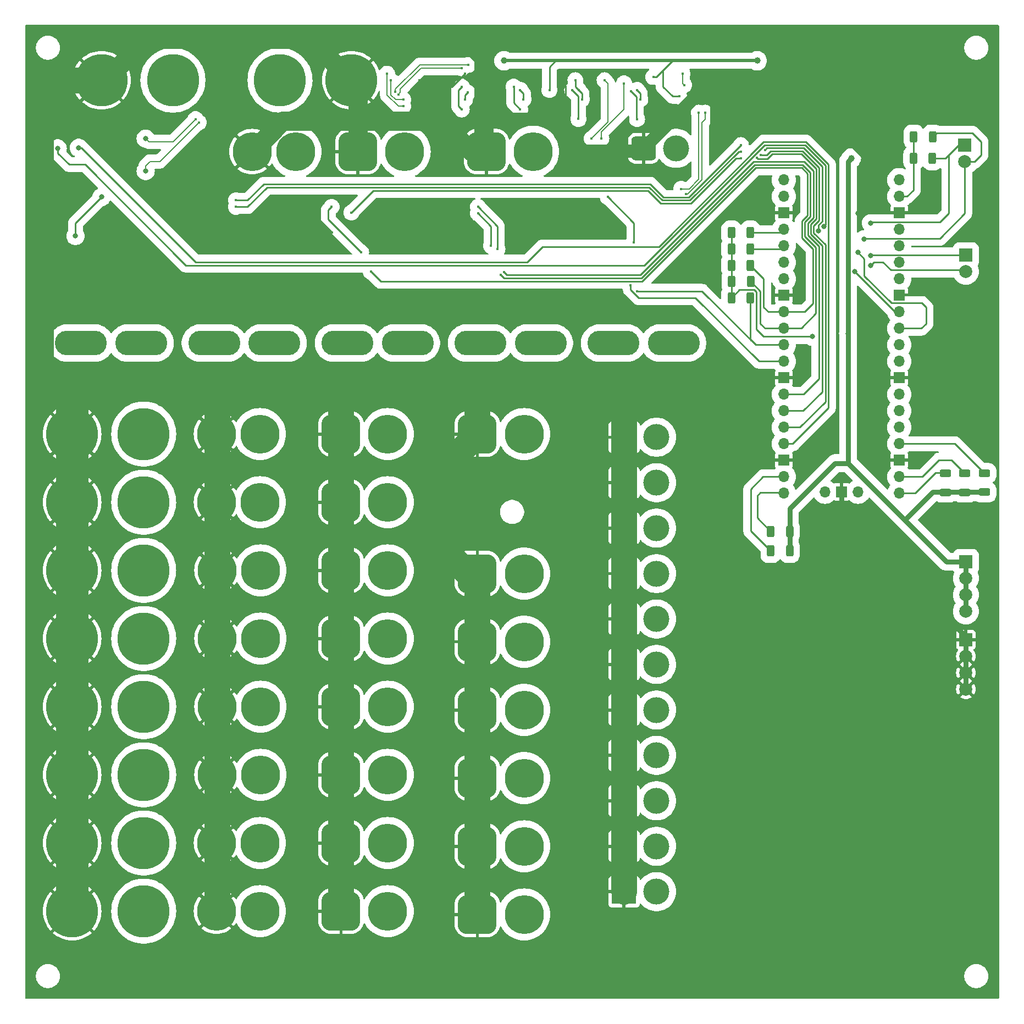
<source format=gbr>
%TF.GenerationSoftware,KiCad,Pcbnew,8.0.5*%
%TF.CreationDate,2025-06-20T11:11:49+02:00*%
%TF.ProjectId,PowerBoard,506f7765-7242-46f6-9172-642e6b696361,rev?*%
%TF.SameCoordinates,Original*%
%TF.FileFunction,Copper,L2,Bot*%
%TF.FilePolarity,Positive*%
%FSLAX46Y46*%
G04 Gerber Fmt 4.6, Leading zero omitted, Abs format (unit mm)*
G04 Created by KiCad (PCBNEW 8.0.5) date 2025-06-20 11:11:49*
%MOMM*%
%LPD*%
G01*
G04 APERTURE LIST*
G04 Aperture macros list*
%AMRoundRect*
0 Rectangle with rounded corners*
0 $1 Rounding radius*
0 $2 $3 $4 $5 $6 $7 $8 $9 X,Y pos of 4 corners*
0 Add a 4 corners polygon primitive as box body*
4,1,4,$2,$3,$4,$5,$6,$7,$8,$9,$2,$3,0*
0 Add four circle primitives for the rounded corners*
1,1,$1+$1,$2,$3*
1,1,$1+$1,$4,$5*
1,1,$1+$1,$6,$7*
1,1,$1+$1,$8,$9*
0 Add four rect primitives between the rounded corners*
20,1,$1+$1,$2,$3,$4,$5,0*
20,1,$1+$1,$4,$5,$6,$7,0*
20,1,$1+$1,$6,$7,$8,$9,0*
20,1,$1+$1,$8,$9,$2,$3,0*%
G04 Aperture macros list end*
%TA.AperFunction,ComponentPad*%
%ADD10C,6.000000*%
%TD*%
%TA.AperFunction,ComponentPad*%
%ADD11R,3.800000X3.800000*%
%TD*%
%TA.AperFunction,ComponentPad*%
%ADD12C,4.000000*%
%TD*%
%TA.AperFunction,ComponentPad*%
%ADD13RoundRect,1.500000X-1.500000X-1.500000X1.500000X-1.500000X1.500000X1.500000X-1.500000X1.500000X0*%
%TD*%
%TA.AperFunction,ComponentPad*%
%ADD14C,8.000000*%
%TD*%
%TA.AperFunction,ComponentPad*%
%ADD15O,8.000000X3.800000*%
%TD*%
%TA.AperFunction,ComponentPad*%
%ADD16R,2.000000X2.000000*%
%TD*%
%TA.AperFunction,ComponentPad*%
%ADD17C,2.000000*%
%TD*%
%TA.AperFunction,SMDPad,CuDef*%
%ADD18RoundRect,0.250000X-0.312500X-0.625000X0.312500X-0.625000X0.312500X0.625000X-0.312500X0.625000X0*%
%TD*%
%TA.AperFunction,SMDPad,CuDef*%
%ADD19RoundRect,0.250000X0.625000X-0.312500X0.625000X0.312500X-0.625000X0.312500X-0.625000X-0.312500X0*%
%TD*%
%TA.AperFunction,SMDPad,CuDef*%
%ADD20RoundRect,0.250000X0.312500X0.625000X-0.312500X0.625000X-0.312500X-0.625000X0.312500X-0.625000X0*%
%TD*%
%TA.AperFunction,ComponentPad*%
%ADD21O,1.700000X1.700000*%
%TD*%
%TA.AperFunction,ComponentPad*%
%ADD22R,1.700000X1.700000*%
%TD*%
%TA.AperFunction,ComponentPad*%
%ADD23RoundRect,0.760000X-1.140000X-1.140000X1.140000X-1.140000X1.140000X1.140000X-1.140000X1.140000X0*%
%TD*%
%TA.AperFunction,ViaPad*%
%ADD24C,0.450000*%
%TD*%
%TA.AperFunction,ViaPad*%
%ADD25C,0.800000*%
%TD*%
%TA.AperFunction,ViaPad*%
%ADD26C,1.000000*%
%TD*%
%TA.AperFunction,ViaPad*%
%ADD27C,0.500000*%
%TD*%
%TA.AperFunction,Conductor*%
%ADD28C,4.000000*%
%TD*%
%TA.AperFunction,Conductor*%
%ADD29C,0.250000*%
%TD*%
%TA.AperFunction,Conductor*%
%ADD30C,5.000000*%
%TD*%
%TA.AperFunction,Conductor*%
%ADD31C,0.750000*%
%TD*%
%TA.AperFunction,Conductor*%
%ADD32C,2.000000*%
%TD*%
%TA.AperFunction,Conductor*%
%ADD33C,0.500000*%
%TD*%
%TA.AperFunction,Conductor*%
%ADD34C,3.000000*%
%TD*%
%TA.AperFunction,Conductor*%
%ADD35C,1.000000*%
%TD*%
%TA.AperFunction,Conductor*%
%ADD36C,0.200000*%
%TD*%
G04 APERTURE END LIST*
D10*
%TO.P,J43,1,Pin_1*%
%TO.N,GND*%
X54700000Y-154500000D03*
%TO.P,J43,2,Pin_2*%
%TO.N,24V_2*%
X61400000Y-154500000D03*
%TD*%
%TO.P,J42,1,Pin_1*%
%TO.N,GND*%
X54700000Y-144000000D03*
%TO.P,J42,2,Pin_2*%
%TO.N,24V_2*%
X61400000Y-144000000D03*
%TD*%
D11*
%TO.P,J48,1,Pin_1*%
%TO.N,GND*%
X117500000Y-151500000D03*
D12*
%TO.P,J48,2,Pin_2*%
%TO.N,5V_2*%
X122500000Y-151500000D03*
%TD*%
D11*
%TO.P,J47,1,Pin_1*%
%TO.N,GND*%
X117500000Y-144500000D03*
D12*
%TO.P,J47,2,Pin_2*%
%TO.N,5V_2*%
X122500000Y-144500000D03*
%TD*%
D13*
%TO.P,J46,1,Pin_1*%
%TO.N,GND*%
X94900000Y-155000000D03*
D10*
%TO.P,J46,2,Pin_2*%
%TO.N,12V_2*%
X102100000Y-155000000D03*
%TD*%
D13*
%TO.P,J45,1,Pin_1*%
%TO.N,GND*%
X73900000Y-154500000D03*
D10*
%TO.P,J45,2,Pin_2*%
%TO.N,15V_2*%
X81100000Y-154500000D03*
%TD*%
D13*
%TO.P,J44,1,Pin_1*%
%TO.N,GND*%
X73900000Y-144000000D03*
D10*
%TO.P,J44,2,Pin_2*%
%TO.N,15V_2*%
X81100000Y-144000000D03*
%TD*%
D12*
%TO.P,J37,2,Pin_2*%
%TO.N,5V_2*%
X122500000Y-116500000D03*
D11*
%TO.P,J37,1,Pin_1*%
%TO.N,GND*%
X117500000Y-116500000D03*
%TD*%
D12*
%TO.P,J36,2,Pin_2*%
%TO.N,5V_2*%
X122500000Y-109500000D03*
D11*
%TO.P,J36,1,Pin_1*%
%TO.N,GND*%
X117500000Y-109500000D03*
%TD*%
D12*
%TO.P,J35,2,Pin_2*%
%TO.N,5V_2*%
X122500000Y-102500000D03*
D11*
%TO.P,J35,1,Pin_1*%
%TO.N,GND*%
X117500000Y-102500000D03*
%TD*%
D13*
%TO.P,J31,1,Pin_1*%
%TO.N,GND*%
X94900000Y-144500000D03*
D10*
%TO.P,J31,2,Pin_2*%
%TO.N,12V_2*%
X102100000Y-144500000D03*
%TD*%
%TO.P,J30,2,Pin_2*%
%TO.N,12V_2*%
X102100000Y-134000000D03*
D13*
%TO.P,J30,1,Pin_1*%
%TO.N,GND*%
X94900000Y-134000000D03*
%TD*%
D10*
%TO.P,J3,2,Pin_2*%
%TO.N,CURR_4+*%
X103500000Y-37500000D03*
D13*
%TO.P,J3,1,Pin_1*%
%TO.N,GND*%
X96300000Y-37500000D03*
%TD*%
D12*
%TO.P,J33,2,Pin_2*%
%TO.N,5V_2*%
X122500000Y-88500000D03*
D11*
%TO.P,J33,1,Pin_1*%
%TO.N,GND*%
X117500000Y-88500000D03*
%TD*%
D10*
%TO.P,J18,2,Pin_2*%
%TO.N,24V_2*%
X61500000Y-123000000D03*
%TO.P,J18,1,Pin_1*%
%TO.N,GND*%
X54800000Y-123000000D03*
%TD*%
%TO.P,J19,2,Pin_2*%
%TO.N,24V_2*%
X61500000Y-133500000D03*
%TO.P,J19,1,Pin_1*%
%TO.N,GND*%
X54800000Y-133500000D03*
%TD*%
%TO.P,J22,2,Pin_2*%
%TO.N,15V_2*%
X81100000Y-102000000D03*
D13*
%TO.P,J22,1,Pin_1*%
%TO.N,GND*%
X73900000Y-102000000D03*
%TD*%
D14*
%TO.P,J9,2,Pin_2*%
%TO.N,GND*%
X32500000Y-112500000D03*
%TO.P,J9,1,Pin_1*%
%TO.N,42V_2*%
X43500000Y-112500000D03*
%TD*%
D15*
%TO.P,F5,2*%
%TO.N,24V_2*%
X63650000Y-67000000D03*
%TO.P,F5,1*%
%TO.N,Net-(D13-A)*%
X54350000Y-67000000D03*
%TD*%
%TO.P,F4,2*%
%TO.N,12V_2*%
X104650000Y-67000000D03*
%TO.P,F4,1*%
%TO.N,Net-(D12-A)*%
X95350000Y-67000000D03*
%TD*%
D16*
%TO.P,GND1,1,Pin_1*%
%TO.N,GND*%
X170150000Y-112690000D03*
D17*
%TO.P,GND1,2,Pin_2*%
X170150000Y-115230000D03*
%TO.P,GND1,3,Pin_3*%
X170150000Y-117770000D03*
%TO.P,GND1,4,Pin_4*%
X170150000Y-120310000D03*
%TD*%
D10*
%TO.P,J29,2,Pin_2*%
%TO.N,12V_2*%
X102100000Y-123500000D03*
D13*
%TO.P,J29,1,Pin_1*%
%TO.N,GND*%
X94900000Y-123500000D03*
%TD*%
D14*
%TO.P,J7,2,Pin_2*%
%TO.N,GND*%
X32500000Y-91500000D03*
%TO.P,J7,1,Pin_1*%
%TO.N,42V_2*%
X43500000Y-91500000D03*
%TD*%
D15*
%TO.P,F2,2*%
%TO.N,5V_2*%
X125150000Y-67000000D03*
%TO.P,F2,1*%
%TO.N,Net-(D4-A)*%
X115850000Y-67000000D03*
%TD*%
D14*
%TO.P,J6,2,Pin_2*%
%TO.N,GND*%
X32500000Y-81000000D03*
%TO.P,J6,1,Pin_1*%
%TO.N,42V_2*%
X43500000Y-81000000D03*
%TD*%
D10*
%TO.P,J27,2,Pin_2*%
%TO.N,12V_2*%
X102100000Y-102500000D03*
D13*
%TO.P,J27,1,Pin_1*%
%TO.N,GND*%
X94900000Y-102500000D03*
%TD*%
D10*
%TO.P,J2,1,Pin_1*%
%TO.N,GND*%
X60200000Y-37500000D03*
%TO.P,J2,2,Pin_2*%
%TO.N,CURR_2+*%
X66900000Y-37500000D03*
%TD*%
%TO.P,J15,2,Pin_2*%
%TO.N,24V_2*%
X61400000Y-91500000D03*
%TO.P,J15,1,Pin_1*%
%TO.N,GND*%
X54700000Y-91500000D03*
%TD*%
D12*
%TO.P,J39,2,Pin_2*%
%TO.N,5V_2*%
X122500000Y-130500000D03*
D11*
%TO.P,J39,1,Pin_1*%
%TO.N,GND*%
X117500000Y-130500000D03*
%TD*%
D16*
%TO.P,I2C1,1,Pin_1*%
%TO.N,SDA0*%
X170150000Y-53460000D03*
D17*
%TO.P,I2C1,2,Pin_2*%
%TO.N,SCL0*%
X170150000Y-56000000D03*
%TD*%
D14*
%TO.P,J8,2,Pin_2*%
%TO.N,GND*%
X32500000Y-102000000D03*
%TO.P,J8,1,Pin_1*%
%TO.N,42V_2*%
X43500000Y-102000000D03*
%TD*%
%TO.P,J13,2,Pin_2*%
%TO.N,GND*%
X32500000Y-154500000D03*
%TO.P,J13,1,Pin_1*%
%TO.N,42V_2*%
X43500000Y-154500000D03*
%TD*%
D10*
%TO.P,J21,2,Pin_2*%
%TO.N,15V_2*%
X81100000Y-91500000D03*
D13*
%TO.P,J21,1,Pin_1*%
%TO.N,GND*%
X73900000Y-91500000D03*
%TD*%
D10*
%TO.P,J17,2,Pin_2*%
%TO.N,24V_2*%
X61500000Y-112500000D03*
%TO.P,J17,1,Pin_1*%
%TO.N,GND*%
X54800000Y-112500000D03*
%TD*%
D14*
%TO.P,J1,1,Pin_1*%
%TO.N,+42V*%
X48000000Y-26500000D03*
%TO.P,J1,2,Pin_2*%
%TO.N,GND*%
X37000000Y-26500000D03*
%TD*%
D10*
%TO.P,J16,2,Pin_2*%
%TO.N,24V_2*%
X61500000Y-102000000D03*
%TO.P,J16,1,Pin_1*%
%TO.N,GND*%
X54800000Y-102000000D03*
%TD*%
D14*
%TO.P,J10,2,Pin_2*%
%TO.N,GND*%
X32500000Y-123000000D03*
%TO.P,J10,1,Pin_1*%
%TO.N,42V_2*%
X43500000Y-123000000D03*
%TD*%
D13*
%TO.P,J20,1,Pin_1*%
%TO.N,GND*%
X73900000Y-81000000D03*
D10*
%TO.P,J20,2,Pin_2*%
%TO.N,15V_2*%
X81100000Y-81000000D03*
%TD*%
D15*
%TO.P,F3,2*%
%TO.N,42V_2*%
X43150000Y-67000000D03*
%TO.P,F3,1*%
%TO.N,Net-(D5-A)*%
X33850000Y-67000000D03*
%TD*%
%TO.P,F1,2*%
%TO.N,15V_2*%
X84150000Y-67000000D03*
%TO.P,F1,1*%
%TO.N,Net-(D3-A)*%
X74850000Y-67000000D03*
%TD*%
D10*
%TO.P,J14,1,Pin_1*%
%TO.N,GND*%
X54700000Y-81000000D03*
%TO.P,J14,2,Pin_2*%
%TO.N,24V_2*%
X61400000Y-81000000D03*
%TD*%
D17*
%TO.P,UART1,2,Pin_2*%
%TO.N,Net-(U1-GPIO1)*%
X170000000Y-39040000D03*
D16*
%TO.P,UART1,1,Pin_1*%
%TO.N,Net-(U1-GPIO0)*%
X170000000Y-36500000D03*
%TD*%
D14*
%TO.P,J11,2,Pin_2*%
%TO.N,GND*%
X32500000Y-133500000D03*
%TO.P,J11,1,Pin_1*%
%TO.N,42V_2*%
X43500000Y-133500000D03*
%TD*%
%TO.P,J12,2,Pin_2*%
%TO.N,GND*%
X32500000Y-144000000D03*
%TO.P,J12,1,Pin_1*%
%TO.N,42V_2*%
X43500000Y-144000000D03*
%TD*%
D12*
%TO.P,J34,2,Pin_2*%
%TO.N,5V_2*%
X122500000Y-95500000D03*
D11*
%TO.P,J34,1,Pin_1*%
%TO.N,GND*%
X117500000Y-95500000D03*
%TD*%
D10*
%TO.P,J25,2,Pin_2*%
%TO.N,15V_2*%
X81100000Y-133500000D03*
D13*
%TO.P,J25,1,Pin_1*%
%TO.N,GND*%
X73900000Y-133500000D03*
%TD*%
D10*
%TO.P,J26,2,Pin_2*%
%TO.N,12V_2*%
X102100000Y-81000000D03*
D13*
%TO.P,J26,1,Pin_1*%
%TO.N,GND*%
X94900000Y-81000000D03*
%TD*%
D16*
%TO.P,VCC1,1,Pin_1*%
%TO.N,VCC*%
X170150000Y-100690000D03*
D17*
%TO.P,VCC1,2,Pin_2*%
X170150000Y-103230000D03*
%TO.P,VCC1,3,Pin_3*%
X170150000Y-105770000D03*
%TO.P,VCC1,4,Pin_4*%
X170150000Y-108310000D03*
%TD*%
D10*
%TO.P,J23,2,Pin_2*%
%TO.N,15V_2*%
X81100000Y-112500000D03*
D13*
%TO.P,J23,1,Pin_1*%
%TO.N,GND*%
X73900000Y-112500000D03*
%TD*%
D10*
%TO.P,J24,2,Pin_2*%
%TO.N,15V_2*%
X81100000Y-123000000D03*
D13*
%TO.P,J24,1,Pin_1*%
%TO.N,GND*%
X73900000Y-123000000D03*
%TD*%
D12*
%TO.P,J38,2,Pin_2*%
%TO.N,5V_2*%
X122500000Y-123500000D03*
D11*
%TO.P,J38,1,Pin_1*%
%TO.N,GND*%
X117500000Y-123500000D03*
%TD*%
D12*
%TO.P,J40,2,Pin_2*%
%TO.N,5V_2*%
X122500000Y-137500000D03*
D11*
%TO.P,J40,1,Pin_1*%
%TO.N,GND*%
X117500000Y-137500000D03*
%TD*%
D10*
%TO.P,J28,2,Pin_2*%
%TO.N,12V_2*%
X102100000Y-113000000D03*
D13*
%TO.P,J28,1,Pin_1*%
%TO.N,GND*%
X94900000Y-113000000D03*
%TD*%
D18*
%TO.P,R41,2*%
%TO.N,Net-(U1-GPIO0)*%
X165000000Y-38500000D03*
%TO.P,R41,1*%
%TO.N,VCC*%
X162075000Y-38500000D03*
%TD*%
D19*
%TO.P,R29,2*%
%TO.N,ALERT_5*%
X173000000Y-87037500D03*
%TO.P,R29,1*%
%TO.N,VCC*%
X173000000Y-89962500D03*
%TD*%
D18*
%TO.P,R38,2*%
%TO.N,FAULT_15V*%
X136962500Y-55000000D03*
%TO.P,R38,1*%
%TO.N,VCC*%
X134037500Y-55000000D03*
%TD*%
D19*
%TO.P,R27,2*%
%TO.N,ALERT_3*%
X167000000Y-87075000D03*
%TO.P,R27,1*%
%TO.N,VCC*%
X167000000Y-90000000D03*
%TD*%
%TO.P,R28,1*%
%TO.N,VCC*%
X170000000Y-90000000D03*
%TO.P,R28,2*%
%TO.N,ALERT_4*%
X170000000Y-87075000D03*
%TD*%
D18*
%TO.P,R36,2*%
%TO.N,FAULT_42V*%
X136962500Y-50000000D03*
%TO.P,R36,1*%
%TO.N,VCC*%
X134037500Y-50000000D03*
%TD*%
D20*
%TO.P,R20,2*%
%TO.N,ALERT_1*%
X140075000Y-99000000D03*
%TO.P,R20,1*%
%TO.N,VCC*%
X143000000Y-99000000D03*
%TD*%
D18*
%TO.P,R42,2*%
%TO.N,Net-(U1-GPIO1)*%
X165037500Y-35210000D03*
%TO.P,R42,1*%
%TO.N,VCC*%
X162112500Y-35210000D03*
%TD*%
%TO.P,R37,2*%
%TO.N,FAULT_24V*%
X136962500Y-52500000D03*
%TO.P,R37,1*%
%TO.N,VCC*%
X134037500Y-52500000D03*
%TD*%
%TO.P,R39,2*%
%TO.N,FAULT_12V*%
X137000000Y-57500000D03*
%TO.P,R39,1*%
%TO.N,VCC*%
X134075000Y-57500000D03*
%TD*%
D21*
%TO.P,U1,1,GPIO0*%
%TO.N,Net-(U1-GPIO0)*%
X142110000Y-41870000D03*
%TO.P,U1,2,GPIO1*%
%TO.N,Net-(U1-GPIO1)*%
X142110000Y-44410000D03*
D22*
%TO.P,U1,3,GND*%
%TO.N,GND*%
X142110000Y-46950000D03*
D21*
%TO.P,U1,4,GPIO2*%
%TO.N,FAULT_42V*%
X142110000Y-49490000D03*
%TO.P,U1,5,GPIO3*%
%TO.N,FAULT_24V*%
X142110000Y-52030000D03*
%TO.P,U1,6,GPIO4*%
%TO.N,SDA0*%
X142110000Y-54570000D03*
%TO.P,U1,7,GPIO5*%
%TO.N,SCL0*%
X142110000Y-57110000D03*
D22*
%TO.P,U1,8,GND*%
%TO.N,GND*%
X142110000Y-59650000D03*
D21*
%TO.P,U1,9,GPIO6*%
%TO.N,FAULT_15V*%
X142110000Y-62190000D03*
%TO.P,U1,10,GPIO7*%
%TO.N,FAULT_12V*%
X142110000Y-64730000D03*
%TO.P,U1,11,GPIO8*%
%TO.N,FAULT_5V*%
X142110000Y-67270000D03*
%TO.P,U1,12,GPIO9*%
%TO.N,EN_5V*%
X142110000Y-69810000D03*
D22*
%TO.P,U1,13,GND*%
%TO.N,GND*%
X142110000Y-72350000D03*
D21*
%TO.P,U1,14,GPIO10*%
%TO.N,EN_12V*%
X142110000Y-74890000D03*
%TO.P,U1,15,GPIO11*%
%TO.N,EN_15V*%
X142110000Y-77430000D03*
%TO.P,U1,16,GPIO12*%
%TO.N,EN_24V*%
X142110000Y-79970000D03*
%TO.P,U1,17,GPIO13*%
%TO.N,EN_42V*%
X142110000Y-82510000D03*
D22*
%TO.P,U1,18,GND*%
%TO.N,GND*%
X142110000Y-85050000D03*
D21*
%TO.P,U1,19,GPIO14*%
%TO.N,ALERT_1*%
X142110000Y-87590000D03*
%TO.P,U1,20,GPIO15*%
%TO.N,ALERT_2*%
X142110000Y-90130000D03*
%TO.P,U1,21,GPIO16*%
%TO.N,ALERT_3*%
X159890000Y-90130000D03*
%TO.P,U1,22,GPIO17*%
%TO.N,ALERT_4*%
X159890000Y-87590000D03*
D22*
%TO.P,U1,23,GND*%
%TO.N,GND*%
X159890000Y-85050000D03*
D21*
%TO.P,U1,24,GPIO18*%
%TO.N,ALERT_5*%
X159890000Y-82510000D03*
%TO.P,U1,25,GPIO19*%
%TO.N,unconnected-(U1-GPIO19-Pad25)*%
X159890000Y-79970000D03*
%TO.P,U1,26,GPIO20*%
%TO.N,Net-(D19-A)*%
X159890000Y-77430000D03*
%TO.P,U1,27,GPIO21*%
%TO.N,Net-(D18-A)*%
X159890000Y-74890000D03*
D22*
%TO.P,U1,28,GND*%
%TO.N,GND*%
X159890000Y-72350000D03*
D21*
%TO.P,U1,29,GPIO22*%
%TO.N,Net-(D17-A)*%
X159890000Y-69810000D03*
%TO.P,U1,30,RUN*%
%TO.N,unconnected-(U1-RUN-Pad30)_1*%
X159890000Y-67270000D03*
%TO.P,U1,31,GPIO26_ADC0*%
%TO.N,SDA1*%
X159890000Y-64730000D03*
%TO.P,U1,32,GPIO27_ADC1*%
%TO.N,SCL1*%
X159890000Y-62190000D03*
D22*
%TO.P,U1,33,AGND*%
%TO.N,GND*%
X159890000Y-59650000D03*
D21*
%TO.P,U1,34,GPIO28_ADC2*%
%TO.N,unconnected-(U1-GPIO28_ADC2-Pad34)_1*%
X159890000Y-57110000D03*
%TO.P,U1,35,ADC_VREF*%
%TO.N,unconnected-(U1-ADC_VREF-Pad35)*%
X159890000Y-54570000D03*
%TO.P,U1,36,3V3*%
%TO.N,unconnected-(U1-3V3-Pad36)*%
X159890000Y-52030000D03*
%TO.P,U1,37,3V3_EN*%
%TO.N,unconnected-(U1-3V3_EN-Pad37)*%
X159890000Y-49490000D03*
D22*
%TO.P,U1,38,GND*%
%TO.N,GND*%
X159890000Y-46950000D03*
D21*
%TO.P,U1,39,VSYS*%
%TO.N,VCC*%
X159890000Y-44410000D03*
%TO.P,U1,40,VBUS*%
%TO.N,unconnected-(U1-VBUS-Pad40)*%
X159890000Y-41870000D03*
%TO.P,U1,41,SWCLK*%
%TO.N,unconnected-(U1-SWCLK-Pad41)_1*%
X148460000Y-89900000D03*
D22*
%TO.P,U1,42,GND*%
%TO.N,GND*%
X151000000Y-89900000D03*
D21*
%TO.P,U1,43,SWDIO*%
%TO.N,unconnected-(U1-SWDIO-Pad43)*%
X153540000Y-89900000D03*
%TD*%
D18*
%TO.P,R40,1*%
%TO.N,VCC*%
X134037500Y-60000000D03*
%TO.P,R40,2*%
%TO.N,FAULT_5V*%
X136962500Y-60000000D03*
%TD*%
D20*
%TO.P,R26,1*%
%TO.N,VCC*%
X143000000Y-96000000D03*
%TO.P,R26,2*%
%TO.N,ALERT_2*%
X140075000Y-96000000D03*
%TD*%
D13*
%TO.P,J41,1,Pin_1*%
%TO.N,GND*%
X76500000Y-37500000D03*
D10*
%TO.P,J41,2,Pin_2*%
%TO.N,CURR_3+*%
X83700000Y-37500000D03*
%TD*%
D11*
%TO.P,J32,1,Pin_1*%
%TO.N,GND*%
X117500000Y-81500000D03*
D12*
%TO.P,J32,2,Pin_2*%
%TO.N,5V_2*%
X122500000Y-81500000D03*
%TD*%
D14*
%TO.P,J5,1,Pin_1*%
%TO.N,Net-(D2-A)*%
X64500000Y-26500000D03*
%TO.P,J5,2,Pin_2*%
%TO.N,GND*%
X75500000Y-26500000D03*
%TD*%
D23*
%TO.P,J4,1,Pin_1*%
%TO.N,GND*%
X120500000Y-37000000D03*
D12*
%TO.P,J4,2,Pin_2*%
%TO.N,CURR_5+*%
X125500000Y-37000000D03*
%TD*%
D24*
%TO.N,GND*%
X108500000Y-45000000D03*
X113500000Y-50500000D03*
%TO.N,FAULT_5V*%
X115000000Y-44500000D03*
X119000000Y-51500000D03*
%TO.N,GND*%
X88500000Y-45000000D03*
X92000000Y-52500000D03*
X69000000Y-46000000D03*
X72500000Y-50000000D03*
%TO.N,EN_12V*%
X95000000Y-47000000D03*
X97000000Y-52000000D03*
%TO.N,FAULT_15V*%
X72438559Y-46000000D03*
X77000000Y-53000000D03*
D25*
%TO.N,GND*%
X52500000Y-49500000D03*
X52500000Y-42500000D03*
D24*
X86000000Y-26500000D03*
D26*
X132000000Y-72000000D03*
X137500000Y-26500000D03*
X150250000Y-34250000D03*
D25*
X29325104Y-40500000D03*
X153500000Y-47000000D03*
D24*
X128000000Y-29500000D03*
X97036693Y-27500000D03*
X90500000Y-27525000D03*
X93000000Y-25500000D03*
D26*
X171500000Y-66000000D03*
D25*
X131000000Y-33500000D03*
X96537500Y-72037500D03*
X35000000Y-71500000D03*
D27*
X131500000Y-27500000D03*
D25*
X141550000Y-30950000D03*
D26*
X70500000Y-72000000D03*
D25*
X117500000Y-72037500D03*
X28600000Y-30850000D03*
X55000000Y-71500000D03*
D26*
X90500000Y-72000000D03*
X112000000Y-72000000D03*
D25*
X74037500Y-71537500D03*
X27650000Y-47500000D03*
D24*
X108500000Y-27500000D03*
%TO.N,EN_24V*%
X135500000Y-37500000D03*
X138508134Y-38062316D03*
X57712000Y-46000000D03*
%TO.N,EN_12V*%
X98975000Y-56025000D03*
%TO.N,EN_5V*%
X118450000Y-58054727D03*
%TO.N,FAULT_15V*%
X78500000Y-56000000D03*
%TO.N,FAULT_5V*%
X119500000Y-59000000D03*
D25*
%TO.N,FAULT_42V*%
X148275000Y-49000000D03*
X30250000Y-37000000D03*
D24*
%TO.N,FAULT_12V*%
X98000000Y-52500000D03*
X98500000Y-56500000D03*
X95000000Y-46000000D03*
%TO.N,FAULT_24V*%
X139187626Y-37226588D03*
X135500000Y-36500000D03*
X57712000Y-45000000D03*
D25*
X147434701Y-49725000D03*
%TO.N,EN_42V*%
X33500000Y-36905000D03*
D24*
%TO.N,CURR_2+*%
X82250000Y-28250000D03*
X93500000Y-24150000D03*
%TO.N,CURR_2-*%
X92500000Y-24650000D03*
X82709621Y-28709621D03*
%TO.N,CURR_3-*%
X81565686Y-26500000D03*
X83500000Y-29500000D03*
%TO.N,CURR_3+*%
X83500000Y-30500000D03*
X81000000Y-25500000D03*
%TO.N,CURR_4+*%
X114000000Y-35500000D03*
X117500000Y-27000000D03*
%TO.N,CURR_4-*%
X112500000Y-35500000D03*
X114500000Y-26500000D03*
%TO.N,CURR_1+*%
X51500000Y-32500000D03*
D25*
X43800000Y-35500000D03*
D24*
%TO.N,ALERT_2*%
X92500000Y-31000000D03*
X92500000Y-27500000D03*
%TO.N,CURR_5-*%
X127000000Y-44000000D03*
X130000000Y-31500000D03*
%TO.N,CURR_5+*%
X126500000Y-25500000D03*
X126299632Y-43234263D03*
X126750000Y-27250000D03*
X129000000Y-31500000D03*
%TO.N,VCC*%
X106000000Y-28000000D03*
X126000000Y-29000000D03*
X122000000Y-26000000D03*
D27*
X128500000Y-23500000D03*
D26*
X152500000Y-38500000D03*
X138000000Y-23500000D03*
D25*
X152000000Y-65500000D03*
X146500000Y-66000000D03*
D26*
X99000000Y-23500000D03*
D24*
%TO.N,EN_15V*%
X75500000Y-46884004D03*
X137977083Y-38437131D03*
X135500000Y-38500000D03*
%TO.N,ALERT_3*%
X100500000Y-27500000D03*
X101500000Y-31000000D03*
%TO.N,ALERT_4*%
X110475000Y-32475000D03*
X109500000Y-28025000D03*
%TO.N,ALERT_5*%
X119500000Y-32500000D03*
X118570711Y-28214343D03*
D25*
%TO.N,CURR_1-*%
X43800000Y-40500000D03*
D24*
X52000000Y-33000000D03*
D25*
%TO.N,/Q1-G*%
X37000000Y-44500000D03*
X33000000Y-50500000D03*
%TO.N,SDA0*%
X155500000Y-53500000D03*
%TO.N,SCL0*%
X155500000Y-55000000D03*
%TO.N,SDA1*%
X153500000Y-53000000D03*
%TO.N,SCL1*%
X153000000Y-56000000D03*
D24*
X93400000Y-28400000D03*
X102000000Y-29450000D03*
X110000000Y-26500000D03*
X101500000Y-28000000D03*
X110500000Y-28000000D03*
X111000000Y-29450000D03*
X119500000Y-28000000D03*
X120000000Y-29450000D03*
X93000000Y-29450000D03*
D25*
%TO.N,Net-(U1-GPIO0)*%
X155500000Y-48500000D03*
%TO.N,Net-(U1-GPIO1)*%
X154500000Y-51000000D03*
%TD*%
D28*
%TO.N,GND*%
X54800000Y-154400000D02*
X54700000Y-154500000D01*
X54800000Y-133500000D02*
X54800000Y-154400000D01*
X73900000Y-133500000D02*
X73900000Y-154500000D01*
X94900000Y-144500000D02*
X94900000Y-155000000D01*
X117500000Y-137500000D02*
X117500000Y-151500000D01*
D29*
X108500000Y-48500000D02*
X108500000Y-45000000D01*
X113500000Y-50500000D02*
X110500000Y-50500000D01*
X110500000Y-50500000D02*
X108500000Y-48500000D01*
%TO.N,FAULT_5V*%
X119000000Y-48500000D02*
X115000000Y-44500000D01*
X119000000Y-51500000D02*
X119000000Y-48500000D01*
%TO.N,EN_15V*%
X78884004Y-43500000D02*
X75500000Y-46884004D01*
X123177208Y-45450000D02*
X121227208Y-43500000D01*
X127822792Y-45450000D02*
X123177208Y-45450000D01*
X134772792Y-38500000D02*
X127822792Y-45450000D01*
X135500000Y-38500000D02*
X134772792Y-38500000D01*
X121227208Y-43500000D02*
X78884004Y-43500000D01*
%TO.N,GND*%
X88500000Y-50000000D02*
X88500000Y-45000000D01*
X91000000Y-52500000D02*
X88500000Y-50000000D01*
X92000000Y-52500000D02*
X91000000Y-52500000D01*
X69000000Y-46500000D02*
X69000000Y-46000000D01*
X72500000Y-50000000D02*
X69000000Y-46500000D01*
%TO.N,EN_12V*%
X97000000Y-49000000D02*
X95000000Y-47000000D01*
X97000000Y-52000000D02*
X97000000Y-49000000D01*
%TO.N,FAULT_12V*%
X95000000Y-46000000D02*
X98000000Y-49000000D01*
X98000000Y-49000000D02*
X98000000Y-52500000D01*
%TO.N,EN_12V*%
X147500000Y-72500000D02*
X145110000Y-74890000D01*
X145110000Y-74890000D02*
X142110000Y-74890000D01*
X147500000Y-52088396D02*
X147500000Y-72500000D01*
X145809701Y-50398097D02*
X147500000Y-52088396D01*
X146650000Y-47690507D02*
X145809701Y-48530806D01*
X146650000Y-40462316D02*
X146650000Y-47690507D01*
X137437684Y-39062316D02*
X145250000Y-39062316D01*
X99450000Y-56500000D02*
X120000000Y-56500000D01*
X98975000Y-56025000D02*
X99450000Y-56500000D01*
X145809701Y-48530806D02*
X145809701Y-50398097D01*
X145250000Y-39062316D02*
X146650000Y-40462316D01*
X120000000Y-56500000D02*
X137437684Y-39062316D01*
%TO.N,FAULT_12V*%
X144770000Y-64730000D02*
X142110000Y-64730000D01*
X145359701Y-50584493D02*
X147050000Y-52274792D01*
X147050000Y-52274792D02*
X147050000Y-62450000D01*
X145359701Y-48344410D02*
X145359701Y-50584493D01*
X147050000Y-62450000D02*
X144770000Y-64730000D01*
X146200000Y-40700000D02*
X146200000Y-47504111D01*
X145012316Y-39512316D02*
X146200000Y-40700000D01*
X120136396Y-57000000D02*
X137624080Y-39512316D01*
X146200000Y-47504111D02*
X145359701Y-48344410D01*
X137624080Y-39512316D02*
X145012316Y-39512316D01*
X99000000Y-57000000D02*
X120136396Y-57000000D01*
X98500000Y-56500000D02*
X99000000Y-57000000D01*
%TO.N,FAULT_15V*%
X71938559Y-47938559D02*
X71938559Y-46500000D01*
X77000000Y-53000000D02*
X71938559Y-47938559D01*
X71938559Y-46500000D02*
X72438559Y-46000000D01*
%TO.N,GND*%
X52500000Y-42500000D02*
X52500000Y-49500000D01*
%TO.N,EN_24V*%
X123363604Y-45000000D02*
X121363604Y-43000000D01*
X62500000Y-43000000D02*
X59500000Y-46000000D01*
X59500000Y-46000000D02*
X57712000Y-46000000D01*
X127636396Y-45000000D02*
X123363604Y-45000000D01*
X121363604Y-43000000D02*
X62500000Y-43000000D01*
X135500000Y-37500000D02*
X135136396Y-37500000D01*
X135136396Y-37500000D02*
X127636396Y-45000000D01*
%TO.N,FAULT_24V*%
X59500000Y-45000000D02*
X57712000Y-45000000D01*
X62000000Y-42500000D02*
X59500000Y-45000000D01*
X123550000Y-44550000D02*
X121500000Y-42500000D01*
X127450000Y-44550000D02*
X123550000Y-44550000D01*
X135500000Y-36500000D02*
X127450000Y-44550000D01*
D28*
%TO.N,GND*%
X90000000Y-85900000D02*
X90000000Y-99000000D01*
D30*
X32500000Y-154500000D02*
X32500000Y-74500000D01*
D28*
X27650000Y-70650000D02*
X28000000Y-71000000D01*
X92000000Y-73000000D02*
X94900000Y-75900000D01*
D29*
X108500000Y-27500000D02*
X108500000Y-30500000D01*
D31*
X170150000Y-112150000D02*
X151000000Y-93000000D01*
X170150000Y-112690000D02*
X170150000Y-120310000D01*
D32*
X130750000Y-26750000D02*
X132250000Y-26750000D01*
D29*
X92500000Y-26000000D02*
X93000000Y-25500000D01*
D31*
X151000000Y-93000000D02*
X151000000Y-89900000D01*
D29*
X171500000Y-66000000D02*
X165150000Y-59650000D01*
X153500000Y-47000000D02*
X153550000Y-46950000D01*
X90500000Y-27525000D02*
X90975000Y-27525000D01*
D33*
X157500000Y-46950000D02*
X159890000Y-46950000D01*
D28*
X32000000Y-26500000D02*
X37000000Y-26500000D01*
X51500000Y-72500000D02*
X54800000Y-75800000D01*
X50000000Y-72500000D02*
X70500000Y-72500000D01*
D33*
X131000000Y-33500000D02*
X131000000Y-30500000D01*
D28*
X27650000Y-30850000D02*
X32000000Y-26500000D01*
X113000000Y-72500000D02*
X132000000Y-72500000D01*
D32*
X120100000Y-37400000D02*
X130750000Y-26750000D01*
D28*
X73900000Y-75900000D02*
X73900000Y-133500000D01*
X94900000Y-81000000D02*
X90000000Y-85900000D01*
D29*
X92500000Y-26000000D02*
X95900000Y-26000000D01*
X165150000Y-59650000D02*
X159890000Y-59650000D01*
D28*
X28000000Y-71000000D02*
X29500000Y-72500000D01*
D34*
X37350000Y-26650000D02*
X43850000Y-20150000D01*
D28*
X27650000Y-47500000D02*
X27650000Y-30850000D01*
D33*
X131450000Y-30950000D02*
X131000000Y-30500000D01*
D28*
X113000000Y-72500000D02*
X117500000Y-77000000D01*
X94900000Y-102500000D02*
X94900000Y-144500000D01*
D34*
X95900000Y-37500000D02*
X94000000Y-37500000D01*
D29*
X108500000Y-30500000D02*
X106500000Y-32500000D01*
D34*
X43850000Y-20150000D02*
X67500000Y-20150000D01*
D32*
X95900000Y-32500000D02*
X106500000Y-32500000D01*
D34*
X95900000Y-32500000D02*
X95900000Y-37500000D01*
D28*
X54800000Y-75800000D02*
X54800000Y-133500000D01*
D33*
X156000000Y-45450000D02*
X157500000Y-46950000D01*
D31*
X170150000Y-112690000D02*
X170150000Y-112150000D01*
D29*
X87025000Y-27525000D02*
X86000000Y-26500000D01*
D28*
X50000000Y-72500000D02*
X51500000Y-72500000D01*
D29*
X90500000Y-27525000D02*
X87025000Y-27525000D01*
D34*
X64900000Y-32800000D02*
X60200000Y-37500000D01*
D33*
X153550000Y-46950000D02*
X159890000Y-46950000D01*
X141550000Y-30950000D02*
X131450000Y-30950000D01*
D34*
X89300000Y-32800000D02*
X64900000Y-32800000D01*
D28*
X75500000Y-72500000D02*
X92000000Y-72500000D01*
X90000000Y-99000000D02*
X93500000Y-102500000D01*
X28000000Y-71000000D02*
X33000000Y-76000000D01*
X29500000Y-72500000D02*
X50000000Y-72500000D01*
X70500000Y-72500000D02*
X73900000Y-75900000D01*
D33*
X156000000Y-40000000D02*
X156000000Y-45450000D01*
D32*
X106500000Y-32500000D02*
X111400000Y-37400000D01*
D35*
X132500000Y-26500000D02*
X132250000Y-26750000D01*
D28*
X70500000Y-72500000D02*
X75500000Y-72500000D01*
D29*
X131000000Y-28000000D02*
X132250000Y-26750000D01*
D28*
X92000000Y-72500000D02*
X92000000Y-73000000D01*
X117500000Y-77000000D02*
X117500000Y-137500000D01*
D34*
X76500000Y-27500000D02*
X76500000Y-37500000D01*
X93000000Y-20150000D02*
X95900000Y-23050000D01*
D28*
X27650000Y-47500000D02*
X27650000Y-70650000D01*
D33*
X150250000Y-34250000D02*
X156000000Y-40000000D01*
D32*
X111400000Y-37400000D02*
X120100000Y-37400000D01*
D34*
X95900000Y-23050000D02*
X95900000Y-26000000D01*
D28*
X93500000Y-102500000D02*
X94900000Y-102500000D01*
D33*
X131000000Y-30500000D02*
X131000000Y-28000000D01*
D34*
X95900000Y-26000000D02*
X95900000Y-32500000D01*
X69150000Y-20150000D02*
X75500000Y-26500000D01*
D35*
X137500000Y-26500000D02*
X132500000Y-26500000D01*
D28*
X94900000Y-75900000D02*
X94900000Y-81000000D01*
D34*
X67500000Y-20150000D02*
X93000000Y-20150000D01*
X94000000Y-37500000D02*
X89300000Y-32800000D01*
D28*
X92000000Y-72500000D02*
X113000000Y-72500000D01*
D34*
X69150000Y-20150000D02*
X76500000Y-27500000D01*
X67500000Y-20150000D02*
X69150000Y-20150000D01*
D29*
X90975000Y-27525000D02*
X92500000Y-26000000D01*
%TO.N,EN_24V*%
X144530000Y-79970000D02*
X148500000Y-76000000D01*
X146709701Y-50025305D02*
X146709701Y-48903598D01*
X148500000Y-51815604D02*
X146709701Y-50025305D01*
X147550000Y-39959188D02*
X144990812Y-37400000D01*
X140100000Y-37400000D02*
X139437684Y-38062316D01*
X146709701Y-48903598D02*
X147550000Y-48063299D01*
X147550000Y-48063299D02*
X147550000Y-39959188D01*
X139437684Y-38062316D02*
X138508134Y-38062316D01*
X144990812Y-37400000D02*
X140100000Y-37400000D01*
X142110000Y-79970000D02*
X144530000Y-79970000D01*
X148500000Y-76000000D02*
X148500000Y-51815604D01*
%TO.N,EN_5V*%
X138310000Y-69810000D02*
X142110000Y-69810000D01*
X119722182Y-60000000D02*
X128500000Y-60000000D01*
X118450000Y-58054727D02*
X118450000Y-58727818D01*
X118450000Y-58727818D02*
X119722182Y-60000000D01*
X128500000Y-60000000D02*
X138310000Y-69810000D01*
%TO.N,FAULT_15V*%
X144909701Y-48158014D02*
X145750000Y-47317715D01*
X120272792Y-57500000D02*
X80000000Y-57500000D01*
X137772792Y-40000000D02*
X120272792Y-57500000D01*
X142110000Y-62190000D02*
X145310000Y-62190000D01*
X137772792Y-40000000D02*
X144863604Y-40000000D01*
X146600000Y-60900000D02*
X146600000Y-52461188D01*
X139000000Y-61500000D02*
X139690000Y-62190000D01*
X145310000Y-62190000D02*
X146600000Y-60900000D01*
X136962500Y-55000000D02*
X139000000Y-57037500D01*
X139000000Y-57037500D02*
X139000000Y-61500000D01*
X145750000Y-47317715D02*
X145750000Y-40886396D01*
X145750000Y-40886396D02*
X144863604Y-40000000D01*
X139690000Y-62190000D02*
X142110000Y-62190000D01*
X144909701Y-50770889D02*
X144909701Y-48158014D01*
X80000000Y-57500000D02*
X78500000Y-56000000D01*
X146600000Y-52461188D02*
X144909701Y-50770889D01*
%TO.N,FAULT_5V*%
X136962500Y-60000000D02*
X136962500Y-66462500D01*
X136962500Y-66462500D02*
X137770000Y-67270000D01*
X129500000Y-59000000D02*
X119500000Y-59000000D01*
X142110000Y-67270000D02*
X137770000Y-67270000D01*
X137770000Y-67270000D02*
X129500000Y-59000000D01*
%TO.N,FAULT_42V*%
X30250000Y-37000000D02*
X30250000Y-37750000D01*
X145363604Y-36500000D02*
X148500000Y-39636396D01*
X148500000Y-39636396D02*
X148500000Y-48775000D01*
X141600000Y-50000000D02*
X142110000Y-49490000D01*
X34512653Y-39500000D02*
X50012653Y-55000000D01*
X139136396Y-36500000D02*
X145363604Y-36500000D01*
X50012653Y-55000000D02*
X120636396Y-55000000D01*
X136962500Y-50000000D02*
X141600000Y-50000000D01*
X30250000Y-37750000D02*
X32000000Y-39500000D01*
X148500000Y-48775000D02*
X148275000Y-49000000D01*
X32000000Y-39500000D02*
X34512653Y-39500000D01*
X120636396Y-55000000D02*
X139136396Y-36500000D01*
%TO.N,FAULT_12V*%
X138500000Y-64000000D02*
X139230000Y-64730000D01*
X138500000Y-59000000D02*
X138500000Y-64000000D01*
X137000000Y-57500000D02*
X138500000Y-59000000D01*
X139230000Y-64730000D02*
X142110000Y-64730000D01*
%TO.N,FAULT_24V*%
X148000000Y-48249695D02*
X148000000Y-39772792D01*
X139464214Y-36950000D02*
X139187626Y-37226588D01*
X148000000Y-39772792D02*
X145177208Y-36950000D01*
X141640000Y-52500000D02*
X142110000Y-52030000D01*
X136962500Y-52500000D02*
X141640000Y-52500000D01*
X147434701Y-49725000D02*
X147434701Y-48814994D01*
X145177208Y-36950000D02*
X139464214Y-36950000D01*
X147434701Y-48814994D02*
X148000000Y-48249695D01*
%TO.N,EN_42V*%
X149000000Y-39500000D02*
X149000000Y-77000000D01*
X139000000Y-36000000D02*
X145500000Y-36000000D01*
X104940812Y-52150000D02*
X122850000Y-52150000D01*
X149000000Y-77000000D02*
X143490000Y-82510000D01*
X102590812Y-54500000D02*
X104940812Y-52150000D01*
X33905000Y-36905000D02*
X51500000Y-54500000D01*
X51500000Y-54500000D02*
X102590812Y-54500000D01*
X143490000Y-82510000D02*
X142110000Y-82510000D01*
X33500000Y-36905000D02*
X33905000Y-36905000D01*
X145500000Y-36000000D02*
X149000000Y-39500000D01*
X122850000Y-52150000D02*
X139000000Y-36000000D01*
D36*
%TO.N,CURR_2+*%
X82250000Y-28250000D02*
X82250000Y-27896447D01*
X82250000Y-27896447D02*
X86021447Y-24125000D01*
X86021447Y-24125000D02*
X93475000Y-24125000D01*
X93475000Y-24125000D02*
X93500000Y-24150000D01*
%TO.N,CURR_2-*%
X83025000Y-28394242D02*
X82709621Y-28709621D01*
X92500000Y-24650000D02*
X92497887Y-24647887D01*
X92497887Y-24647887D02*
X86248559Y-24647887D01*
X86248559Y-24647887D02*
X83025000Y-27871446D01*
X83025000Y-27871446D02*
X83025000Y-28394242D01*
%TO.N,CURR_3-*%
X81565686Y-28772793D02*
X81565686Y-26500000D01*
X83500000Y-29500000D02*
X82292893Y-29500000D01*
X82292893Y-29500000D02*
X81565686Y-28772793D01*
%TO.N,CURR_3+*%
X82727207Y-30500000D02*
X81000000Y-28772793D01*
X81000000Y-28772793D02*
X81000000Y-25500000D01*
X83500000Y-30500000D02*
X82727207Y-30500000D01*
%TO.N,CURR_4+*%
X117500000Y-31000000D02*
X114000000Y-34500000D01*
X114000000Y-34500000D02*
X114000000Y-35500000D01*
X117500000Y-27000000D02*
X117500000Y-31000000D01*
%TO.N,CURR_4-*%
X115000000Y-32934314D02*
X112434314Y-35500000D01*
X114500000Y-26500000D02*
X115000000Y-27000000D01*
X115000000Y-27000000D02*
X115000000Y-32934314D01*
%TO.N,CURR_1+*%
X48000000Y-36000000D02*
X44300000Y-36000000D01*
X51500000Y-32500000D02*
X48000000Y-36000000D01*
X44300000Y-36000000D02*
X43800000Y-35500000D01*
D29*
%TO.N,ALERT_1*%
X137000000Y-89500000D02*
X138910000Y-87590000D01*
X140075000Y-99000000D02*
X137000000Y-95925000D01*
X138910000Y-87590000D02*
X142110000Y-87590000D01*
X137000000Y-95925000D02*
X137000000Y-89500000D01*
%TO.N,ALERT_2*%
X92000000Y-30500000D02*
X92500000Y-31000000D01*
X138500000Y-90000000D02*
X141980000Y-90000000D01*
X92500000Y-27500000D02*
X92000000Y-28000000D01*
X141980000Y-90000000D02*
X142110000Y-90130000D01*
X138000000Y-90500000D02*
X138500000Y-90000000D01*
X140075000Y-96000000D02*
X138000000Y-93925000D01*
X92000000Y-28000000D02*
X92000000Y-30500000D01*
X138000000Y-93925000D02*
X138000000Y-90500000D01*
D36*
%TO.N,CURR_5-*%
X127000000Y-44000000D02*
X127315686Y-44000000D01*
X129500000Y-41815686D02*
X129500000Y-33000000D01*
X130000000Y-32500000D02*
X130000000Y-31500000D01*
X127315686Y-44000000D02*
X129500000Y-41815686D01*
X129500000Y-33000000D02*
X130000000Y-32500000D01*
%TO.N,CURR_5+*%
X126500000Y-25500000D02*
X126500000Y-27000000D01*
X129000000Y-31500000D02*
X129000000Y-41750000D01*
X126500000Y-27000000D02*
X126750000Y-27250000D01*
X129000000Y-41750000D02*
X127500000Y-43250000D01*
X127500000Y-43250000D02*
X126250000Y-43250000D01*
D33*
%TO.N,VCC*%
X125000000Y-23500000D02*
X107000000Y-23500000D01*
D31*
X160750000Y-94250000D02*
X167190000Y-100690000D01*
D29*
X123500000Y-25000000D02*
X124000000Y-24500000D01*
X137850000Y-59129900D02*
X137850000Y-64850000D01*
X126000000Y-29000000D02*
X125000000Y-29000000D01*
X135237500Y-58800000D02*
X137520100Y-58800000D01*
D31*
X165037500Y-89962500D02*
X173000000Y-89962500D01*
X150000000Y-85500000D02*
X143000000Y-92500000D01*
D29*
X123500000Y-27500000D02*
X123500000Y-25000000D01*
D31*
X170150000Y-100690000D02*
X167190000Y-100690000D01*
D29*
X125000000Y-29000000D02*
X123500000Y-27500000D01*
D31*
X143000000Y-92500000D02*
X143000000Y-99000000D01*
D29*
X137520100Y-58800000D02*
X137850000Y-59129900D01*
X134037500Y-60000000D02*
X134037500Y-52500000D01*
D33*
X107000000Y-23500000D02*
X99000000Y-23500000D01*
D31*
X152000000Y-39000000D02*
X152500000Y-38500000D01*
D29*
X134037500Y-60000000D02*
X135237500Y-58800000D01*
D33*
X138000000Y-23500000D02*
X125000000Y-23500000D01*
D29*
X124000000Y-24500000D02*
X125000000Y-23500000D01*
D31*
X170150000Y-100690000D02*
X170150000Y-108310000D01*
D29*
X162079755Y-43420245D02*
X161090000Y-44410000D01*
X162075000Y-38500000D02*
X162079755Y-38504755D01*
X106000000Y-28000000D02*
X106000000Y-24500000D01*
D31*
X152000000Y-85500000D02*
X152000000Y-39000000D01*
D29*
X162075000Y-38500000D02*
X162075000Y-35247500D01*
D31*
X152000000Y-85500000D02*
X150000000Y-85500000D01*
D29*
X162079755Y-38504755D02*
X162079755Y-43420245D01*
X162075000Y-35247500D02*
X162112500Y-35210000D01*
X161090000Y-44410000D02*
X159890000Y-44410000D01*
X139000000Y-66000000D02*
X146500000Y-66000000D01*
D31*
X160750000Y-94250000D02*
X152000000Y-85500000D01*
D29*
X134037500Y-50000000D02*
X134037500Y-52500000D01*
X137850000Y-64850000D02*
X139000000Y-66000000D01*
X122000000Y-26000000D02*
X122500000Y-26000000D01*
D31*
X160750000Y-94250000D02*
X165037500Y-89962500D01*
D29*
X122500000Y-26000000D02*
X124000000Y-24500000D01*
X106000000Y-24500000D02*
X107000000Y-23500000D01*
%TO.N,EN_15V*%
X148000000Y-74500000D02*
X145070000Y-77430000D01*
X146259701Y-48717202D02*
X146259701Y-50211701D01*
X147100000Y-47876903D02*
X146259701Y-48717202D01*
X139524080Y-38612316D02*
X140286396Y-37850000D01*
X138152268Y-38612316D02*
X139524080Y-38612316D01*
X144804416Y-37850000D02*
X147100000Y-40145584D01*
X145070000Y-77430000D02*
X142110000Y-77430000D01*
X137977083Y-38437131D02*
X138152268Y-38612316D01*
X146259701Y-50211701D02*
X148000000Y-51952000D01*
X148000000Y-51952000D02*
X148000000Y-74500000D01*
X140286396Y-37850000D02*
X144804416Y-37850000D01*
X147100000Y-40145584D02*
X147100000Y-47876903D01*
%TO.N,ALERT_3*%
X100500000Y-27500000D02*
X100500000Y-30000000D01*
X167000000Y-87075000D02*
X166925000Y-87000000D01*
X166925000Y-87000000D02*
X165500000Y-87000000D01*
X162370000Y-90130000D02*
X159890000Y-90130000D01*
X165500000Y-87000000D02*
X162370000Y-90130000D01*
X100500000Y-30000000D02*
X101500000Y-31000000D01*
%TO.N,ALERT_4*%
X110450000Y-29272182D02*
X110475000Y-29247182D01*
X110475000Y-29752818D02*
X110450000Y-29727818D01*
X166000000Y-85000000D02*
X163410000Y-87590000D01*
X110475000Y-29000000D02*
X109500000Y-28025000D01*
X110475000Y-29247182D02*
X110475000Y-29000000D01*
X110450000Y-29727818D02*
X110450000Y-29272182D01*
X110475000Y-32475000D02*
X110475000Y-29752818D01*
X163410000Y-87590000D02*
X159890000Y-87590000D01*
X170000000Y-87075000D02*
X167925000Y-85000000D01*
X167925000Y-85000000D02*
X166000000Y-85000000D01*
%TO.N,ALERT_5*%
X173000000Y-87037500D02*
X168472500Y-82510000D01*
X118570711Y-28214343D02*
X119399997Y-29043629D01*
X168472500Y-82510000D02*
X159890000Y-82510000D01*
X119399997Y-32399997D02*
X119500000Y-32500000D01*
X119399997Y-29043629D02*
X119399997Y-32399997D01*
D36*
%TO.N,CURR_1-*%
X44500000Y-39000000D02*
X43800000Y-39700000D01*
X52000000Y-33000000D02*
X46000000Y-39000000D01*
X46000000Y-39000000D02*
X44500000Y-39000000D01*
X43800000Y-39700000D02*
X43800000Y-40500000D01*
D29*
%TO.N,/Q1-G*%
X33000000Y-48500000D02*
X37000000Y-44500000D01*
X33000000Y-50500000D02*
X33000000Y-48500000D01*
%TO.N,SDA0*%
X170085000Y-53395000D02*
X170150000Y-53460000D01*
X155605000Y-53395000D02*
X170085000Y-53395000D01*
X155500000Y-53500000D02*
X155605000Y-53395000D01*
%TO.N,SCL0*%
X155500000Y-55000000D02*
X156000000Y-54500000D01*
X156000000Y-54500000D02*
X157329150Y-54500000D01*
X158574150Y-55745000D02*
X169895000Y-55745000D01*
X157329150Y-54500000D02*
X158574150Y-55745000D01*
X169895000Y-55745000D02*
X170150000Y-56000000D01*
%TO.N,SDA1*%
X164000000Y-61500000D02*
X164000000Y-64000000D01*
X163270000Y-64730000D02*
X159890000Y-64730000D01*
X164000000Y-64000000D02*
X163270000Y-64730000D01*
X158715000Y-60825000D02*
X163325000Y-60825000D01*
X154500000Y-54000000D02*
X153500000Y-53000000D01*
X158715000Y-60825000D02*
X154500000Y-56610000D01*
X154500000Y-56610000D02*
X154500000Y-54000000D01*
X163325000Y-60825000D02*
X164000000Y-61500000D01*
%TO.N,SCL1*%
X102000000Y-28500000D02*
X102000000Y-29450000D01*
X101500000Y-28000000D02*
X102000000Y-28500000D01*
X120000000Y-28500000D02*
X120000000Y-29450000D01*
X111000000Y-28500000D02*
X110500000Y-28000000D01*
X110000000Y-26500000D02*
X110000000Y-27500000D01*
X93000000Y-28800000D02*
X93400000Y-28400000D01*
X93000000Y-29450000D02*
X93000000Y-28800000D01*
X111000000Y-29450000D02*
X111000000Y-28500000D01*
X153000000Y-56000000D02*
X159190000Y-62190000D01*
X119500000Y-28000000D02*
X120000000Y-28500000D01*
X159190000Y-62190000D02*
X159890000Y-62190000D01*
X110000000Y-27500000D02*
X110500000Y-28000000D01*
%TO.N,Net-(U1-GPIO0)*%
X155685000Y-48315000D02*
X166185000Y-48315000D01*
X166185000Y-48315000D02*
X167500000Y-47000000D01*
X155500000Y-48500000D02*
X155685000Y-48315000D01*
X167500000Y-47000000D02*
X167500000Y-38000000D01*
X165000000Y-38500000D02*
X167000000Y-38500000D01*
X167500000Y-38000000D02*
X169000000Y-36500000D01*
X167000000Y-38500000D02*
X167500000Y-38000000D01*
X169000000Y-36500000D02*
X170000000Y-36500000D01*
%TO.N,Net-(U1-GPIO1)*%
X172500000Y-36000000D02*
X172500000Y-38000000D01*
X171147500Y-34647500D02*
X172500000Y-36000000D01*
X172500000Y-38000000D02*
X171460000Y-39040000D01*
X166145000Y-50855000D02*
X170000000Y-47000000D01*
X171460000Y-39040000D02*
X170000000Y-39040000D01*
X165600000Y-34647500D02*
X171147500Y-34647500D01*
X154645000Y-50855000D02*
X166145000Y-50855000D01*
X170000000Y-47000000D02*
X170000000Y-39040000D01*
X165037500Y-35210000D02*
X165600000Y-34647500D01*
X154500000Y-51000000D02*
X154645000Y-50855000D01*
%TO.N,FAULT_24V*%
X121500000Y-42500000D02*
X62000000Y-42500000D01*
%TD*%
%TA.AperFunction,Conductor*%
%TO.N,GND*%
G36*
X153580703Y-58172846D02*
G01*
X153587180Y-58178877D01*
X155842105Y-60433803D01*
X158084270Y-62675968D01*
X158112771Y-62720315D01*
X158202428Y-62960694D01*
X158329280Y-63193005D01*
X158329285Y-63193013D01*
X158473520Y-63385690D01*
X158497937Y-63451155D01*
X158483085Y-63519427D01*
X158473520Y-63534310D01*
X158329285Y-63726986D01*
X158329280Y-63726994D01*
X158202428Y-63959305D01*
X158202426Y-63959309D01*
X158109921Y-64207326D01*
X158053658Y-64465965D01*
X158053657Y-64465972D01*
X158034773Y-64729998D01*
X158034773Y-64730001D01*
X158053657Y-64994027D01*
X158053658Y-64994034D01*
X158109921Y-65252673D01*
X158202426Y-65500690D01*
X158202428Y-65500694D01*
X158329280Y-65733005D01*
X158329285Y-65733013D01*
X158473520Y-65925690D01*
X158497937Y-65991155D01*
X158483085Y-66059427D01*
X158473520Y-66074310D01*
X158329285Y-66266986D01*
X158329280Y-66266994D01*
X158202428Y-66499305D01*
X158202426Y-66499309D01*
X158109921Y-66747326D01*
X158053658Y-67005965D01*
X158053657Y-67005972D01*
X158034773Y-67269998D01*
X158034773Y-67270001D01*
X158053657Y-67534027D01*
X158053658Y-67534034D01*
X158109921Y-67792673D01*
X158202426Y-68040690D01*
X158202428Y-68040694D01*
X158329280Y-68273005D01*
X158329285Y-68273013D01*
X158473520Y-68465690D01*
X158497937Y-68531155D01*
X158483085Y-68599427D01*
X158473520Y-68614310D01*
X158329285Y-68806986D01*
X158329280Y-68806994D01*
X158202428Y-69039305D01*
X158202426Y-69039309D01*
X158109921Y-69287326D01*
X158053658Y-69545965D01*
X158053657Y-69545972D01*
X158034773Y-69809998D01*
X158034773Y-69810001D01*
X158053657Y-70074027D01*
X158053658Y-70074034D01*
X158109921Y-70332673D01*
X158202426Y-70580690D01*
X158202428Y-70580694D01*
X158329280Y-70813005D01*
X158329285Y-70813013D01*
X158487906Y-71024907D01*
X158487922Y-71024925D01*
X158574896Y-71111899D01*
X158608381Y-71173222D01*
X158603397Y-71242914D01*
X158597081Y-71256744D01*
X158546403Y-71392620D01*
X158546401Y-71392627D01*
X158540000Y-71452155D01*
X158540000Y-72100000D01*
X159445440Y-72100000D01*
X159414755Y-72153147D01*
X159380000Y-72282857D01*
X159380000Y-72417143D01*
X159414755Y-72546853D01*
X159445440Y-72600000D01*
X158540000Y-72600000D01*
X158540000Y-73247844D01*
X158546401Y-73307372D01*
X158546402Y-73307376D01*
X158599747Y-73450398D01*
X158598219Y-73450967D01*
X158610898Y-73509276D01*
X158586475Y-73574738D01*
X158574898Y-73588098D01*
X158487913Y-73675084D01*
X158487903Y-73675096D01*
X158329285Y-73886986D01*
X158329280Y-73886994D01*
X158202428Y-74119305D01*
X158202426Y-74119309D01*
X158109921Y-74367326D01*
X158053658Y-74625965D01*
X158053657Y-74625972D01*
X158034773Y-74889998D01*
X158034773Y-74890001D01*
X158053657Y-75154027D01*
X158053658Y-75154034D01*
X158109921Y-75412673D01*
X158202426Y-75660690D01*
X158202428Y-75660694D01*
X158329280Y-75893005D01*
X158329285Y-75893013D01*
X158473520Y-76085690D01*
X158497937Y-76151155D01*
X158483085Y-76219427D01*
X158473520Y-76234310D01*
X158329285Y-76426986D01*
X158329280Y-76426994D01*
X158202428Y-76659305D01*
X158202426Y-76659309D01*
X158109921Y-76907326D01*
X158053658Y-77165965D01*
X158053657Y-77165972D01*
X158034773Y-77429998D01*
X158034773Y-77430001D01*
X158053657Y-77694027D01*
X158053658Y-77694034D01*
X158109921Y-77952673D01*
X158202426Y-78200690D01*
X158202428Y-78200694D01*
X158329280Y-78433005D01*
X158329285Y-78433013D01*
X158473520Y-78625690D01*
X158497937Y-78691155D01*
X158483085Y-78759427D01*
X158473520Y-78774310D01*
X158329285Y-78966986D01*
X158329280Y-78966994D01*
X158202428Y-79199305D01*
X158202426Y-79199309D01*
X158109921Y-79447326D01*
X158053658Y-79705965D01*
X158053657Y-79705972D01*
X158034773Y-79969998D01*
X158034773Y-79970001D01*
X158053657Y-80234027D01*
X158053658Y-80234034D01*
X158109921Y-80492673D01*
X158202426Y-80740690D01*
X158202428Y-80740694D01*
X158329280Y-80973005D01*
X158329285Y-80973013D01*
X158473520Y-81165690D01*
X158497937Y-81231155D01*
X158483085Y-81299427D01*
X158473520Y-81314310D01*
X158329285Y-81506986D01*
X158329280Y-81506994D01*
X158202428Y-81739305D01*
X158202426Y-81739309D01*
X158109921Y-81987326D01*
X158053658Y-82245965D01*
X158053657Y-82245972D01*
X158034773Y-82509998D01*
X158034773Y-82510001D01*
X158053657Y-82774027D01*
X158053658Y-82774034D01*
X158109921Y-83032673D01*
X158202426Y-83280690D01*
X158202428Y-83280694D01*
X158329280Y-83513005D01*
X158329285Y-83513013D01*
X158487906Y-83724907D01*
X158487922Y-83724925D01*
X158574896Y-83811899D01*
X158608381Y-83873222D01*
X158603397Y-83942914D01*
X158597081Y-83956744D01*
X158546403Y-84092620D01*
X158546401Y-84092627D01*
X158540000Y-84152155D01*
X158540000Y-84800000D01*
X159445440Y-84800000D01*
X159414755Y-84853147D01*
X159380000Y-84982857D01*
X159380000Y-85117143D01*
X159414755Y-85246853D01*
X159445440Y-85300000D01*
X158540000Y-85300000D01*
X158540000Y-85947844D01*
X158546401Y-86007372D01*
X158546402Y-86007376D01*
X158599747Y-86150398D01*
X158598219Y-86150967D01*
X158610898Y-86209276D01*
X158586475Y-86274738D01*
X158574898Y-86288098D01*
X158487913Y-86375084D01*
X158487903Y-86375096D01*
X158329285Y-86586986D01*
X158329280Y-86586994D01*
X158202428Y-86819305D01*
X158202426Y-86819309D01*
X158109921Y-87067326D01*
X158053658Y-87325965D01*
X158053657Y-87325972D01*
X158034773Y-87589998D01*
X158034773Y-87590001D01*
X158053657Y-87854027D01*
X158053658Y-87854034D01*
X158109921Y-88112673D01*
X158202426Y-88360690D01*
X158202428Y-88360694D01*
X158329280Y-88593005D01*
X158329285Y-88593013D01*
X158473520Y-88785690D01*
X158497937Y-88851155D01*
X158483085Y-88919427D01*
X158473520Y-88934310D01*
X158329285Y-89126986D01*
X158329280Y-89126994D01*
X158202428Y-89359305D01*
X158202423Y-89359317D01*
X158161770Y-89468310D01*
X158119899Y-89524244D01*
X158054434Y-89548660D01*
X157986161Y-89533808D01*
X157957908Y-89512657D01*
X153411819Y-84966568D01*
X153378334Y-84905245D01*
X153375500Y-84878887D01*
X153375500Y-65788755D01*
X153379295Y-65758314D01*
X153386131Y-65731316D01*
X153386134Y-65731305D01*
X153389340Y-65692614D01*
X153405300Y-65500006D01*
X153405300Y-65499993D01*
X153386134Y-65268698D01*
X153386134Y-65268695D01*
X153379294Y-65241684D01*
X153375500Y-65211244D01*
X153375500Y-58266559D01*
X153395185Y-58199520D01*
X153447989Y-58153765D01*
X153517147Y-58143821D01*
X153580703Y-58172846D01*
G37*
%TD.AperFunction*%
%TA.AperFunction,Conductor*%
G36*
X151445926Y-86895185D02*
G01*
X151466568Y-86911819D01*
X152650801Y-88096052D01*
X152684286Y-88157375D01*
X152679302Y-88227067D01*
X152637430Y-88283000D01*
X152622547Y-88292565D01*
X152536994Y-88339280D01*
X152536986Y-88339285D01*
X152325096Y-88497903D01*
X152325084Y-88497913D01*
X152238098Y-88584898D01*
X152176774Y-88618382D01*
X152107083Y-88613396D01*
X152093267Y-88607087D01*
X151957376Y-88556402D01*
X151957372Y-88556401D01*
X151897844Y-88550000D01*
X151250000Y-88550000D01*
X151250000Y-89455439D01*
X151196853Y-89424755D01*
X151067143Y-89390000D01*
X150932857Y-89390000D01*
X150803147Y-89424755D01*
X150750000Y-89455439D01*
X150750000Y-88550000D01*
X150102155Y-88550000D01*
X150042627Y-88556401D01*
X150042620Y-88556403D01*
X149899601Y-88609746D01*
X149899031Y-88608220D01*
X149840721Y-88620898D01*
X149775259Y-88596474D01*
X149761899Y-88584896D01*
X149674925Y-88497922D01*
X149674907Y-88497906D01*
X149463013Y-88339285D01*
X149463011Y-88339284D01*
X149377451Y-88292564D01*
X149328046Y-88243158D01*
X149313195Y-88174885D01*
X149337612Y-88109421D01*
X149349190Y-88096059D01*
X150533432Y-86911819D01*
X150594755Y-86878334D01*
X150621113Y-86875500D01*
X151378887Y-86875500D01*
X151445926Y-86895185D01*
G37*
%TD.AperFunction*%
%TA.AperFunction,Conductor*%
G36*
X165911880Y-83655185D02*
G01*
X165957635Y-83707989D01*
X165967579Y-83777147D01*
X165938554Y-83840703D01*
X165879776Y-83878477D01*
X165864239Y-83881973D01*
X165736442Y-83902214D01*
X165613449Y-83942177D01*
X165613431Y-83942183D01*
X165592352Y-83949032D01*
X165567956Y-83956958D01*
X165410109Y-84037386D01*
X165368608Y-84067539D01*
X165319920Y-84102913D01*
X165319919Y-84102914D01*
X165266789Y-84141513D01*
X165266787Y-84141515D01*
X162980122Y-86428181D01*
X162918799Y-86461666D01*
X162892441Y-86464500D01*
X161421092Y-86464500D01*
X161354053Y-86444815D01*
X161321825Y-86414810D01*
X161292093Y-86375092D01*
X161292084Y-86375082D01*
X161274908Y-86357906D01*
X161205100Y-86288098D01*
X161171617Y-86226778D01*
X161176601Y-86157086D01*
X161182914Y-86143261D01*
X161233597Y-86007376D01*
X161233598Y-86007372D01*
X161239999Y-85947844D01*
X161240000Y-85947827D01*
X161240000Y-85300000D01*
X160334560Y-85300000D01*
X160365245Y-85246853D01*
X160400000Y-85117143D01*
X160400000Y-84982857D01*
X160365245Y-84853147D01*
X160334560Y-84800000D01*
X161240000Y-84800000D01*
X161240000Y-84152172D01*
X161239999Y-84152155D01*
X161233598Y-84092627D01*
X161233597Y-84092623D01*
X161180253Y-83949602D01*
X161181780Y-83949032D01*
X161169099Y-83890735D01*
X161193515Y-83825270D01*
X161205096Y-83811905D01*
X161292087Y-83724915D01*
X161304758Y-83707989D01*
X161321825Y-83685190D01*
X161377758Y-83643318D01*
X161421092Y-83635500D01*
X165844841Y-83635500D01*
X165911880Y-83655185D01*
G37*
%TD.AperFunction*%
%TA.AperFunction,Conductor*%
G36*
X145690357Y-67145185D02*
G01*
X145699480Y-67151647D01*
X145731365Y-67176464D01*
X145731371Y-67176468D01*
X145731374Y-67176470D01*
X145935497Y-67286936D01*
X146155019Y-67362298D01*
X146270909Y-67381636D01*
X146333794Y-67412086D01*
X146370234Y-67471701D01*
X146374500Y-67503945D01*
X146374500Y-71982441D01*
X146354815Y-72049480D01*
X146338181Y-72070122D01*
X144680122Y-73728181D01*
X144618799Y-73761666D01*
X144592441Y-73764500D01*
X143641092Y-73764500D01*
X143574053Y-73744815D01*
X143541825Y-73714810D01*
X143512093Y-73675092D01*
X143512084Y-73675082D01*
X143425100Y-73588098D01*
X143391617Y-73526778D01*
X143396601Y-73457086D01*
X143402914Y-73443261D01*
X143453597Y-73307376D01*
X143453598Y-73307372D01*
X143459999Y-73247844D01*
X143460000Y-73247827D01*
X143460000Y-72600000D01*
X142554560Y-72600000D01*
X142585245Y-72546853D01*
X142620000Y-72417143D01*
X142620000Y-72282857D01*
X142585245Y-72153147D01*
X142554560Y-72100000D01*
X143460000Y-72100000D01*
X143460000Y-71452172D01*
X143459999Y-71452155D01*
X143453598Y-71392627D01*
X143453597Y-71392623D01*
X143400253Y-71249602D01*
X143401780Y-71249032D01*
X143389099Y-71190735D01*
X143413515Y-71125270D01*
X143425096Y-71111905D01*
X143512087Y-71024915D01*
X143670716Y-70813011D01*
X143797574Y-70580689D01*
X143890077Y-70332678D01*
X143946343Y-70074026D01*
X143965227Y-69810000D01*
X143946343Y-69545974D01*
X143890077Y-69287322D01*
X143797574Y-69039311D01*
X143670716Y-68806989D01*
X143526479Y-68614310D01*
X143502062Y-68548846D01*
X143516914Y-68480573D01*
X143526479Y-68465690D01*
X143588263Y-68383155D01*
X143670716Y-68273011D01*
X143797574Y-68040689D01*
X143890077Y-67792678D01*
X143946343Y-67534026D01*
X143965227Y-67270000D01*
X143965227Y-67269994D01*
X143964394Y-67258343D01*
X143979247Y-67190070D01*
X144028654Y-67140666D01*
X144088078Y-67125500D01*
X145623318Y-67125500D01*
X145690357Y-67145185D01*
G37*
%TD.AperFunction*%
%TA.AperFunction,Conductor*%
G36*
X140330703Y-57678170D02*
G01*
X140365680Y-57728547D01*
X140381844Y-57771883D01*
X140422426Y-57880690D01*
X140422428Y-57880694D01*
X140549280Y-58113005D01*
X140549285Y-58113013D01*
X140707906Y-58324907D01*
X140707922Y-58324925D01*
X140794896Y-58411899D01*
X140828381Y-58473222D01*
X140823397Y-58542914D01*
X140817081Y-58556744D01*
X140766403Y-58692620D01*
X140766401Y-58692627D01*
X140760000Y-58752155D01*
X140760000Y-59400000D01*
X141665440Y-59400000D01*
X141634755Y-59453147D01*
X141600000Y-59582857D01*
X141600000Y-59717143D01*
X141634755Y-59846853D01*
X141665440Y-59900000D01*
X140760000Y-59900000D01*
X140760000Y-60547844D01*
X140766401Y-60607372D01*
X140766402Y-60607376D01*
X140819747Y-60750398D01*
X140818219Y-60750967D01*
X140830898Y-60809276D01*
X140806475Y-60874738D01*
X140794898Y-60888098D01*
X140707913Y-60975084D01*
X140707903Y-60975096D01*
X140678175Y-61014810D01*
X140622242Y-61056682D01*
X140578908Y-61064500D01*
X140249500Y-61064500D01*
X140182461Y-61044815D01*
X140136706Y-60992011D01*
X140125500Y-60940500D01*
X140125500Y-57771883D01*
X140145185Y-57704844D01*
X140197989Y-57659089D01*
X140267147Y-57649145D01*
X140330703Y-57678170D01*
G37*
%TD.AperFunction*%
%TA.AperFunction,Conductor*%
G36*
X144114743Y-51574731D02*
G01*
X144142997Y-51595882D01*
X145438181Y-52891066D01*
X145471666Y-52952389D01*
X145474500Y-52978747D01*
X145474500Y-60382441D01*
X145454815Y-60449480D01*
X145438181Y-60470122D01*
X144880122Y-61028181D01*
X144818799Y-61061666D01*
X144792441Y-61064500D01*
X143641092Y-61064500D01*
X143574053Y-61044815D01*
X143541825Y-61014810D01*
X143512093Y-60975092D01*
X143512084Y-60975082D01*
X143477502Y-60940500D01*
X143425100Y-60888098D01*
X143391617Y-60826778D01*
X143396601Y-60757086D01*
X143402914Y-60743261D01*
X143453597Y-60607376D01*
X143453598Y-60607372D01*
X143459999Y-60547844D01*
X143460000Y-60547827D01*
X143460000Y-59900000D01*
X142554560Y-59900000D01*
X142585245Y-59846853D01*
X142620000Y-59717143D01*
X142620000Y-59582857D01*
X142585245Y-59453147D01*
X142554560Y-59400000D01*
X143460000Y-59400000D01*
X143460000Y-58752172D01*
X143459999Y-58752155D01*
X143453598Y-58692627D01*
X143453597Y-58692623D01*
X143400253Y-58549602D01*
X143401780Y-58549032D01*
X143389099Y-58490735D01*
X143413515Y-58425270D01*
X143425096Y-58411905D01*
X143512087Y-58324915D01*
X143670716Y-58113011D01*
X143797574Y-57880689D01*
X143890077Y-57632678D01*
X143946343Y-57374026D01*
X143965227Y-57110000D01*
X143963389Y-57084309D01*
X143962035Y-57065368D01*
X143946343Y-56845974D01*
X143890077Y-56587322D01*
X143797574Y-56339311D01*
X143768974Y-56286935D01*
X143670719Y-56106994D01*
X143670714Y-56106986D01*
X143526479Y-55914310D01*
X143502062Y-55848846D01*
X143516914Y-55780573D01*
X143526479Y-55765690D01*
X143598973Y-55668849D01*
X143670716Y-55573011D01*
X143797574Y-55340689D01*
X143890077Y-55092678D01*
X143946343Y-54834026D01*
X143965227Y-54570000D01*
X143946343Y-54305974D01*
X143890077Y-54047322D01*
X143797574Y-53799311D01*
X143773582Y-53755374D01*
X143670719Y-53566994D01*
X143670714Y-53566986D01*
X143526479Y-53374310D01*
X143502062Y-53308846D01*
X143516914Y-53240573D01*
X143526479Y-53225690D01*
X143646494Y-53065368D01*
X143670716Y-53033011D01*
X143797574Y-52800689D01*
X143890077Y-52552678D01*
X143946343Y-52294026D01*
X143965227Y-52030000D01*
X143946343Y-51765974D01*
X143942627Y-51748890D01*
X143934150Y-51709921D01*
X143939134Y-51640230D01*
X143981005Y-51584296D01*
X144046470Y-51559879D01*
X144114743Y-51574731D01*
G37*
%TD.AperFunction*%
%TA.AperFunction,Conductor*%
G36*
X140301104Y-41145185D02*
G01*
X140346859Y-41197989D01*
X140356803Y-41267147D01*
X140350249Y-41292824D01*
X140329923Y-41347322D01*
X140329922Y-41347325D01*
X140329921Y-41347329D01*
X140273658Y-41605965D01*
X140273657Y-41605972D01*
X140254773Y-41869998D01*
X140254773Y-41870001D01*
X140273657Y-42134027D01*
X140273658Y-42134034D01*
X140329921Y-42392673D01*
X140422426Y-42640690D01*
X140422428Y-42640694D01*
X140549280Y-42873005D01*
X140549285Y-42873013D01*
X140693520Y-43065690D01*
X140717937Y-43131155D01*
X140703085Y-43199427D01*
X140693520Y-43214310D01*
X140549285Y-43406986D01*
X140549280Y-43406994D01*
X140422428Y-43639305D01*
X140422426Y-43639309D01*
X140329921Y-43887326D01*
X140273658Y-44145965D01*
X140273657Y-44145972D01*
X140254773Y-44409998D01*
X140254773Y-44410001D01*
X140273657Y-44674027D01*
X140273658Y-44674034D01*
X140329921Y-44932673D01*
X140422426Y-45180690D01*
X140422428Y-45180694D01*
X140549280Y-45413005D01*
X140549285Y-45413013D01*
X140707906Y-45624907D01*
X140707922Y-45624925D01*
X140794896Y-45711899D01*
X140828381Y-45773222D01*
X140823397Y-45842914D01*
X140817081Y-45856744D01*
X140766403Y-45992620D01*
X140766401Y-45992627D01*
X140760000Y-46052155D01*
X140760000Y-46700000D01*
X141665440Y-46700000D01*
X141634755Y-46753147D01*
X141600000Y-46882857D01*
X141600000Y-47017143D01*
X141634755Y-47146853D01*
X141665440Y-47200000D01*
X140760000Y-47200000D01*
X140760000Y-47847844D01*
X140766401Y-47907372D01*
X140766402Y-47907376D01*
X140819747Y-48050398D01*
X140818219Y-48050967D01*
X140830898Y-48109276D01*
X140806475Y-48174738D01*
X140794898Y-48188098D01*
X140707913Y-48275084D01*
X140707903Y-48275096D01*
X140549285Y-48486986D01*
X140549280Y-48486994D01*
X140422428Y-48719305D01*
X140422426Y-48719309D01*
X140394631Y-48793833D01*
X140352760Y-48849767D01*
X140287295Y-48874184D01*
X140278449Y-48874500D01*
X138500985Y-48874500D01*
X138433946Y-48854815D01*
X138388191Y-48802011D01*
X138388086Y-48801781D01*
X138367008Y-48755377D01*
X138367007Y-48755374D01*
X138323071Y-48691956D01*
X138238825Y-48570354D01*
X138238822Y-48570350D01*
X138238819Y-48570346D01*
X138079654Y-48411181D01*
X138079650Y-48411178D01*
X138079645Y-48411174D01*
X137894632Y-48282997D01*
X137894630Y-48282995D01*
X137894626Y-48282993D01*
X137877209Y-48275082D01*
X137689681Y-48189903D01*
X137689678Y-48189902D01*
X137471420Y-48134905D01*
X137471413Y-48134904D01*
X137427347Y-48131436D01*
X137339217Y-48124500D01*
X137339215Y-48124500D01*
X136585791Y-48124500D01*
X136585776Y-48124501D01*
X136453586Y-48134904D01*
X136453579Y-48134905D01*
X136235321Y-48189902D01*
X136235318Y-48189903D01*
X136030377Y-48282991D01*
X136030367Y-48282997D01*
X135845354Y-48411174D01*
X135845342Y-48411184D01*
X135686184Y-48570342D01*
X135686174Y-48570354D01*
X135601928Y-48691956D01*
X135547569Y-48735853D01*
X135478107Y-48743392D01*
X135415596Y-48712181D01*
X135398072Y-48691956D01*
X135313825Y-48570354D01*
X135313822Y-48570350D01*
X135313819Y-48570346D01*
X135154654Y-48411181D01*
X135154650Y-48411178D01*
X135154645Y-48411174D01*
X134969632Y-48282997D01*
X134969630Y-48282995D01*
X134969626Y-48282993D01*
X134952209Y-48275082D01*
X134764681Y-48189903D01*
X134764678Y-48189902D01*
X134546420Y-48134905D01*
X134546413Y-48134904D01*
X134502347Y-48131436D01*
X134414217Y-48124500D01*
X134414215Y-48124500D01*
X133660791Y-48124500D01*
X133660776Y-48124501D01*
X133528586Y-48134904D01*
X133528579Y-48134905D01*
X133310321Y-48189902D01*
X133310318Y-48189903D01*
X133105377Y-48282991D01*
X133105367Y-48282997D01*
X132920354Y-48411174D01*
X132920342Y-48411184D01*
X132761184Y-48570342D01*
X132761174Y-48570354D01*
X132632997Y-48755367D01*
X132632991Y-48755377D01*
X132539903Y-48960318D01*
X132539902Y-48960321D01*
X132484905Y-49178579D01*
X132484904Y-49178586D01*
X132474500Y-49310777D01*
X132474500Y-50689208D01*
X132474501Y-50689223D01*
X132484904Y-50821413D01*
X132484905Y-50821420D01*
X132539902Y-51039678D01*
X132539903Y-51039681D01*
X132612141Y-51198719D01*
X132621944Y-51267898D01*
X132612141Y-51301281D01*
X132539903Y-51460318D01*
X132539902Y-51460321D01*
X132484905Y-51678579D01*
X132484904Y-51678586D01*
X132474500Y-51810777D01*
X132474500Y-53189208D01*
X132474501Y-53189223D01*
X132484904Y-53321413D01*
X132484905Y-53321420D01*
X132539902Y-53539678D01*
X132539903Y-53539681D01*
X132612141Y-53698719D01*
X132621944Y-53767898D01*
X132612141Y-53801281D01*
X132539903Y-53960318D01*
X132539902Y-53960321D01*
X132484905Y-54178579D01*
X132484904Y-54178586D01*
X132474500Y-54310777D01*
X132474500Y-55689208D01*
X132474501Y-55689223D01*
X132484904Y-55821413D01*
X132484905Y-55821420D01*
X132539902Y-56039678D01*
X132539903Y-56039681D01*
X132630890Y-56239997D01*
X132640693Y-56309176D01*
X132630891Y-56342557D01*
X132577402Y-56460320D01*
X132577401Y-56460323D01*
X132522405Y-56678579D01*
X132522404Y-56678586D01*
X132512000Y-56810777D01*
X132512000Y-58189208D01*
X132512001Y-58189223D01*
X132522404Y-58321413D01*
X132522405Y-58321420D01*
X132577402Y-58539678D01*
X132577403Y-58539681D01*
X132630890Y-58657438D01*
X132640693Y-58726617D01*
X132630891Y-58759999D01*
X132539901Y-58960322D01*
X132484905Y-59178579D01*
X132484904Y-59178586D01*
X132474500Y-59310777D01*
X132474500Y-60083441D01*
X132454815Y-60150480D01*
X132402011Y-60196235D01*
X132332853Y-60206179D01*
X132269297Y-60177154D01*
X132262819Y-60171122D01*
X130233212Y-58141515D01*
X130221503Y-58133008D01*
X130209792Y-58124500D01*
X130089890Y-58037386D01*
X129932042Y-57956957D01*
X129932036Y-57956955D01*
X129863330Y-57934632D01*
X129863329Y-57934632D01*
X129763557Y-57902214D01*
X129676067Y-57888357D01*
X129588579Y-57874500D01*
X129588578Y-57874500D01*
X121789351Y-57874500D01*
X121722312Y-57854815D01*
X121676557Y-57802011D01*
X121666613Y-57732853D01*
X121695638Y-57669297D01*
X121701670Y-57662819D01*
X138202670Y-41161819D01*
X138263993Y-41128334D01*
X138290351Y-41125500D01*
X140234065Y-41125500D01*
X140301104Y-41145185D01*
G37*
%TD.AperFunction*%
%TA.AperFunction,Conductor*%
G36*
X113736787Y-44645185D02*
G01*
X113782542Y-44697989D01*
X113789523Y-44717407D01*
X113844005Y-44920739D01*
X113844007Y-44920743D01*
X113844008Y-44920747D01*
X113850483Y-44934632D01*
X113934631Y-45115090D01*
X114003618Y-45213613D01*
X114057627Y-45290745D01*
X114209255Y-45442373D01*
X114384909Y-45565368D01*
X114531408Y-45633681D01*
X114566685Y-45658382D01*
X117838181Y-48929878D01*
X117871666Y-48991201D01*
X117874500Y-49017559D01*
X117874500Y-50900500D01*
X117854815Y-50967539D01*
X117802011Y-51013294D01*
X117750500Y-51024500D01*
X104852233Y-51024500D01*
X104789444Y-51034445D01*
X104677254Y-51052214D01*
X104508772Y-51106956D01*
X104508769Y-51106957D01*
X104350922Y-51187385D01*
X104207597Y-51291516D01*
X102160934Y-53338181D01*
X102099611Y-53371666D01*
X102073253Y-53374500D01*
X99121929Y-53374500D01*
X99054890Y-53354815D01*
X99009135Y-53302011D01*
X98999191Y-53232853D01*
X99020355Y-53179376D01*
X99031948Y-53162819D01*
X99065368Y-53115091D01*
X99155992Y-52920747D01*
X99211492Y-52713619D01*
X99230181Y-52500000D01*
X99211492Y-52286381D01*
X99160387Y-52095655D01*
X99155994Y-52079260D01*
X99155993Y-52079259D01*
X99155992Y-52079253D01*
X99137116Y-52038774D01*
X99125500Y-51986372D01*
X99125500Y-48911421D01*
X99115735Y-48849767D01*
X99097786Y-48736445D01*
X99070414Y-48652201D01*
X99043043Y-48567960D01*
X99043042Y-48567957D01*
X99001784Y-48486986D01*
X98962614Y-48410110D01*
X98930066Y-48365311D01*
X98900416Y-48324501D01*
X98858487Y-48266789D01*
X98858485Y-48266787D01*
X97534066Y-46942368D01*
X96158382Y-45566685D01*
X96133682Y-45531410D01*
X96117418Y-45496531D01*
X96065368Y-45384910D01*
X96065366Y-45384907D01*
X96065365Y-45384905D01*
X95942376Y-45209259D01*
X95942371Y-45209253D01*
X95790745Y-45057627D01*
X95615090Y-44934631D01*
X95459078Y-44861882D01*
X95406639Y-44815710D01*
X95387487Y-44748516D01*
X95407703Y-44681635D01*
X95460868Y-44636300D01*
X95511483Y-44625500D01*
X113669748Y-44625500D01*
X113736787Y-44645185D01*
G37*
%TD.AperFunction*%
%TA.AperFunction,Conductor*%
G36*
X144413084Y-41145185D02*
G01*
X144433726Y-41161819D01*
X144588181Y-41316274D01*
X144621666Y-41377597D01*
X144624500Y-41403955D01*
X144624500Y-46800156D01*
X144604815Y-46867195D01*
X144588181Y-46887837D01*
X144051220Y-47424797D01*
X144051220Y-47424798D01*
X144051218Y-47424800D01*
X144021221Y-47466087D01*
X143947087Y-47568123D01*
X143873236Y-47713064D01*
X143873235Y-47713065D01*
X143866658Y-47725972D01*
X143811915Y-47894456D01*
X143809869Y-47907376D01*
X143798083Y-47981790D01*
X143784435Y-48067961D01*
X143784201Y-48069436D01*
X143784201Y-48266026D01*
X143764516Y-48333065D01*
X143711712Y-48378820D01*
X143642554Y-48388764D01*
X143578998Y-48359739D01*
X143560934Y-48340337D01*
X143549079Y-48324501D01*
X143512087Y-48275085D01*
X143425100Y-48188098D01*
X143391617Y-48126778D01*
X143396601Y-48057086D01*
X143402914Y-48043261D01*
X143453597Y-47907376D01*
X143453598Y-47907372D01*
X143459999Y-47847844D01*
X143460000Y-47847827D01*
X143460000Y-47200000D01*
X142554560Y-47200000D01*
X142585245Y-47146853D01*
X142620000Y-47017143D01*
X142620000Y-46882857D01*
X142585245Y-46753147D01*
X142554560Y-46700000D01*
X143460000Y-46700000D01*
X143460000Y-46052172D01*
X143459999Y-46052155D01*
X143453598Y-45992627D01*
X143453597Y-45992623D01*
X143400253Y-45849602D01*
X143401780Y-45849032D01*
X143389099Y-45790735D01*
X143413515Y-45725270D01*
X143425096Y-45711905D01*
X143512087Y-45624915D01*
X143670716Y-45413011D01*
X143797574Y-45180689D01*
X143890077Y-44932678D01*
X143946343Y-44674026D01*
X143965227Y-44410000D01*
X143963432Y-44384910D01*
X143959555Y-44330703D01*
X143946343Y-44145974D01*
X143890077Y-43887322D01*
X143797574Y-43639311D01*
X143796231Y-43636852D01*
X143670719Y-43406994D01*
X143670714Y-43406986D01*
X143526479Y-43214310D01*
X143502062Y-43148846D01*
X143516914Y-43080573D01*
X143526479Y-43065690D01*
X143588263Y-42983155D01*
X143670716Y-42873011D01*
X143797574Y-42640689D01*
X143890077Y-42392678D01*
X143946343Y-42134026D01*
X143965227Y-41870000D01*
X143946343Y-41605974D01*
X143890077Y-41347322D01*
X143869752Y-41292830D01*
X143864769Y-41223142D01*
X143898254Y-41161819D01*
X143959577Y-41128334D01*
X143985935Y-41125500D01*
X144346045Y-41125500D01*
X144413084Y-41145185D01*
G37*
%TD.AperFunction*%
%TA.AperFunction,Conductor*%
G36*
X163621903Y-39787817D02*
G01*
X163639423Y-39808035D01*
X163723681Y-39929654D01*
X163882846Y-40088819D01*
X163882850Y-40088822D01*
X163882854Y-40088825D01*
X164005267Y-40173633D01*
X164067874Y-40217007D01*
X164272817Y-40310096D01*
X164272821Y-40310097D01*
X164491079Y-40365094D01*
X164491081Y-40365094D01*
X164491088Y-40365096D01*
X164623283Y-40375500D01*
X165376716Y-40375499D01*
X165508912Y-40365096D01*
X165727183Y-40310096D01*
X165932126Y-40217007D01*
X166117154Y-40088819D01*
X166162819Y-40043154D01*
X166224142Y-40009669D01*
X166293834Y-40014653D01*
X166349767Y-40056525D01*
X166374184Y-40121989D01*
X166374500Y-40130835D01*
X166374500Y-46482440D01*
X166354815Y-46549479D01*
X166338181Y-46570121D01*
X165755122Y-47153181D01*
X165693799Y-47186666D01*
X165667441Y-47189500D01*
X160340623Y-47189500D01*
X160365245Y-47146853D01*
X160400000Y-47017143D01*
X160400000Y-46882857D01*
X160365245Y-46753147D01*
X160334560Y-46700000D01*
X161240000Y-46700000D01*
X161240000Y-46052172D01*
X161239999Y-46052155D01*
X161233598Y-45992627D01*
X161233597Y-45992623D01*
X161180253Y-45849602D01*
X161181780Y-45849032D01*
X161169099Y-45790735D01*
X161193515Y-45725270D01*
X161205096Y-45711905D01*
X161292087Y-45624915D01*
X161364635Y-45528000D01*
X161420566Y-45486132D01*
X161425531Y-45484399D01*
X161522042Y-45453042D01*
X161522044Y-45453041D01*
X161522047Y-45453040D01*
X161542980Y-45442374D01*
X161542981Y-45442373D01*
X161585424Y-45420747D01*
X161679890Y-45372614D01*
X161823214Y-45268483D01*
X161948483Y-45143214D01*
X162007042Y-45084655D01*
X162007053Y-45084642D01*
X162938239Y-44153459D01*
X163008835Y-44056290D01*
X163042369Y-44010135D01*
X163122797Y-43852287D01*
X163129664Y-43831151D01*
X163177541Y-43683801D01*
X163205255Y-43508824D01*
X163205255Y-43331666D01*
X163205255Y-40127080D01*
X163224940Y-40060041D01*
X163241574Y-40039399D01*
X163280474Y-40000499D01*
X163351319Y-39929654D01*
X163435573Y-39808039D01*
X163489930Y-39764146D01*
X163559392Y-39756606D01*
X163621903Y-39787817D01*
G37*
%TD.AperFunction*%
%TA.AperFunction,Conductor*%
G36*
X175193039Y-18019685D02*
G01*
X175238794Y-18072489D01*
X175250000Y-18124000D01*
X175250000Y-167876000D01*
X175230315Y-167943039D01*
X175177511Y-167988794D01*
X175126000Y-168000000D01*
X25374000Y-168000000D01*
X25306961Y-167980315D01*
X25261206Y-167927511D01*
X25250000Y-167876000D01*
X25250000Y-164378711D01*
X26899500Y-164378711D01*
X26899500Y-164621288D01*
X26931161Y-164861785D01*
X26993947Y-165096104D01*
X27086773Y-165320205D01*
X27086776Y-165320212D01*
X27208064Y-165530289D01*
X27208066Y-165530292D01*
X27208067Y-165530293D01*
X27355733Y-165722736D01*
X27355739Y-165722743D01*
X27527256Y-165894260D01*
X27527262Y-165894265D01*
X27719711Y-166041936D01*
X27929788Y-166163224D01*
X28153900Y-166256054D01*
X28388211Y-166318838D01*
X28568586Y-166342584D01*
X28628711Y-166350500D01*
X28628712Y-166350500D01*
X28871289Y-166350500D01*
X28919388Y-166344167D01*
X29111789Y-166318838D01*
X29346100Y-166256054D01*
X29570212Y-166163224D01*
X29780289Y-166041936D01*
X29972738Y-165894265D01*
X30144265Y-165722738D01*
X30291936Y-165530289D01*
X30413224Y-165320212D01*
X30506054Y-165096100D01*
X30568838Y-164861789D01*
X30600500Y-164621288D01*
X30600500Y-164378712D01*
X30600500Y-164378711D01*
X169899500Y-164378711D01*
X169899500Y-164621288D01*
X169931161Y-164861785D01*
X169993947Y-165096104D01*
X170086773Y-165320205D01*
X170086776Y-165320212D01*
X170208064Y-165530289D01*
X170208066Y-165530292D01*
X170208067Y-165530293D01*
X170355733Y-165722736D01*
X170355739Y-165722743D01*
X170527256Y-165894260D01*
X170527262Y-165894265D01*
X170719711Y-166041936D01*
X170929788Y-166163224D01*
X171153900Y-166256054D01*
X171388211Y-166318838D01*
X171568586Y-166342584D01*
X171628711Y-166350500D01*
X171628712Y-166350500D01*
X171871289Y-166350500D01*
X171919388Y-166344167D01*
X172111789Y-166318838D01*
X172346100Y-166256054D01*
X172570212Y-166163224D01*
X172780289Y-166041936D01*
X172972738Y-165894265D01*
X173144265Y-165722738D01*
X173291936Y-165530289D01*
X173413224Y-165320212D01*
X173506054Y-165096100D01*
X173568838Y-164861789D01*
X173600500Y-164621288D01*
X173600500Y-164378712D01*
X173568838Y-164138211D01*
X173506054Y-163903900D01*
X173413224Y-163679788D01*
X173291936Y-163469711D01*
X173144265Y-163277262D01*
X173144260Y-163277256D01*
X172972743Y-163105739D01*
X172972736Y-163105733D01*
X172780293Y-162958067D01*
X172780292Y-162958066D01*
X172780289Y-162958064D01*
X172570212Y-162836776D01*
X172570205Y-162836773D01*
X172346104Y-162743947D01*
X172111785Y-162681161D01*
X171871289Y-162649500D01*
X171871288Y-162649500D01*
X171628712Y-162649500D01*
X171628711Y-162649500D01*
X171388214Y-162681161D01*
X171153895Y-162743947D01*
X170929794Y-162836773D01*
X170929785Y-162836777D01*
X170719706Y-162958067D01*
X170527263Y-163105733D01*
X170527256Y-163105739D01*
X170355739Y-163277256D01*
X170355733Y-163277263D01*
X170208067Y-163469706D01*
X170086777Y-163679785D01*
X170086773Y-163679794D01*
X169993947Y-163903895D01*
X169931161Y-164138214D01*
X169899500Y-164378711D01*
X30600500Y-164378711D01*
X30568838Y-164138211D01*
X30506054Y-163903900D01*
X30413224Y-163679788D01*
X30291936Y-163469711D01*
X30144265Y-163277262D01*
X30144260Y-163277256D01*
X29972743Y-163105739D01*
X29972736Y-163105733D01*
X29780293Y-162958067D01*
X29780292Y-162958066D01*
X29780289Y-162958064D01*
X29570212Y-162836776D01*
X29570205Y-162836773D01*
X29346104Y-162743947D01*
X29111785Y-162681161D01*
X28871289Y-162649500D01*
X28871288Y-162649500D01*
X28628712Y-162649500D01*
X28628711Y-162649500D01*
X28388214Y-162681161D01*
X28153895Y-162743947D01*
X27929794Y-162836773D01*
X27929785Y-162836777D01*
X27719706Y-162958067D01*
X27527263Y-163105733D01*
X27527256Y-163105739D01*
X27355739Y-163277256D01*
X27355733Y-163277263D01*
X27208067Y-163469706D01*
X27086777Y-163679785D01*
X27086773Y-163679794D01*
X26993947Y-163903895D01*
X26931161Y-164138214D01*
X26899500Y-164378711D01*
X25250000Y-164378711D01*
X25250000Y-154500000D01*
X27995193Y-154500000D01*
X28014411Y-154915660D01*
X28071895Y-155327753D01*
X28071897Y-155327761D01*
X28167160Y-155732796D01*
X28299395Y-156127330D01*
X28299398Y-156127337D01*
X28467453Y-156507946D01*
X28467467Y-156507974D01*
X28669931Y-156871467D01*
X28669935Y-156871474D01*
X28905088Y-157214756D01*
X28905095Y-157214765D01*
X29143988Y-157502454D01*
X29143990Y-157502454D01*
X30208397Y-156438047D01*
X30259549Y-156502190D01*
X30497810Y-156740451D01*
X30561950Y-156791601D01*
X29497544Y-157856008D01*
X29497544Y-157856010D01*
X29785234Y-158094904D01*
X29785243Y-158094911D01*
X30128525Y-158330064D01*
X30128532Y-158330068D01*
X30492025Y-158532532D01*
X30492053Y-158532546D01*
X30872662Y-158700601D01*
X30872669Y-158700604D01*
X31267203Y-158832839D01*
X31672238Y-158928102D01*
X31672246Y-158928104D01*
X32084339Y-158985588D01*
X32500000Y-159004806D01*
X32915660Y-158985588D01*
X33327753Y-158928104D01*
X33327761Y-158928102D01*
X33732796Y-158832839D01*
X34127330Y-158700604D01*
X34127337Y-158700601D01*
X34507946Y-158532546D01*
X34507974Y-158532532D01*
X34871467Y-158330068D01*
X34871474Y-158330064D01*
X35214756Y-158094911D01*
X35214765Y-158094904D01*
X35502454Y-157856010D01*
X35502454Y-157856008D01*
X34438048Y-156791602D01*
X34502190Y-156740451D01*
X34740451Y-156502190D01*
X34791602Y-156438048D01*
X35856008Y-157502454D01*
X35856010Y-157502454D01*
X36094904Y-157214765D01*
X36094911Y-157214756D01*
X36330064Y-156871474D01*
X36330068Y-156871467D01*
X36532532Y-156507974D01*
X36532546Y-156507946D01*
X36700601Y-156127337D01*
X36700604Y-156127330D01*
X36832839Y-155732796D01*
X36928102Y-155327761D01*
X36928104Y-155327753D01*
X36985588Y-154915660D01*
X37004806Y-154500000D01*
X37004806Y-154499996D01*
X38494460Y-154499996D01*
X38494460Y-154500003D01*
X38514610Y-154948683D01*
X38514611Y-154948692D01*
X38574901Y-155393776D01*
X38674843Y-155831652D01*
X38674845Y-155831658D01*
X38813639Y-156258821D01*
X38990164Y-156671822D01*
X39203000Y-157067338D01*
X39203004Y-157067344D01*
X39203004Y-157067345D01*
X39450428Y-157442177D01*
X39450429Y-157442178D01*
X39563559Y-157584039D01*
X39730471Y-157793339D01*
X40040858Y-158117979D01*
X40040865Y-158117985D01*
X40040868Y-158117988D01*
X40379080Y-158413475D01*
X40379089Y-158413482D01*
X40379097Y-158413489D01*
X40379107Y-158413496D01*
X40379108Y-158413497D01*
X40742458Y-158677487D01*
X41128033Y-158907857D01*
X41128039Y-158907860D01*
X41532688Y-159102729D01*
X41532702Y-159102735D01*
X41953189Y-159260546D01*
X41953193Y-159260547D01*
X41953203Y-159260551D01*
X42386163Y-159380041D01*
X42828090Y-159460239D01*
X43275427Y-159500500D01*
X43275434Y-159500500D01*
X43724566Y-159500500D01*
X43724573Y-159500500D01*
X44171910Y-159460239D01*
X44613837Y-159380041D01*
X45046797Y-159260551D01*
X45467303Y-159102733D01*
X45871969Y-158907856D01*
X46257537Y-158677490D01*
X46620903Y-158413489D01*
X46959142Y-158117979D01*
X47269529Y-157793339D01*
X47549567Y-157442183D01*
X47797000Y-157067338D01*
X48009836Y-156671822D01*
X48186361Y-156258821D01*
X48325155Y-155831658D01*
X48425099Y-155393774D01*
X48485389Y-154948693D01*
X48505540Y-154500000D01*
X48505540Y-154499999D01*
X51195197Y-154499999D01*
X51195197Y-154500000D01*
X51214397Y-154866353D01*
X51271784Y-155228684D01*
X51271784Y-155228686D01*
X51366736Y-155583051D01*
X51498204Y-155925535D01*
X51664754Y-156252406D01*
X51864553Y-156560070D01*
X52053297Y-156793148D01*
X52941777Y-155904668D01*
X53004731Y-155986711D01*
X53213289Y-156195269D01*
X53295330Y-156258221D01*
X52406850Y-157146701D01*
X52639929Y-157335446D01*
X52947593Y-157535245D01*
X53274464Y-157701795D01*
X53616948Y-157833263D01*
X53971314Y-157928215D01*
X54333646Y-157985602D01*
X54699999Y-158004803D01*
X54700001Y-158004803D01*
X55066353Y-157985602D01*
X55428684Y-157928215D01*
X55428686Y-157928215D01*
X55783051Y-157833263D01*
X56125535Y-157701795D01*
X56452406Y-157535245D01*
X56760064Y-157335450D01*
X56993148Y-157146701D01*
X56104669Y-156258222D01*
X56186711Y-156195269D01*
X56395269Y-155986711D01*
X56458222Y-155904669D01*
X57346701Y-156793148D01*
X57535450Y-156560064D01*
X57653705Y-156377967D01*
X57706726Y-156332464D01*
X57775931Y-156322849D01*
X57839348Y-156352176D01*
X57865895Y-156385581D01*
X57866054Y-156385486D01*
X57866772Y-156386685D01*
X57867050Y-156387034D01*
X57867613Y-156388087D01*
X57973587Y-156564895D01*
X58069694Y-156725239D01*
X58178149Y-156871474D01*
X58303846Y-157040956D01*
X58567807Y-157332192D01*
X58859043Y-157596153D01*
X58859049Y-157596158D01*
X59174761Y-157830306D01*
X59217642Y-157856008D01*
X59511899Y-158032379D01*
X59511902Y-158032380D01*
X59511903Y-158032381D01*
X59867228Y-158200438D01*
X60237316Y-158332857D01*
X60618600Y-158428364D01*
X61007409Y-158486038D01*
X61400000Y-158505325D01*
X61792591Y-158486038D01*
X62181400Y-158428364D01*
X62562684Y-158332857D01*
X62932772Y-158200438D01*
X63288097Y-158032381D01*
X63625239Y-157830306D01*
X63940951Y-157596158D01*
X64232192Y-157332192D01*
X64496158Y-157040951D01*
X64730306Y-156725239D01*
X64932381Y-156388097D01*
X65100438Y-156032772D01*
X65232857Y-155662684D01*
X65328364Y-155281400D01*
X65386038Y-154892591D01*
X65405325Y-154500000D01*
X65386038Y-154107409D01*
X65328364Y-153718600D01*
X65232857Y-153337316D01*
X65100438Y-152967228D01*
X65082151Y-152928563D01*
X70400000Y-152928563D01*
X70400000Y-154250000D01*
X71663498Y-154250000D01*
X71650000Y-154352527D01*
X71650000Y-154647473D01*
X71663498Y-154750000D01*
X70400000Y-154750000D01*
X70400000Y-156071436D01*
X70415300Y-156285362D01*
X70476109Y-156564895D01*
X70576091Y-156832958D01*
X70713191Y-157084038D01*
X70713192Y-157084039D01*
X70884639Y-157313065D01*
X70884649Y-157313077D01*
X71086922Y-157515350D01*
X71086934Y-157515360D01*
X71315960Y-157686807D01*
X71315961Y-157686808D01*
X71567042Y-157823908D01*
X71567041Y-157823908D01*
X71835104Y-157923890D01*
X72114637Y-157984699D01*
X72328563Y-157999999D01*
X72328566Y-158000000D01*
X73650000Y-158000000D01*
X73650000Y-156736502D01*
X73752527Y-156750000D01*
X74047473Y-156750000D01*
X74150000Y-156736502D01*
X74150000Y-158000000D01*
X75471434Y-158000000D01*
X75471436Y-157999999D01*
X75685362Y-157984699D01*
X75964895Y-157923890D01*
X76232958Y-157823908D01*
X76484038Y-157686808D01*
X76484039Y-157686807D01*
X76713065Y-157515360D01*
X76713077Y-157515350D01*
X76915350Y-157313077D01*
X76915360Y-157313065D01*
X77086807Y-157084039D01*
X77086808Y-157084038D01*
X77223908Y-156832958D01*
X77323890Y-156564895D01*
X77350456Y-156442774D01*
X77383941Y-156381451D01*
X77445264Y-156347966D01*
X77514955Y-156352950D01*
X77570889Y-156394821D01*
X77577978Y-156405380D01*
X77769694Y-156725239D01*
X77878149Y-156871474D01*
X78003846Y-157040956D01*
X78267807Y-157332192D01*
X78559043Y-157596153D01*
X78559049Y-157596158D01*
X78874761Y-157830306D01*
X78917642Y-157856008D01*
X79211899Y-158032379D01*
X79211902Y-158032380D01*
X79211903Y-158032381D01*
X79567228Y-158200438D01*
X79937316Y-158332857D01*
X80318600Y-158428364D01*
X80707409Y-158486038D01*
X81100000Y-158505325D01*
X81492591Y-158486038D01*
X81881400Y-158428364D01*
X82262684Y-158332857D01*
X82632772Y-158200438D01*
X82988097Y-158032381D01*
X83325239Y-157830306D01*
X83640951Y-157596158D01*
X83932192Y-157332192D01*
X84196158Y-157040951D01*
X84430306Y-156725239D01*
X84632381Y-156388097D01*
X84800438Y-156032772D01*
X84932857Y-155662684D01*
X85028364Y-155281400D01*
X85086038Y-154892591D01*
X85105325Y-154500000D01*
X85086038Y-154107409D01*
X85028364Y-153718600D01*
X84955713Y-153428563D01*
X91400000Y-153428563D01*
X91400000Y-154750000D01*
X92663498Y-154750000D01*
X92650000Y-154852527D01*
X92650000Y-155147473D01*
X92663498Y-155250000D01*
X91400000Y-155250000D01*
X91400000Y-156571436D01*
X91415300Y-156785362D01*
X91476109Y-157064895D01*
X91576091Y-157332958D01*
X91713191Y-157584038D01*
X91713192Y-157584039D01*
X91884639Y-157813065D01*
X91884649Y-157813077D01*
X92086922Y-158015350D01*
X92086934Y-158015360D01*
X92315960Y-158186807D01*
X92315961Y-158186808D01*
X92567042Y-158323908D01*
X92567041Y-158323908D01*
X92835104Y-158423890D01*
X93114637Y-158484699D01*
X93328563Y-158499999D01*
X93328566Y-158500000D01*
X94650000Y-158500000D01*
X94650000Y-157236502D01*
X94752527Y-157250000D01*
X95047473Y-157250000D01*
X95150000Y-157236502D01*
X95150000Y-158500000D01*
X96471434Y-158500000D01*
X96471436Y-158499999D01*
X96685362Y-158484699D01*
X96964895Y-158423890D01*
X97232958Y-158323908D01*
X97484038Y-158186808D01*
X97484039Y-158186807D01*
X97713065Y-158015360D01*
X97713077Y-158015350D01*
X97915350Y-157813077D01*
X97915360Y-157813065D01*
X98086807Y-157584039D01*
X98086808Y-157584038D01*
X98223908Y-157332958D01*
X98323890Y-157064895D01*
X98350456Y-156942774D01*
X98383941Y-156881451D01*
X98445264Y-156847966D01*
X98514955Y-156852950D01*
X98570889Y-156894821D01*
X98577978Y-156905380D01*
X98769694Y-157225239D01*
X98984862Y-157515360D01*
X99003846Y-157540956D01*
X99267807Y-157832192D01*
X99557665Y-158094904D01*
X99559049Y-158096158D01*
X99874761Y-158330306D01*
X99879017Y-158332857D01*
X100211899Y-158532379D01*
X100211902Y-158532380D01*
X100211903Y-158532381D01*
X100567228Y-158700438D01*
X100937316Y-158832857D01*
X101318600Y-158928364D01*
X101707409Y-158986038D01*
X102100000Y-159005325D01*
X102492591Y-158986038D01*
X102881400Y-158928364D01*
X103262684Y-158832857D01*
X103632772Y-158700438D01*
X103988097Y-158532381D01*
X104325239Y-158330306D01*
X104640951Y-158096158D01*
X104932192Y-157832192D01*
X105196158Y-157540951D01*
X105430306Y-157225239D01*
X105632381Y-156888097D01*
X105800438Y-156532772D01*
X105932857Y-156162684D01*
X106028364Y-155781400D01*
X106086038Y-155392591D01*
X106105325Y-155000000D01*
X106086038Y-154607409D01*
X106028364Y-154218600D01*
X105932857Y-153837316D01*
X105800438Y-153467228D01*
X105632381Y-153111903D01*
X105606966Y-153069501D01*
X105448269Y-152804731D01*
X105430306Y-152774761D01*
X105196158Y-152459049D01*
X105178829Y-152439929D01*
X104932192Y-152167807D01*
X104640956Y-151903846D01*
X104595580Y-151870193D01*
X104325239Y-151669694D01*
X104325236Y-151669692D01*
X103988100Y-151467620D01*
X103632772Y-151299562D01*
X103632770Y-151299561D01*
X103262684Y-151167143D01*
X102881406Y-151071637D01*
X102881401Y-151071636D01*
X102881400Y-151071636D01*
X102737256Y-151050254D01*
X102492599Y-151013963D01*
X102492597Y-151013962D01*
X102492591Y-151013962D01*
X102100000Y-150994675D01*
X101707409Y-151013962D01*
X101707403Y-151013962D01*
X101707400Y-151013963D01*
X101318593Y-151071637D01*
X100937315Y-151167143D01*
X100567229Y-151299561D01*
X100567227Y-151299562D01*
X100211899Y-151467620D01*
X99874763Y-151669692D01*
X99559043Y-151903846D01*
X99267807Y-152167807D01*
X99003846Y-152459043D01*
X98769692Y-152774763D01*
X98577980Y-153094616D01*
X98526631Y-153141998D01*
X98457817Y-153154096D01*
X98393386Y-153127070D01*
X98353794Y-153069501D01*
X98350456Y-153057225D01*
X98323890Y-152935104D01*
X98223908Y-152667041D01*
X98086808Y-152415961D01*
X98086807Y-152415960D01*
X97915360Y-152186934D01*
X97915350Y-152186922D01*
X97713077Y-151984649D01*
X97713065Y-151984639D01*
X97484039Y-151813192D01*
X97484038Y-151813191D01*
X97232957Y-151676091D01*
X97232958Y-151676091D01*
X96964895Y-151576109D01*
X96685362Y-151515300D01*
X96471436Y-151500000D01*
X95150000Y-151500000D01*
X95150000Y-152763497D01*
X95047473Y-152750000D01*
X94752527Y-152750000D01*
X94650000Y-152763497D01*
X94650000Y-151500000D01*
X93328563Y-151500000D01*
X93114637Y-151515300D01*
X92835104Y-151576109D01*
X92567041Y-151676091D01*
X92315961Y-151813191D01*
X92315960Y-151813192D01*
X92086934Y-151984639D01*
X92086922Y-151984649D01*
X91884649Y-152186922D01*
X91884639Y-152186934D01*
X91713192Y-152415960D01*
X91713191Y-152415961D01*
X91576091Y-152667041D01*
X91476109Y-152935104D01*
X91415300Y-153214637D01*
X91400000Y-153428563D01*
X84955713Y-153428563D01*
X84932857Y-153337316D01*
X84800438Y-152967228D01*
X84632381Y-152611903D01*
X84606966Y-152569501D01*
X84462321Y-152328175D01*
X84430306Y-152274761D01*
X84196158Y-151959049D01*
X84196153Y-151959043D01*
X83932192Y-151667807D01*
X83640956Y-151403846D01*
X83627347Y-151393753D01*
X83325239Y-151169694D01*
X83294152Y-151151061D01*
X82988100Y-150967620D01*
X82632772Y-150799562D01*
X82632770Y-150799561D01*
X82262684Y-150667143D01*
X81881406Y-150571637D01*
X81881401Y-150571636D01*
X81881400Y-150571636D01*
X81737256Y-150550254D01*
X81492599Y-150513963D01*
X81492597Y-150513962D01*
X81492591Y-150513962D01*
X81100000Y-150494675D01*
X80707409Y-150513962D01*
X80707403Y-150513962D01*
X80707400Y-150513963D01*
X80318593Y-150571637D01*
X79937315Y-150667143D01*
X79567229Y-150799561D01*
X79567227Y-150799562D01*
X79211899Y-150967620D01*
X78874763Y-151169692D01*
X78559043Y-151403846D01*
X78267807Y-151667807D01*
X78003846Y-151959043D01*
X77769692Y-152274763D01*
X77577980Y-152594616D01*
X77526631Y-152641998D01*
X77457817Y-152654096D01*
X77393386Y-152627070D01*
X77353794Y-152569501D01*
X77350456Y-152557225D01*
X77323890Y-152435104D01*
X77223908Y-152167041D01*
X77086808Y-151915961D01*
X77086807Y-151915960D01*
X76915360Y-151686934D01*
X76915350Y-151686922D01*
X76713077Y-151484649D01*
X76713065Y-151484639D01*
X76484039Y-151313192D01*
X76484038Y-151313191D01*
X76232957Y-151176091D01*
X76232958Y-151176091D01*
X75964895Y-151076109D01*
X75685362Y-151015300D01*
X75471436Y-151000000D01*
X74150000Y-151000000D01*
X74150000Y-152263497D01*
X74047473Y-152250000D01*
X73752527Y-152250000D01*
X73650000Y-152263497D01*
X73650000Y-151000000D01*
X72328563Y-151000000D01*
X72114637Y-151015300D01*
X71835104Y-151076109D01*
X71567041Y-151176091D01*
X71315961Y-151313191D01*
X71315960Y-151313192D01*
X71086934Y-151484639D01*
X71086922Y-151484649D01*
X70884649Y-151686922D01*
X70884639Y-151686934D01*
X70713192Y-151915960D01*
X70713191Y-151915961D01*
X70576091Y-152167041D01*
X70476109Y-152435104D01*
X70415300Y-152714637D01*
X70400000Y-152928563D01*
X65082151Y-152928563D01*
X64932381Y-152611903D01*
X64906966Y-152569501D01*
X64762321Y-152328175D01*
X64730306Y-152274761D01*
X64496158Y-151959049D01*
X64496153Y-151959043D01*
X64232192Y-151667807D01*
X63940956Y-151403846D01*
X63927347Y-151393753D01*
X63625239Y-151169694D01*
X63594152Y-151151061D01*
X63288100Y-150967620D01*
X62932772Y-150799562D01*
X62932770Y-150799561D01*
X62562684Y-150667143D01*
X62181406Y-150571637D01*
X62181401Y-150571636D01*
X62181400Y-150571636D01*
X62037256Y-150550254D01*
X61792599Y-150513963D01*
X61792597Y-150513962D01*
X61792591Y-150513962D01*
X61400000Y-150494675D01*
X61007409Y-150513962D01*
X61007403Y-150513962D01*
X61007400Y-150513963D01*
X60618593Y-150571637D01*
X60237315Y-150667143D01*
X59867229Y-150799561D01*
X59867227Y-150799562D01*
X59511899Y-150967620D01*
X59174763Y-151169692D01*
X58859043Y-151403846D01*
X58567807Y-151667807D01*
X58303846Y-151959043D01*
X58069692Y-152274763D01*
X57867613Y-152611912D01*
X57867050Y-152612966D01*
X57866875Y-152613143D01*
X57866054Y-152614514D01*
X57865723Y-152614315D01*
X57818081Y-152662804D01*
X57749941Y-152678255D01*
X57684265Y-152654414D01*
X57653705Y-152622033D01*
X57535446Y-152439929D01*
X57346701Y-152206850D01*
X56458221Y-153095329D01*
X56395269Y-153013289D01*
X56186711Y-152804731D01*
X56104669Y-152741777D01*
X56993149Y-151853297D01*
X56760070Y-151664553D01*
X56452406Y-151464754D01*
X56125535Y-151298204D01*
X55783051Y-151166736D01*
X55428685Y-151071784D01*
X55066353Y-151014397D01*
X54700001Y-150995197D01*
X54699999Y-150995197D01*
X54333646Y-151014397D01*
X53971315Y-151071784D01*
X53971313Y-151071784D01*
X53616948Y-151166736D01*
X53274464Y-151298204D01*
X52947594Y-151464754D01*
X52639924Y-151664557D01*
X52406849Y-151853296D01*
X52406849Y-151853297D01*
X53295330Y-152741778D01*
X53213289Y-152804731D01*
X53004731Y-153013289D01*
X52941778Y-153095330D01*
X52053297Y-152206849D01*
X52053296Y-152206849D01*
X51864557Y-152439924D01*
X51664754Y-152747594D01*
X51498204Y-153074464D01*
X51366736Y-153416948D01*
X51271784Y-153771313D01*
X51271784Y-153771315D01*
X51214397Y-154133646D01*
X51195197Y-154499999D01*
X48505540Y-154499999D01*
X48485389Y-154051307D01*
X48425099Y-153606226D01*
X48325155Y-153168342D01*
X48186361Y-152741179D01*
X48009836Y-152328178D01*
X47797000Y-151932662D01*
X47744611Y-151853296D01*
X47549571Y-151557822D01*
X47549570Y-151557821D01*
X47269534Y-151206667D01*
X47269532Y-151206665D01*
X47269529Y-151206661D01*
X46959142Y-150882021D01*
X46959131Y-150882011D01*
X46620919Y-150586524D01*
X46620907Y-150586515D01*
X46620903Y-150586511D01*
X46600431Y-150571637D01*
X46257541Y-150322512D01*
X45871966Y-150092142D01*
X45871960Y-150092139D01*
X45467311Y-149897270D01*
X45467297Y-149897264D01*
X45046810Y-149739453D01*
X45046785Y-149739445D01*
X44613843Y-149619960D01*
X44240207Y-149552155D01*
X115100000Y-149552155D01*
X115100000Y-151250000D01*
X116172769Y-151250000D01*
X116150000Y-151393753D01*
X116150000Y-151606247D01*
X116172769Y-151750000D01*
X115100000Y-151750000D01*
X115100000Y-153447844D01*
X115106401Y-153507372D01*
X115106403Y-153507379D01*
X115156645Y-153642086D01*
X115156649Y-153642093D01*
X115242809Y-153757187D01*
X115242812Y-153757190D01*
X115357906Y-153843350D01*
X115357913Y-153843354D01*
X115492620Y-153893596D01*
X115492627Y-153893598D01*
X115552155Y-153899999D01*
X115552172Y-153900000D01*
X117250000Y-153900000D01*
X117250000Y-152827231D01*
X117393753Y-152850000D01*
X117606247Y-152850000D01*
X117750000Y-152827231D01*
X117750000Y-153900000D01*
X119447828Y-153900000D01*
X119447844Y-153899999D01*
X119507372Y-153893598D01*
X119507379Y-153893596D01*
X119642086Y-153843354D01*
X119642093Y-153843350D01*
X119757187Y-153757190D01*
X119757190Y-153757187D01*
X119843350Y-153642093D01*
X119843354Y-153642086D01*
X119893596Y-153507379D01*
X119893598Y-153507372D01*
X119899999Y-153447844D01*
X119900000Y-153447827D01*
X119900000Y-153406434D01*
X119919685Y-153339395D01*
X119972489Y-153293640D01*
X120041647Y-153283696D01*
X120105203Y-153312721D01*
X120123463Y-153332387D01*
X120197578Y-153431941D01*
X120197589Y-153431955D01*
X120321463Y-153563253D01*
X120437442Y-153686183D01*
X120613903Y-153834251D01*
X120705186Y-153910847D01*
X120705194Y-153910853D01*
X120997203Y-154102911D01*
X120997207Y-154102913D01*
X121309549Y-154259777D01*
X121637989Y-154379319D01*
X121978086Y-154459923D01*
X122325241Y-154500500D01*
X122325248Y-154500500D01*
X122674752Y-154500500D01*
X122674759Y-154500500D01*
X123021914Y-154459923D01*
X123362011Y-154379319D01*
X123690451Y-154259777D01*
X124002793Y-154102913D01*
X124294811Y-153910849D01*
X124562558Y-153686183D01*
X124802412Y-153431953D01*
X125011130Y-153151596D01*
X125185889Y-152848904D01*
X125324326Y-152527971D01*
X125424569Y-152193136D01*
X125429036Y-152167807D01*
X125485260Y-151848938D01*
X125485259Y-151848938D01*
X125485262Y-151848927D01*
X125505585Y-151500000D01*
X125485262Y-151151073D01*
X125472044Y-151076109D01*
X125424571Y-150806872D01*
X125424569Y-150806865D01*
X125422383Y-150799562D01*
X125324326Y-150472029D01*
X125185889Y-150151096D01*
X125011130Y-149848404D01*
X125011129Y-149848402D01*
X124802415Y-149568050D01*
X124802410Y-149568044D01*
X124604160Y-149357913D01*
X124562558Y-149313817D01*
X124375252Y-149156649D01*
X124294813Y-149089152D01*
X124294805Y-149089146D01*
X124002796Y-148897088D01*
X123690458Y-148740226D01*
X123690452Y-148740223D01*
X123362012Y-148620681D01*
X123362009Y-148620680D01*
X123021915Y-148540077D01*
X122978519Y-148535004D01*
X122674759Y-148499500D01*
X122325241Y-148499500D01*
X122021480Y-148535004D01*
X121978085Y-148540077D01*
X121978083Y-148540077D01*
X121637990Y-148620680D01*
X121637987Y-148620681D01*
X121309547Y-148740223D01*
X121309541Y-148740226D01*
X120997203Y-148897088D01*
X120705194Y-149089146D01*
X120705186Y-149089152D01*
X120437442Y-149313817D01*
X120437440Y-149313819D01*
X120197589Y-149568044D01*
X120197584Y-149568050D01*
X120123463Y-149667613D01*
X120067640Y-149709632D01*
X119997962Y-149714800D01*
X119936551Y-149681478D01*
X119902904Y-149620243D01*
X119900000Y-149593565D01*
X119900000Y-149552172D01*
X119899999Y-149552155D01*
X119893598Y-149492627D01*
X119893596Y-149492620D01*
X119843354Y-149357913D01*
X119843350Y-149357906D01*
X119757190Y-149242812D01*
X119757187Y-149242809D01*
X119642093Y-149156649D01*
X119642086Y-149156645D01*
X119507379Y-149106403D01*
X119507372Y-149106401D01*
X119447844Y-149100000D01*
X117750000Y-149100000D01*
X117750000Y-150172768D01*
X117606247Y-150150000D01*
X117393753Y-150150000D01*
X117250000Y-150172768D01*
X117250000Y-149100000D01*
X115552155Y-149100000D01*
X115492627Y-149106401D01*
X115492620Y-149106403D01*
X115357913Y-149156645D01*
X115357906Y-149156649D01*
X115242812Y-149242809D01*
X115242809Y-149242812D01*
X115156649Y-149357906D01*
X115156645Y-149357913D01*
X115106403Y-149492620D01*
X115106401Y-149492627D01*
X115100000Y-149552155D01*
X44240207Y-149552155D01*
X44171916Y-149539762D01*
X44171915Y-149539761D01*
X44171910Y-149539761D01*
X43724573Y-149499500D01*
X43275427Y-149499500D01*
X42828090Y-149539761D01*
X42828085Y-149539761D01*
X42828083Y-149539762D01*
X42386156Y-149619960D01*
X41953214Y-149739445D01*
X41953189Y-149739453D01*
X41532702Y-149897264D01*
X41532688Y-149897270D01*
X41128039Y-150092139D01*
X41128033Y-150092142D01*
X40742458Y-150322512D01*
X40379108Y-150586502D01*
X40379080Y-150586524D01*
X40040868Y-150882011D01*
X40040865Y-150882014D01*
X40040859Y-150882019D01*
X40040858Y-150882021D01*
X39873726Y-151056827D01*
X39730465Y-151206667D01*
X39450429Y-151557821D01*
X39450428Y-151557822D01*
X39203004Y-151932654D01*
X39203004Y-151932655D01*
X38990165Y-152328175D01*
X38919147Y-152494328D01*
X38862412Y-152627070D01*
X38813636Y-152741187D01*
X38674843Y-153168347D01*
X38574901Y-153606223D01*
X38514611Y-154051307D01*
X38514610Y-154051316D01*
X38494460Y-154499996D01*
X37004806Y-154499996D01*
X36985588Y-154084339D01*
X36928104Y-153672246D01*
X36928102Y-153672238D01*
X36832839Y-153267203D01*
X36700604Y-152872669D01*
X36700601Y-152872662D01*
X36532546Y-152492053D01*
X36532532Y-152492025D01*
X36330068Y-152128532D01*
X36330064Y-152128525D01*
X36094911Y-151785243D01*
X36094904Y-151785234D01*
X35856010Y-151497544D01*
X35856008Y-151497544D01*
X34791601Y-152561950D01*
X34740451Y-152497810D01*
X34502190Y-152259549D01*
X34438047Y-152208396D01*
X35502454Y-151143990D01*
X35502454Y-151143988D01*
X35214765Y-150905095D01*
X35214756Y-150905088D01*
X34871474Y-150669935D01*
X34871467Y-150669931D01*
X34507974Y-150467467D01*
X34507946Y-150467453D01*
X34127337Y-150299398D01*
X34127330Y-150299395D01*
X33732796Y-150167160D01*
X33327761Y-150071897D01*
X33327753Y-150071895D01*
X32915660Y-150014411D01*
X32500000Y-149995193D01*
X32084339Y-150014411D01*
X31672246Y-150071895D01*
X31672238Y-150071897D01*
X31267203Y-150167160D01*
X30872669Y-150299395D01*
X30872662Y-150299398D01*
X30492053Y-150467453D01*
X30492025Y-150467467D01*
X30128532Y-150669931D01*
X30128525Y-150669935D01*
X29785246Y-150905086D01*
X29497544Y-151143990D01*
X30561951Y-152208397D01*
X30497810Y-152259549D01*
X30259549Y-152497810D01*
X30208397Y-152561951D01*
X29143990Y-151497544D01*
X28905086Y-151785246D01*
X28669935Y-152128525D01*
X28669931Y-152128532D01*
X28467467Y-152492025D01*
X28467453Y-152492053D01*
X28299398Y-152872662D01*
X28299395Y-152872669D01*
X28167160Y-153267203D01*
X28071897Y-153672238D01*
X28071895Y-153672246D01*
X28014411Y-154084339D01*
X27995193Y-154500000D01*
X25250000Y-154500000D01*
X25250000Y-144000000D01*
X27995193Y-144000000D01*
X28014411Y-144415660D01*
X28071895Y-144827753D01*
X28071897Y-144827761D01*
X28167160Y-145232796D01*
X28299395Y-145627330D01*
X28299398Y-145627337D01*
X28467453Y-146007946D01*
X28467467Y-146007974D01*
X28669931Y-146371467D01*
X28669935Y-146371474D01*
X28905088Y-146714756D01*
X28905095Y-146714765D01*
X29143988Y-147002454D01*
X29143990Y-147002454D01*
X30208397Y-145938047D01*
X30259549Y-146002190D01*
X30497810Y-146240451D01*
X30561950Y-146291601D01*
X29497544Y-147356008D01*
X29497544Y-147356010D01*
X29785234Y-147594904D01*
X29785243Y-147594911D01*
X30128525Y-147830064D01*
X30128532Y-147830068D01*
X30492025Y-148032532D01*
X30492053Y-148032546D01*
X30872662Y-148200601D01*
X30872669Y-148200604D01*
X31267203Y-148332839D01*
X31672238Y-148428102D01*
X31672246Y-148428104D01*
X32084339Y-148485588D01*
X32500000Y-148504806D01*
X32915660Y-148485588D01*
X33327753Y-148428104D01*
X33327761Y-148428102D01*
X33732796Y-148332839D01*
X34127330Y-148200604D01*
X34127337Y-148200601D01*
X34507946Y-148032546D01*
X34507974Y-148032532D01*
X34871467Y-147830068D01*
X34871474Y-147830064D01*
X35214756Y-147594911D01*
X35214765Y-147594904D01*
X35502454Y-147356010D01*
X35502454Y-147356008D01*
X34438048Y-146291602D01*
X34502190Y-146240451D01*
X34740451Y-146002190D01*
X34791602Y-145938048D01*
X35856008Y-147002454D01*
X35856010Y-147002454D01*
X36094904Y-146714765D01*
X36094911Y-146714756D01*
X36330064Y-146371474D01*
X36330068Y-146371467D01*
X36532532Y-146007974D01*
X36532546Y-146007946D01*
X36700601Y-145627337D01*
X36700604Y-145627330D01*
X36832839Y-145232796D01*
X36928102Y-144827761D01*
X36928104Y-144827753D01*
X36985588Y-144415660D01*
X37004806Y-144000000D01*
X37004806Y-143999996D01*
X38494460Y-143999996D01*
X38494460Y-144000003D01*
X38514610Y-144448683D01*
X38514610Y-144448691D01*
X38514611Y-144448693D01*
X38521561Y-144500000D01*
X38574901Y-144893776D01*
X38674843Y-145331652D01*
X38674845Y-145331658D01*
X38813639Y-145758821D01*
X38990164Y-146171822D01*
X39203000Y-146567338D01*
X39203004Y-146567344D01*
X39203004Y-146567345D01*
X39450428Y-146942177D01*
X39450429Y-146942178D01*
X39578609Y-147102911D01*
X39730471Y-147293339D01*
X40040858Y-147617979D01*
X40040865Y-147617985D01*
X40040868Y-147617988D01*
X40379080Y-147913475D01*
X40379089Y-147913482D01*
X40379097Y-147913489D01*
X40379107Y-147913496D01*
X40379108Y-147913497D01*
X40742458Y-148177487D01*
X41128033Y-148407857D01*
X41128039Y-148407860D01*
X41532688Y-148602729D01*
X41532702Y-148602735D01*
X41953189Y-148760546D01*
X41953193Y-148760547D01*
X41953203Y-148760551D01*
X42386163Y-148880041D01*
X42828090Y-148960239D01*
X43275427Y-149000500D01*
X43275434Y-149000500D01*
X43724566Y-149000500D01*
X43724573Y-149000500D01*
X44171910Y-148960239D01*
X44613837Y-148880041D01*
X45046797Y-148760551D01*
X45467303Y-148602733D01*
X45871969Y-148407856D01*
X46257537Y-148177490D01*
X46620903Y-147913489D01*
X46959142Y-147617979D01*
X47269529Y-147293339D01*
X47549567Y-146942183D01*
X47797000Y-146567338D01*
X48009836Y-146171822D01*
X48186361Y-145758821D01*
X48325155Y-145331658D01*
X48425099Y-144893774D01*
X48485389Y-144448693D01*
X48505540Y-144000000D01*
X48505540Y-143999999D01*
X51195197Y-143999999D01*
X51195197Y-144000000D01*
X51214397Y-144366353D01*
X51271784Y-144728684D01*
X51271784Y-144728686D01*
X51366736Y-145083051D01*
X51498204Y-145425535D01*
X51664754Y-145752406D01*
X51864553Y-146060070D01*
X52053297Y-146293148D01*
X52941777Y-145404668D01*
X53004731Y-145486711D01*
X53213289Y-145695269D01*
X53295330Y-145758221D01*
X52406850Y-146646701D01*
X52639929Y-146835446D01*
X52947593Y-147035245D01*
X53274464Y-147201795D01*
X53616948Y-147333263D01*
X53971314Y-147428215D01*
X54333646Y-147485602D01*
X54699999Y-147504803D01*
X54700001Y-147504803D01*
X55066353Y-147485602D01*
X55428684Y-147428215D01*
X55428686Y-147428215D01*
X55783051Y-147333263D01*
X56125535Y-147201795D01*
X56452406Y-147035245D01*
X56760064Y-146835450D01*
X56993148Y-146646701D01*
X56104669Y-145758222D01*
X56186711Y-145695269D01*
X56395269Y-145486711D01*
X56458222Y-145404669D01*
X57346701Y-146293148D01*
X57535450Y-146060064D01*
X57653705Y-145877967D01*
X57706726Y-145832464D01*
X57775931Y-145822849D01*
X57839348Y-145852176D01*
X57865895Y-145885581D01*
X57866054Y-145885486D01*
X57866772Y-145886685D01*
X57867050Y-145887034D01*
X57867613Y-145888087D01*
X57973587Y-146064895D01*
X58069694Y-146225239D01*
X58278943Y-146507379D01*
X58303846Y-146540956D01*
X58567807Y-146832192D01*
X58859043Y-147096153D01*
X58859049Y-147096158D01*
X59174761Y-147330306D01*
X59217642Y-147356008D01*
X59511899Y-147532379D01*
X59511902Y-147532380D01*
X59511903Y-147532381D01*
X59867228Y-147700438D01*
X60237316Y-147832857D01*
X60618600Y-147928364D01*
X61007409Y-147986038D01*
X61400000Y-148005325D01*
X61792591Y-147986038D01*
X62181400Y-147928364D01*
X62562684Y-147832857D01*
X62932772Y-147700438D01*
X63288097Y-147532381D01*
X63625239Y-147330306D01*
X63940951Y-147096158D01*
X64232192Y-146832192D01*
X64496158Y-146540951D01*
X64730306Y-146225239D01*
X64932381Y-145888097D01*
X65100438Y-145532772D01*
X65232857Y-145162684D01*
X65328364Y-144781400D01*
X65386038Y-144392591D01*
X65405325Y-144000000D01*
X65386038Y-143607409D01*
X65328364Y-143218600D01*
X65232857Y-142837316D01*
X65100438Y-142467228D01*
X65082151Y-142428563D01*
X70400000Y-142428563D01*
X70400000Y-143750000D01*
X71663498Y-143750000D01*
X71650000Y-143852527D01*
X71650000Y-144147473D01*
X71663498Y-144250000D01*
X70400000Y-144250000D01*
X70400000Y-145571436D01*
X70415300Y-145785362D01*
X70476109Y-146064895D01*
X70576091Y-146332958D01*
X70713191Y-146584038D01*
X70713192Y-146584039D01*
X70884639Y-146813065D01*
X70884649Y-146813077D01*
X71086922Y-147015350D01*
X71086934Y-147015360D01*
X71315960Y-147186807D01*
X71315961Y-147186808D01*
X71567042Y-147323908D01*
X71567041Y-147323908D01*
X71835104Y-147423890D01*
X72114637Y-147484699D01*
X72328563Y-147499999D01*
X72328566Y-147500000D01*
X73650000Y-147500000D01*
X73650000Y-146236502D01*
X73752527Y-146250000D01*
X74047473Y-146250000D01*
X74150000Y-146236502D01*
X74150000Y-147500000D01*
X75471434Y-147500000D01*
X75471436Y-147499999D01*
X75685362Y-147484699D01*
X75964895Y-147423890D01*
X76232958Y-147323908D01*
X76484038Y-147186808D01*
X76484039Y-147186807D01*
X76713065Y-147015360D01*
X76713077Y-147015350D01*
X76915350Y-146813077D01*
X76915360Y-146813065D01*
X77086807Y-146584039D01*
X77086808Y-146584038D01*
X77223908Y-146332958D01*
X77323890Y-146064895D01*
X77350456Y-145942774D01*
X77383941Y-145881451D01*
X77445264Y-145847966D01*
X77514955Y-145852950D01*
X77570889Y-145894821D01*
X77577978Y-145905380D01*
X77769694Y-146225239D01*
X77978943Y-146507379D01*
X78003846Y-146540956D01*
X78267807Y-146832192D01*
X78559043Y-147096153D01*
X78559049Y-147096158D01*
X78874761Y-147330306D01*
X78917642Y-147356008D01*
X79211899Y-147532379D01*
X79211902Y-147532380D01*
X79211903Y-147532381D01*
X79567228Y-147700438D01*
X79937316Y-147832857D01*
X80318600Y-147928364D01*
X80707409Y-147986038D01*
X81100000Y-148005325D01*
X81492591Y-147986038D01*
X81881400Y-147928364D01*
X82262684Y-147832857D01*
X82632772Y-147700438D01*
X82988097Y-147532381D01*
X83325239Y-147330306D01*
X83640951Y-147096158D01*
X83932192Y-146832192D01*
X84196158Y-146540951D01*
X84430306Y-146225239D01*
X84632381Y-145888097D01*
X84800438Y-145532772D01*
X84932857Y-145162684D01*
X85028364Y-144781400D01*
X85086038Y-144392591D01*
X85105325Y-144000000D01*
X85086038Y-143607409D01*
X85028364Y-143218600D01*
X84955713Y-142928563D01*
X91400000Y-142928563D01*
X91400000Y-144250000D01*
X92663498Y-144250000D01*
X92650000Y-144352527D01*
X92650000Y-144647473D01*
X92663498Y-144750000D01*
X91400000Y-144750000D01*
X91400000Y-146071436D01*
X91415300Y-146285362D01*
X91476109Y-146564895D01*
X91576091Y-146832958D01*
X91713191Y-147084038D01*
X91713192Y-147084039D01*
X91884639Y-147313065D01*
X91884649Y-147313077D01*
X92086922Y-147515350D01*
X92086934Y-147515360D01*
X92315960Y-147686807D01*
X92315961Y-147686808D01*
X92567042Y-147823908D01*
X92567041Y-147823908D01*
X92835104Y-147923890D01*
X93114637Y-147984699D01*
X93328563Y-147999999D01*
X93328566Y-148000000D01*
X94650000Y-148000000D01*
X94650000Y-146736502D01*
X94752527Y-146750000D01*
X95047473Y-146750000D01*
X95150000Y-146736502D01*
X95150000Y-148000000D01*
X96471434Y-148000000D01*
X96471436Y-147999999D01*
X96685362Y-147984699D01*
X96964895Y-147923890D01*
X97232958Y-147823908D01*
X97484038Y-147686808D01*
X97484039Y-147686807D01*
X97713065Y-147515360D01*
X97713077Y-147515350D01*
X97915350Y-147313077D01*
X97915360Y-147313065D01*
X98086807Y-147084039D01*
X98086808Y-147084038D01*
X98223908Y-146832958D01*
X98323890Y-146564895D01*
X98350456Y-146442774D01*
X98383941Y-146381451D01*
X98445264Y-146347966D01*
X98514955Y-146352950D01*
X98570889Y-146394821D01*
X98577978Y-146405380D01*
X98769694Y-146725239D01*
X98984862Y-147015360D01*
X99003846Y-147040956D01*
X99267807Y-147332192D01*
X99557665Y-147594904D01*
X99559049Y-147596158D01*
X99874761Y-147830306D01*
X99879017Y-147832857D01*
X100211899Y-148032379D01*
X100211902Y-148032380D01*
X100211903Y-148032381D01*
X100567228Y-148200438D01*
X100937316Y-148332857D01*
X101318600Y-148428364D01*
X101707409Y-148486038D01*
X102100000Y-148505325D01*
X102492591Y-148486038D01*
X102881400Y-148428364D01*
X103262684Y-148332857D01*
X103632772Y-148200438D01*
X103988097Y-148032381D01*
X104325239Y-147830306D01*
X104640951Y-147596158D01*
X104932192Y-147332192D01*
X105196158Y-147040951D01*
X105430306Y-146725239D01*
X105632381Y-146388097D01*
X105800438Y-146032772D01*
X105932857Y-145662684D01*
X106028364Y-145281400D01*
X106086038Y-144892591D01*
X106105325Y-144500000D01*
X106086038Y-144107409D01*
X106028364Y-143718600D01*
X105932857Y-143337316D01*
X105800438Y-142967228D01*
X105632381Y-142611903D01*
X105606966Y-142569501D01*
X105596569Y-142552155D01*
X115100000Y-142552155D01*
X115100000Y-144250000D01*
X116172769Y-144250000D01*
X116150000Y-144393753D01*
X116150000Y-144606247D01*
X116172769Y-144750000D01*
X115100000Y-144750000D01*
X115100000Y-146447844D01*
X115106401Y-146507372D01*
X115106403Y-146507379D01*
X115156645Y-146642086D01*
X115156649Y-146642093D01*
X115242809Y-146757187D01*
X115242812Y-146757190D01*
X115357906Y-146843350D01*
X115357913Y-146843354D01*
X115492620Y-146893596D01*
X115492627Y-146893598D01*
X115552155Y-146899999D01*
X115552172Y-146900000D01*
X117250000Y-146900000D01*
X117250000Y-145827231D01*
X117393753Y-145850000D01*
X117606247Y-145850000D01*
X117750000Y-145827231D01*
X117750000Y-146900000D01*
X119447828Y-146900000D01*
X119447844Y-146899999D01*
X119507372Y-146893598D01*
X119507379Y-146893596D01*
X119642086Y-146843354D01*
X119642093Y-146843350D01*
X119757187Y-146757190D01*
X119757190Y-146757187D01*
X119843350Y-146642093D01*
X119843354Y-146642086D01*
X119893596Y-146507379D01*
X119893598Y-146507372D01*
X119899999Y-146447844D01*
X119900000Y-146447827D01*
X119900000Y-146406434D01*
X119919685Y-146339395D01*
X119972489Y-146293640D01*
X120041647Y-146283696D01*
X120105203Y-146312721D01*
X120123463Y-146332387D01*
X120197578Y-146431941D01*
X120197589Y-146431955D01*
X120282820Y-146522294D01*
X120437442Y-146686183D01*
X120588669Y-146813077D01*
X120705186Y-146910847D01*
X120705194Y-146910853D01*
X120997203Y-147102911D01*
X120997207Y-147102913D01*
X121309549Y-147259777D01*
X121637989Y-147379319D01*
X121978086Y-147459923D01*
X122325241Y-147500500D01*
X122325248Y-147500500D01*
X122674752Y-147500500D01*
X122674759Y-147500500D01*
X123021914Y-147459923D01*
X123362011Y-147379319D01*
X123690451Y-147259777D01*
X124002793Y-147102913D01*
X124294811Y-146910849D01*
X124562558Y-146686183D01*
X124802412Y-146431953D01*
X125011130Y-146151596D01*
X125185889Y-145848904D01*
X125324326Y-145527971D01*
X125424569Y-145193136D01*
X125429939Y-145162684D01*
X125485260Y-144848938D01*
X125485259Y-144848938D01*
X125485262Y-144848927D01*
X125505585Y-144500000D01*
X125485262Y-144151073D01*
X125469222Y-144060105D01*
X125424571Y-143806872D01*
X125424569Y-143806865D01*
X125424569Y-143806864D01*
X125324326Y-143472029D01*
X125185889Y-143151096D01*
X125011130Y-142848404D01*
X125011129Y-142848402D01*
X124802415Y-142568050D01*
X124802410Y-142568044D01*
X124686433Y-142445117D01*
X124562558Y-142313817D01*
X124387637Y-142167041D01*
X124294813Y-142089152D01*
X124294805Y-142089146D01*
X124002796Y-141897088D01*
X123690458Y-141740226D01*
X123690452Y-141740223D01*
X123362012Y-141620681D01*
X123362009Y-141620680D01*
X123021915Y-141540077D01*
X122978519Y-141535004D01*
X122674759Y-141499500D01*
X122325241Y-141499500D01*
X122021480Y-141535004D01*
X121978085Y-141540077D01*
X121978083Y-141540077D01*
X121637990Y-141620680D01*
X121637987Y-141620681D01*
X121309547Y-141740223D01*
X121309541Y-141740226D01*
X120997203Y-141897088D01*
X120705194Y-142089146D01*
X120705186Y-142089152D01*
X120437442Y-142313817D01*
X120437440Y-142313819D01*
X120197589Y-142568044D01*
X120197584Y-142568050D01*
X120123463Y-142667613D01*
X120067640Y-142709632D01*
X119997962Y-142714800D01*
X119936551Y-142681478D01*
X119902904Y-142620243D01*
X119900000Y-142593565D01*
X119900000Y-142552172D01*
X119899999Y-142552155D01*
X119893598Y-142492627D01*
X119893596Y-142492620D01*
X119843354Y-142357913D01*
X119843350Y-142357906D01*
X119757190Y-142242812D01*
X119757187Y-142242809D01*
X119642093Y-142156649D01*
X119642086Y-142156645D01*
X119507379Y-142106403D01*
X119507372Y-142106401D01*
X119447844Y-142100000D01*
X117750000Y-142100000D01*
X117750000Y-143172768D01*
X117606247Y-143150000D01*
X117393753Y-143150000D01*
X117250000Y-143172768D01*
X117250000Y-142100000D01*
X115552155Y-142100000D01*
X115492627Y-142106401D01*
X115492620Y-142106403D01*
X115357913Y-142156645D01*
X115357906Y-142156649D01*
X115242812Y-142242809D01*
X115242809Y-142242812D01*
X115156649Y-142357906D01*
X115156645Y-142357913D01*
X115106403Y-142492620D01*
X115106401Y-142492627D01*
X115100000Y-142552155D01*
X105596569Y-142552155D01*
X105448269Y-142304731D01*
X105430306Y-142274761D01*
X105196158Y-141959049D01*
X105178829Y-141939929D01*
X104932192Y-141667807D01*
X104640956Y-141403846D01*
X104595580Y-141370193D01*
X104325239Y-141169694D01*
X104325236Y-141169692D01*
X103988100Y-140967620D01*
X103632772Y-140799562D01*
X103632770Y-140799561D01*
X103262684Y-140667143D01*
X102881406Y-140571637D01*
X102881401Y-140571636D01*
X102881400Y-140571636D01*
X102737256Y-140550254D01*
X102492599Y-140513963D01*
X102492597Y-140513962D01*
X102492591Y-140513962D01*
X102100000Y-140494675D01*
X101707409Y-140513962D01*
X101707403Y-140513962D01*
X101707400Y-140513963D01*
X101318593Y-140571637D01*
X100937315Y-140667143D01*
X100567229Y-140799561D01*
X100567227Y-140799562D01*
X100211899Y-140967620D01*
X99874763Y-141169692D01*
X99559043Y-141403846D01*
X99267807Y-141667807D01*
X99003846Y-141959043D01*
X98769692Y-142274763D01*
X98577980Y-142594616D01*
X98526631Y-142641998D01*
X98457817Y-142654096D01*
X98393386Y-142627070D01*
X98353794Y-142569501D01*
X98350456Y-142557225D01*
X98323890Y-142435104D01*
X98223908Y-142167041D01*
X98086808Y-141915961D01*
X98086807Y-141915960D01*
X97915360Y-141686934D01*
X97915350Y-141686922D01*
X97713077Y-141484649D01*
X97713065Y-141484639D01*
X97484039Y-141313192D01*
X97484038Y-141313191D01*
X97232957Y-141176091D01*
X97232958Y-141176091D01*
X96964895Y-141076109D01*
X96685362Y-141015300D01*
X96471436Y-141000000D01*
X95150000Y-141000000D01*
X95150000Y-142263497D01*
X95047473Y-142250000D01*
X94752527Y-142250000D01*
X94650000Y-142263497D01*
X94650000Y-141000000D01*
X93328563Y-141000000D01*
X93114637Y-141015300D01*
X92835104Y-141076109D01*
X92567041Y-141176091D01*
X92315961Y-141313191D01*
X92315960Y-141313192D01*
X92086934Y-141484639D01*
X92086922Y-141484649D01*
X91884649Y-141686922D01*
X91884639Y-141686934D01*
X91713192Y-141915960D01*
X91713191Y-141915961D01*
X91576091Y-142167041D01*
X91476109Y-142435104D01*
X91415300Y-142714637D01*
X91400000Y-142928563D01*
X84955713Y-142928563D01*
X84932857Y-142837316D01*
X84800438Y-142467228D01*
X84632381Y-142111903D01*
X84629084Y-142106403D01*
X84462321Y-141828175D01*
X84430306Y-141774761D01*
X84196158Y-141459049D01*
X84196153Y-141459043D01*
X83932192Y-141167807D01*
X83640956Y-140903846D01*
X83518723Y-140813192D01*
X83325239Y-140669694D01*
X83320304Y-140666736D01*
X82988100Y-140467620D01*
X82632772Y-140299562D01*
X82632770Y-140299561D01*
X82262684Y-140167143D01*
X81881406Y-140071637D01*
X81881401Y-140071636D01*
X81881400Y-140071636D01*
X81737256Y-140050254D01*
X81492599Y-140013963D01*
X81492597Y-140013962D01*
X81492591Y-140013962D01*
X81100000Y-139994675D01*
X80707409Y-140013962D01*
X80707403Y-140013962D01*
X80707400Y-140013963D01*
X80318593Y-140071637D01*
X79937315Y-140167143D01*
X79567229Y-140299561D01*
X79567227Y-140299562D01*
X79211899Y-140467620D01*
X78874763Y-140669692D01*
X78559043Y-140903846D01*
X78267807Y-141167807D01*
X78003846Y-141459043D01*
X77769692Y-141774763D01*
X77577980Y-142094616D01*
X77526631Y-142141998D01*
X77457817Y-142154096D01*
X77393386Y-142127070D01*
X77353794Y-142069501D01*
X77350456Y-142057225D01*
X77323890Y-141935104D01*
X77223908Y-141667041D01*
X77086808Y-141415961D01*
X77086807Y-141415960D01*
X76915360Y-141186934D01*
X76915350Y-141186922D01*
X76713077Y-140984649D01*
X76713065Y-140984639D01*
X76484039Y-140813192D01*
X76484038Y-140813191D01*
X76232957Y-140676091D01*
X76232958Y-140676091D01*
X75964895Y-140576109D01*
X75685362Y-140515300D01*
X75471436Y-140500000D01*
X74150000Y-140500000D01*
X74150000Y-141763497D01*
X74047473Y-141750000D01*
X73752527Y-141750000D01*
X73650000Y-141763497D01*
X73650000Y-140500000D01*
X72328563Y-140500000D01*
X72114637Y-140515300D01*
X71835104Y-140576109D01*
X71567041Y-140676091D01*
X71315961Y-140813191D01*
X71315960Y-140813192D01*
X71086934Y-140984639D01*
X71086922Y-140984649D01*
X70884649Y-141186922D01*
X70884639Y-141186934D01*
X70713192Y-141415960D01*
X70713191Y-141415961D01*
X70576091Y-141667041D01*
X70476109Y-141935104D01*
X70415300Y-142214637D01*
X70400000Y-142428563D01*
X65082151Y-142428563D01*
X64932381Y-142111903D01*
X64929084Y-142106403D01*
X64762321Y-141828175D01*
X64730306Y-141774761D01*
X64496158Y-141459049D01*
X64496153Y-141459043D01*
X64232192Y-141167807D01*
X63940956Y-140903846D01*
X63818723Y-140813192D01*
X63625239Y-140669694D01*
X63620304Y-140666736D01*
X63288100Y-140467620D01*
X62932772Y-140299562D01*
X62932770Y-140299561D01*
X62562684Y-140167143D01*
X62181406Y-140071637D01*
X62181401Y-140071636D01*
X62181400Y-140071636D01*
X62037256Y-140050254D01*
X61792599Y-140013963D01*
X61792597Y-140013962D01*
X61792591Y-140013962D01*
X61400000Y-139994675D01*
X61007409Y-140013962D01*
X61007403Y-140013962D01*
X61007400Y-140013963D01*
X60618593Y-140071637D01*
X60237315Y-140167143D01*
X59867229Y-140299561D01*
X59867227Y-140299562D01*
X59511899Y-140467620D01*
X59174763Y-140669692D01*
X58859043Y-140903846D01*
X58567807Y-141167807D01*
X58303846Y-141459043D01*
X58069692Y-141774763D01*
X57867613Y-142111912D01*
X57867050Y-142112966D01*
X57866875Y-142113143D01*
X57866054Y-142114514D01*
X57865723Y-142114315D01*
X57818081Y-142162804D01*
X57749941Y-142178255D01*
X57684265Y-142154414D01*
X57653705Y-142122033D01*
X57535446Y-141939929D01*
X57346701Y-141706850D01*
X56458221Y-142595329D01*
X56395269Y-142513289D01*
X56186711Y-142304731D01*
X56104669Y-142241777D01*
X56993149Y-141353297D01*
X56760070Y-141164553D01*
X56452406Y-140964754D01*
X56125535Y-140798204D01*
X55783051Y-140666736D01*
X55428685Y-140571784D01*
X55066353Y-140514397D01*
X54700001Y-140495197D01*
X54699999Y-140495197D01*
X54333646Y-140514397D01*
X53971315Y-140571784D01*
X53971313Y-140571784D01*
X53616948Y-140666736D01*
X53274464Y-140798204D01*
X52947594Y-140964754D01*
X52639924Y-141164557D01*
X52406849Y-141353296D01*
X52406849Y-141353297D01*
X53295330Y-142241778D01*
X53213289Y-142304731D01*
X53004731Y-142513289D01*
X52941778Y-142595330D01*
X52053297Y-141706849D01*
X52053296Y-141706849D01*
X51864557Y-141939924D01*
X51664754Y-142247594D01*
X51498204Y-142574464D01*
X51366736Y-142916948D01*
X51271784Y-143271313D01*
X51271784Y-143271315D01*
X51214397Y-143633646D01*
X51195197Y-143999999D01*
X48505540Y-143999999D01*
X48485389Y-143551307D01*
X48425099Y-143106226D01*
X48325155Y-142668342D01*
X48186361Y-142241179D01*
X48009836Y-141828178D01*
X47797000Y-141432662D01*
X47699684Y-141285234D01*
X47549571Y-141057822D01*
X47549570Y-141057821D01*
X47269534Y-140706667D01*
X47269532Y-140706665D01*
X47269529Y-140706661D01*
X46959142Y-140382021D01*
X46959131Y-140382011D01*
X46620919Y-140086524D01*
X46620907Y-140086515D01*
X46620903Y-140086511D01*
X46600431Y-140071637D01*
X46257541Y-139822512D01*
X45871966Y-139592142D01*
X45871960Y-139592139D01*
X45467311Y-139397270D01*
X45467297Y-139397264D01*
X45046810Y-139239453D01*
X45046785Y-139239445D01*
X44613843Y-139119960D01*
X44171916Y-139039762D01*
X44171915Y-139039761D01*
X44171910Y-139039761D01*
X43724573Y-138999500D01*
X43275427Y-138999500D01*
X42828090Y-139039761D01*
X42828085Y-139039761D01*
X42828083Y-139039762D01*
X42386156Y-139119960D01*
X41953214Y-139239445D01*
X41953189Y-139239453D01*
X41532702Y-139397264D01*
X41532688Y-139397270D01*
X41128039Y-139592139D01*
X41128033Y-139592142D01*
X40742458Y-139822512D01*
X40379108Y-140086502D01*
X40379080Y-140086524D01*
X40040868Y-140382011D01*
X40040865Y-140382014D01*
X40040859Y-140382019D01*
X40040858Y-140382021D01*
X39873726Y-140556827D01*
X39730465Y-140706667D01*
X39450429Y-141057821D01*
X39450428Y-141057822D01*
X39203004Y-141432654D01*
X39203004Y-141432655D01*
X38990165Y-141828175D01*
X38919147Y-141994328D01*
X38862412Y-142127070D01*
X38813636Y-142241187D01*
X38674843Y-142668347D01*
X38574901Y-143106223D01*
X38514611Y-143551307D01*
X38514610Y-143551316D01*
X38494460Y-143999996D01*
X37004806Y-143999996D01*
X36985588Y-143584339D01*
X36928104Y-143172246D01*
X36928102Y-143172238D01*
X36832839Y-142767203D01*
X36700604Y-142372669D01*
X36700601Y-142372662D01*
X36532546Y-141992053D01*
X36532532Y-141992025D01*
X36330068Y-141628532D01*
X36330064Y-141628525D01*
X36094911Y-141285243D01*
X36094904Y-141285234D01*
X35856010Y-140997544D01*
X35856008Y-140997544D01*
X34791601Y-142061950D01*
X34740451Y-141997810D01*
X34502190Y-141759549D01*
X34438047Y-141708396D01*
X35502454Y-140643990D01*
X35502454Y-140643988D01*
X35214765Y-140405095D01*
X35214756Y-140405088D01*
X34871474Y-140169935D01*
X34871467Y-140169931D01*
X34507974Y-139967467D01*
X34507946Y-139967453D01*
X34127337Y-139799398D01*
X34127330Y-139799395D01*
X33732796Y-139667160D01*
X33327761Y-139571897D01*
X33327753Y-139571895D01*
X32915660Y-139514411D01*
X32500000Y-139495193D01*
X32084339Y-139514411D01*
X31672246Y-139571895D01*
X31672238Y-139571897D01*
X31267203Y-139667160D01*
X30872669Y-139799395D01*
X30872662Y-139799398D01*
X30492053Y-139967453D01*
X30492025Y-139967467D01*
X30128532Y-140169931D01*
X30128525Y-140169935D01*
X29785246Y-140405086D01*
X29497544Y-140643990D01*
X30561951Y-141708397D01*
X30497810Y-141759549D01*
X30259549Y-141997810D01*
X30208397Y-142061951D01*
X29143990Y-140997544D01*
X28905086Y-141285246D01*
X28669935Y-141628525D01*
X28669931Y-141628532D01*
X28467467Y-141992025D01*
X28467453Y-141992053D01*
X28299398Y-142372662D01*
X28299395Y-142372669D01*
X28167160Y-142767203D01*
X28071897Y-143172238D01*
X28071895Y-143172246D01*
X28014411Y-143584339D01*
X27995193Y-144000000D01*
X25250000Y-144000000D01*
X25250000Y-133500000D01*
X27995193Y-133500000D01*
X28014411Y-133915660D01*
X28071895Y-134327753D01*
X28071897Y-134327761D01*
X28167160Y-134732796D01*
X28299395Y-135127330D01*
X28299398Y-135127337D01*
X28467453Y-135507946D01*
X28467467Y-135507974D01*
X28669931Y-135871467D01*
X28669935Y-135871474D01*
X28905088Y-136214756D01*
X28905095Y-136214765D01*
X29143988Y-136502454D01*
X29143990Y-136502454D01*
X30208397Y-135438047D01*
X30259549Y-135502190D01*
X30497810Y-135740451D01*
X30561950Y-135791601D01*
X29497544Y-136856008D01*
X29497544Y-136856010D01*
X29785234Y-137094904D01*
X29785243Y-137094911D01*
X30128525Y-137330064D01*
X30128532Y-137330068D01*
X30492025Y-137532532D01*
X30492053Y-137532546D01*
X30872662Y-137700601D01*
X30872669Y-137700604D01*
X31267203Y-137832839D01*
X31672238Y-137928102D01*
X31672246Y-137928104D01*
X32084339Y-137985588D01*
X32500000Y-138004806D01*
X32915660Y-137985588D01*
X33327753Y-137928104D01*
X33327761Y-137928102D01*
X33732796Y-137832839D01*
X34127330Y-137700604D01*
X34127337Y-137700601D01*
X34507946Y-137532546D01*
X34507974Y-137532532D01*
X34871467Y-137330068D01*
X34871474Y-137330064D01*
X35214756Y-137094911D01*
X35214765Y-137094904D01*
X35502454Y-136856010D01*
X35502454Y-136856008D01*
X34438048Y-135791602D01*
X34502190Y-135740451D01*
X34740451Y-135502190D01*
X34791602Y-135438048D01*
X35856008Y-136502454D01*
X35856010Y-136502454D01*
X36094904Y-136214765D01*
X36094911Y-136214756D01*
X36330064Y-135871474D01*
X36330068Y-135871467D01*
X36532532Y-135507974D01*
X36532546Y-135507946D01*
X36700601Y-135127337D01*
X36700604Y-135127330D01*
X36832839Y-134732796D01*
X36928102Y-134327761D01*
X36928104Y-134327753D01*
X36985588Y-133915660D01*
X37004806Y-133500000D01*
X37004806Y-133499996D01*
X38494460Y-133499996D01*
X38494460Y-133500003D01*
X38514610Y-133948683D01*
X38514611Y-133948692D01*
X38574901Y-134393776D01*
X38674843Y-134831652D01*
X38696104Y-134897088D01*
X38813639Y-135258821D01*
X38990164Y-135671822D01*
X39203000Y-136067338D01*
X39203004Y-136067344D01*
X39203004Y-136067345D01*
X39450428Y-136442177D01*
X39450429Y-136442178D01*
X39729758Y-136792446D01*
X39730471Y-136793339D01*
X40040858Y-137117979D01*
X40040865Y-137117985D01*
X40040868Y-137117988D01*
X40379080Y-137413475D01*
X40379089Y-137413482D01*
X40379097Y-137413489D01*
X40379107Y-137413496D01*
X40379108Y-137413497D01*
X40742458Y-137677487D01*
X40742462Y-137677489D01*
X40742463Y-137677490D01*
X41029400Y-137848927D01*
X41128033Y-137907857D01*
X41128039Y-137907860D01*
X41532688Y-138102729D01*
X41532702Y-138102735D01*
X41953189Y-138260546D01*
X41953193Y-138260547D01*
X41953203Y-138260551D01*
X42386163Y-138380041D01*
X42828090Y-138460239D01*
X43275427Y-138500500D01*
X43275434Y-138500500D01*
X43724566Y-138500500D01*
X43724573Y-138500500D01*
X44171910Y-138460239D01*
X44613837Y-138380041D01*
X45046797Y-138260551D01*
X45467303Y-138102733D01*
X45871969Y-137907856D01*
X46257537Y-137677490D01*
X46620903Y-137413489D01*
X46959142Y-137117979D01*
X47269529Y-136793339D01*
X47549567Y-136442183D01*
X47797000Y-136067338D01*
X48009836Y-135671822D01*
X48186361Y-135258821D01*
X48325155Y-134831658D01*
X48425099Y-134393774D01*
X48485389Y-133948693D01*
X48505540Y-133500000D01*
X48505540Y-133499999D01*
X51295197Y-133499999D01*
X51295197Y-133500000D01*
X51314397Y-133866353D01*
X51371784Y-134228684D01*
X51371784Y-134228686D01*
X51466736Y-134583051D01*
X51598204Y-134925535D01*
X51764754Y-135252406D01*
X51964553Y-135560070D01*
X52153297Y-135793148D01*
X53041777Y-134904668D01*
X53104731Y-134986711D01*
X53313289Y-135195269D01*
X53395330Y-135258221D01*
X52506850Y-136146701D01*
X52739929Y-136335446D01*
X53047593Y-136535245D01*
X53374464Y-136701795D01*
X53716948Y-136833263D01*
X54071314Y-136928215D01*
X54433646Y-136985602D01*
X54799999Y-137004803D01*
X54800001Y-137004803D01*
X55166353Y-136985602D01*
X55528684Y-136928215D01*
X55528686Y-136928215D01*
X55883051Y-136833263D01*
X56225535Y-136701795D01*
X56552406Y-136535245D01*
X56860064Y-136335450D01*
X57093148Y-136146701D01*
X56204669Y-135258222D01*
X56286711Y-135195269D01*
X56495269Y-134986711D01*
X56558222Y-134904669D01*
X57446701Y-135793148D01*
X57635450Y-135560064D01*
X57753705Y-135377967D01*
X57806726Y-135332464D01*
X57875931Y-135322849D01*
X57939348Y-135352176D01*
X57965895Y-135385581D01*
X57966054Y-135385486D01*
X57966772Y-135386685D01*
X57967050Y-135387034D01*
X57967613Y-135388087D01*
X58160339Y-135709632D01*
X58169694Y-135725239D01*
X58278149Y-135871474D01*
X58403846Y-136040956D01*
X58667807Y-136332192D01*
X58959043Y-136596153D01*
X58959049Y-136596158D01*
X59274761Y-136830306D01*
X59317642Y-136856008D01*
X59611899Y-137032379D01*
X59611902Y-137032380D01*
X59611903Y-137032381D01*
X59967228Y-137200438D01*
X60337316Y-137332857D01*
X60718600Y-137428364D01*
X61107409Y-137486038D01*
X61500000Y-137505325D01*
X61892591Y-137486038D01*
X62281400Y-137428364D01*
X62662684Y-137332857D01*
X63032772Y-137200438D01*
X63388097Y-137032381D01*
X63725239Y-136830306D01*
X64040951Y-136596158D01*
X64332192Y-136332192D01*
X64596158Y-136040951D01*
X64830306Y-135725239D01*
X65032381Y-135388097D01*
X65200438Y-135032772D01*
X65332857Y-134662684D01*
X65428364Y-134281400D01*
X65486038Y-133892591D01*
X65505325Y-133500000D01*
X65486038Y-133107409D01*
X65428364Y-132718600D01*
X65332857Y-132337316D01*
X65200438Y-131967228D01*
X65182151Y-131928563D01*
X70400000Y-131928563D01*
X70400000Y-133250000D01*
X71663498Y-133250000D01*
X71650000Y-133352527D01*
X71650000Y-133647473D01*
X71663498Y-133750000D01*
X70400000Y-133750000D01*
X70400000Y-135071436D01*
X70415300Y-135285362D01*
X70476109Y-135564895D01*
X70576091Y-135832958D01*
X70713191Y-136084038D01*
X70713192Y-136084039D01*
X70884639Y-136313065D01*
X70884649Y-136313077D01*
X71086922Y-136515350D01*
X71086934Y-136515360D01*
X71315960Y-136686807D01*
X71315961Y-136686808D01*
X71567042Y-136823908D01*
X71567041Y-136823908D01*
X71835104Y-136923890D01*
X72114637Y-136984699D01*
X72328563Y-136999999D01*
X72328566Y-137000000D01*
X73650000Y-137000000D01*
X73650000Y-135736502D01*
X73752527Y-135750000D01*
X74047473Y-135750000D01*
X74150000Y-135736502D01*
X74150000Y-137000000D01*
X75471434Y-137000000D01*
X75471436Y-136999999D01*
X75685362Y-136984699D01*
X75964895Y-136923890D01*
X76232958Y-136823908D01*
X76484038Y-136686808D01*
X76484039Y-136686807D01*
X76713065Y-136515360D01*
X76713077Y-136515350D01*
X76915350Y-136313077D01*
X76915360Y-136313065D01*
X77086807Y-136084039D01*
X77086808Y-136084038D01*
X77223908Y-135832958D01*
X77323890Y-135564895D01*
X77350456Y-135442774D01*
X77383941Y-135381451D01*
X77445264Y-135347966D01*
X77514955Y-135352950D01*
X77570889Y-135394821D01*
X77577978Y-135405380D01*
X77648054Y-135522294D01*
X77760339Y-135709632D01*
X77769694Y-135725239D01*
X77878149Y-135871474D01*
X78003846Y-136040956D01*
X78267807Y-136332192D01*
X78559043Y-136596153D01*
X78559049Y-136596158D01*
X78874761Y-136830306D01*
X78917642Y-136856008D01*
X79211899Y-137032379D01*
X79211902Y-137032380D01*
X79211903Y-137032381D01*
X79567228Y-137200438D01*
X79937316Y-137332857D01*
X80318600Y-137428364D01*
X80707409Y-137486038D01*
X81100000Y-137505325D01*
X81492591Y-137486038D01*
X81881400Y-137428364D01*
X82262684Y-137332857D01*
X82632772Y-137200438D01*
X82988097Y-137032381D01*
X83325239Y-136830306D01*
X83640951Y-136596158D01*
X83932192Y-136332192D01*
X84196158Y-136040951D01*
X84430306Y-135725239D01*
X84632381Y-135388097D01*
X84800438Y-135032772D01*
X84932857Y-134662684D01*
X85028364Y-134281400D01*
X85086038Y-133892591D01*
X85105325Y-133500000D01*
X85086038Y-133107409D01*
X85028364Y-132718600D01*
X84955713Y-132428563D01*
X91400000Y-132428563D01*
X91400000Y-133750000D01*
X92663498Y-133750000D01*
X92650000Y-133852527D01*
X92650000Y-134147473D01*
X92663498Y-134250000D01*
X91400000Y-134250000D01*
X91400000Y-135571436D01*
X91415300Y-135785362D01*
X91476109Y-136064895D01*
X91576091Y-136332958D01*
X91713191Y-136584038D01*
X91713192Y-136584039D01*
X91884639Y-136813065D01*
X91884649Y-136813077D01*
X92086922Y-137015350D01*
X92086934Y-137015360D01*
X92315960Y-137186807D01*
X92315961Y-137186808D01*
X92567042Y-137323908D01*
X92567041Y-137323908D01*
X92835104Y-137423890D01*
X93114637Y-137484699D01*
X93328563Y-137499999D01*
X93328566Y-137500000D01*
X94650000Y-137500000D01*
X94650000Y-136236502D01*
X94752527Y-136250000D01*
X95047473Y-136250000D01*
X95150000Y-136236502D01*
X95150000Y-137500000D01*
X96471434Y-137500000D01*
X96471436Y-137499999D01*
X96685362Y-137484699D01*
X96964895Y-137423890D01*
X97232958Y-137323908D01*
X97484038Y-137186808D01*
X97484039Y-137186807D01*
X97713065Y-137015360D01*
X97713077Y-137015350D01*
X97915350Y-136813077D01*
X97915360Y-136813065D01*
X98086807Y-136584039D01*
X98086808Y-136584038D01*
X98223908Y-136332958D01*
X98323890Y-136064895D01*
X98350456Y-135942774D01*
X98383941Y-135881451D01*
X98445264Y-135847966D01*
X98514955Y-135852950D01*
X98570889Y-135894821D01*
X98577980Y-135905383D01*
X98724597Y-136150000D01*
X98769694Y-136225239D01*
X98984862Y-136515360D01*
X99003846Y-136540956D01*
X99267807Y-136832192D01*
X99557665Y-137094904D01*
X99559049Y-137096158D01*
X99874761Y-137330306D01*
X99879017Y-137332857D01*
X100211899Y-137532379D01*
X100211902Y-137532380D01*
X100211903Y-137532381D01*
X100567228Y-137700438D01*
X100937316Y-137832857D01*
X101318600Y-137928364D01*
X101707409Y-137986038D01*
X102100000Y-138005325D01*
X102492591Y-137986038D01*
X102881400Y-137928364D01*
X103262684Y-137832857D01*
X103632772Y-137700438D01*
X103988097Y-137532381D01*
X104325239Y-137330306D01*
X104640951Y-137096158D01*
X104932192Y-136832192D01*
X105196158Y-136540951D01*
X105430306Y-136225239D01*
X105632381Y-135888097D01*
X105791270Y-135552155D01*
X115100000Y-135552155D01*
X115100000Y-137250000D01*
X116172769Y-137250000D01*
X116150000Y-137393753D01*
X116150000Y-137606247D01*
X116172769Y-137750000D01*
X115100000Y-137750000D01*
X115100000Y-139447844D01*
X115106401Y-139507372D01*
X115106403Y-139507379D01*
X115156645Y-139642086D01*
X115156649Y-139642093D01*
X115242809Y-139757187D01*
X115242812Y-139757190D01*
X115357906Y-139843350D01*
X115357913Y-139843354D01*
X115492620Y-139893596D01*
X115492627Y-139893598D01*
X115552155Y-139899999D01*
X115552172Y-139900000D01*
X117250000Y-139900000D01*
X117250000Y-138827231D01*
X117393753Y-138850000D01*
X117606247Y-138850000D01*
X117750000Y-138827231D01*
X117750000Y-139900000D01*
X119447828Y-139900000D01*
X119447844Y-139899999D01*
X119507372Y-139893598D01*
X119507379Y-139893596D01*
X119642086Y-139843354D01*
X119642093Y-139843350D01*
X119757187Y-139757190D01*
X119757190Y-139757187D01*
X119843350Y-139642093D01*
X119843354Y-139642086D01*
X119893596Y-139507379D01*
X119893598Y-139507372D01*
X119899999Y-139447844D01*
X119900000Y-139447827D01*
X119900000Y-139406434D01*
X119919685Y-139339395D01*
X119972489Y-139293640D01*
X120041647Y-139283696D01*
X120105203Y-139312721D01*
X120123463Y-139332387D01*
X120197578Y-139431941D01*
X120197589Y-139431955D01*
X120275383Y-139514411D01*
X120437442Y-139686183D01*
X120599913Y-139822512D01*
X120705186Y-139910847D01*
X120705194Y-139910853D01*
X120997203Y-140102911D01*
X120997207Y-140102913D01*
X121309549Y-140259777D01*
X121637989Y-140379319D01*
X121978086Y-140459923D01*
X122325241Y-140500500D01*
X122325248Y-140500500D01*
X122674752Y-140500500D01*
X122674759Y-140500500D01*
X123021914Y-140459923D01*
X123362011Y-140379319D01*
X123690451Y-140259777D01*
X124002793Y-140102913D01*
X124294811Y-139910849D01*
X124562558Y-139686183D01*
X124802412Y-139431953D01*
X125011130Y-139151596D01*
X125185889Y-138848904D01*
X125324326Y-138527971D01*
X125424569Y-138193136D01*
X125440510Y-138102733D01*
X125485260Y-137848938D01*
X125485259Y-137848938D01*
X125485262Y-137848927D01*
X125505585Y-137500000D01*
X125485262Y-137151073D01*
X125464333Y-137032379D01*
X125424571Y-136806872D01*
X125424569Y-136806865D01*
X125420520Y-136793339D01*
X125324326Y-136472029D01*
X125185889Y-136151096D01*
X125070097Y-135950538D01*
X125011129Y-135848402D01*
X124802415Y-135568050D01*
X124802410Y-135568044D01*
X124638981Y-135394821D01*
X124562558Y-135313817D01*
X124414488Y-135189572D01*
X124294813Y-135089152D01*
X124294805Y-135089146D01*
X124002796Y-134897088D01*
X123690458Y-134740226D01*
X123690452Y-134740223D01*
X123362012Y-134620681D01*
X123362009Y-134620680D01*
X123021915Y-134540077D01*
X122978519Y-134535004D01*
X122674759Y-134499500D01*
X122325241Y-134499500D01*
X122021480Y-134535004D01*
X121978085Y-134540077D01*
X121978083Y-134540077D01*
X121637990Y-134620680D01*
X121637987Y-134620681D01*
X121309547Y-134740223D01*
X121309541Y-134740226D01*
X120997203Y-134897088D01*
X120705194Y-135089146D01*
X120705186Y-135089152D01*
X120437442Y-135313817D01*
X120437440Y-135313819D01*
X120197589Y-135568044D01*
X120197584Y-135568050D01*
X120123463Y-135667613D01*
X120067640Y-135709632D01*
X119997962Y-135714800D01*
X119936551Y-135681478D01*
X119902904Y-135620243D01*
X119900000Y-135593565D01*
X119900000Y-135552172D01*
X119899999Y-135552155D01*
X119893598Y-135492627D01*
X119893596Y-135492620D01*
X119843354Y-135357913D01*
X119843350Y-135357906D01*
X119757190Y-135242812D01*
X119757187Y-135242809D01*
X119642093Y-135156649D01*
X119642086Y-135156645D01*
X119507379Y-135106403D01*
X119507372Y-135106401D01*
X119447844Y-135100000D01*
X117750000Y-135100000D01*
X117750000Y-136172768D01*
X117606247Y-136150000D01*
X117393753Y-136150000D01*
X117250000Y-136172768D01*
X117250000Y-135100000D01*
X115552155Y-135100000D01*
X115492627Y-135106401D01*
X115492620Y-135106403D01*
X115357913Y-135156645D01*
X115357906Y-135156649D01*
X115242812Y-135242809D01*
X115242809Y-135242812D01*
X115156649Y-135357906D01*
X115156645Y-135357913D01*
X115106403Y-135492620D01*
X115106401Y-135492627D01*
X115100000Y-135552155D01*
X105791270Y-135552155D01*
X105800438Y-135532772D01*
X105932857Y-135162684D01*
X106028364Y-134781400D01*
X106086038Y-134392591D01*
X106105325Y-134000000D01*
X106086038Y-133607409D01*
X106028364Y-133218600D01*
X105932857Y-132837316D01*
X105800438Y-132467228D01*
X105632381Y-132111903D01*
X105606966Y-132069501D01*
X105448269Y-131804731D01*
X105430306Y-131774761D01*
X105196158Y-131459049D01*
X105178829Y-131439929D01*
X104932192Y-131167807D01*
X104640956Y-130903846D01*
X104595580Y-130870193D01*
X104325239Y-130669694D01*
X104325236Y-130669692D01*
X103988100Y-130467620D01*
X103632772Y-130299562D01*
X103632770Y-130299561D01*
X103262684Y-130167143D01*
X102881406Y-130071637D01*
X102881401Y-130071636D01*
X102881400Y-130071636D01*
X102737256Y-130050254D01*
X102492599Y-130013963D01*
X102492597Y-130013962D01*
X102492591Y-130013962D01*
X102100000Y-129994675D01*
X101707409Y-130013962D01*
X101707403Y-130013962D01*
X101707400Y-130013963D01*
X101318593Y-130071637D01*
X100937315Y-130167143D01*
X100567229Y-130299561D01*
X100567227Y-130299562D01*
X100211899Y-130467620D01*
X99874763Y-130669692D01*
X99559043Y-130903846D01*
X99267807Y-131167807D01*
X99003846Y-131459043D01*
X98769692Y-131774763D01*
X98577980Y-132094616D01*
X98526631Y-132141998D01*
X98457817Y-132154096D01*
X98393386Y-132127070D01*
X98353794Y-132069501D01*
X98350456Y-132057225D01*
X98323890Y-131935104D01*
X98223908Y-131667041D01*
X98086808Y-131415961D01*
X98086807Y-131415960D01*
X97915360Y-131186934D01*
X97915350Y-131186922D01*
X97713077Y-130984649D01*
X97713065Y-130984639D01*
X97484039Y-130813192D01*
X97484038Y-130813191D01*
X97232957Y-130676091D01*
X97232958Y-130676091D01*
X96964895Y-130576109D01*
X96685362Y-130515300D01*
X96471436Y-130500000D01*
X95150000Y-130500000D01*
X95150000Y-131763497D01*
X95047473Y-131750000D01*
X94752527Y-131750000D01*
X94650000Y-131763497D01*
X94650000Y-130500000D01*
X93328563Y-130500000D01*
X93114637Y-130515300D01*
X92835104Y-130576109D01*
X92567041Y-130676091D01*
X92315961Y-130813191D01*
X92315960Y-130813192D01*
X92086934Y-130984639D01*
X92086922Y-130984649D01*
X91884649Y-131186922D01*
X91884639Y-131186934D01*
X91713192Y-131415960D01*
X91713191Y-131415961D01*
X91576091Y-131667041D01*
X91476109Y-131935104D01*
X91415300Y-132214637D01*
X91400000Y-132428563D01*
X84955713Y-132428563D01*
X84932857Y-132337316D01*
X84800438Y-131967228D01*
X84632381Y-131611903D01*
X84606966Y-131569501D01*
X84462321Y-131328175D01*
X84430306Y-131274761D01*
X84196158Y-130959049D01*
X84196153Y-130959043D01*
X83932192Y-130667807D01*
X83640956Y-130403846D01*
X83627347Y-130393753D01*
X83325239Y-130169694D01*
X83294152Y-130151061D01*
X82988100Y-129967620D01*
X82632772Y-129799562D01*
X82632770Y-129799561D01*
X82262684Y-129667143D01*
X81881406Y-129571637D01*
X81881401Y-129571636D01*
X81881400Y-129571636D01*
X81737256Y-129550254D01*
X81492599Y-129513963D01*
X81492597Y-129513962D01*
X81492591Y-129513962D01*
X81100000Y-129494675D01*
X80707409Y-129513962D01*
X80707403Y-129513962D01*
X80707400Y-129513963D01*
X80318593Y-129571637D01*
X79937315Y-129667143D01*
X79567229Y-129799561D01*
X79567227Y-129799562D01*
X79211899Y-129967620D01*
X78874763Y-130169692D01*
X78559043Y-130403846D01*
X78267807Y-130667807D01*
X78003846Y-130959043D01*
X77769692Y-131274763D01*
X77577980Y-131594616D01*
X77526631Y-131641998D01*
X77457817Y-131654096D01*
X77393386Y-131627070D01*
X77353794Y-131569501D01*
X77350456Y-131557225D01*
X77323890Y-131435104D01*
X77223908Y-131167041D01*
X77086808Y-130915961D01*
X77086807Y-130915960D01*
X76915360Y-130686934D01*
X76915350Y-130686922D01*
X76713077Y-130484649D01*
X76713065Y-130484639D01*
X76484039Y-130313192D01*
X76484038Y-130313191D01*
X76232957Y-130176091D01*
X76232958Y-130176091D01*
X75964895Y-130076109D01*
X75685362Y-130015300D01*
X75471436Y-130000000D01*
X74150000Y-130000000D01*
X74150000Y-131263497D01*
X74047473Y-131250000D01*
X73752527Y-131250000D01*
X73650000Y-131263497D01*
X73650000Y-130000000D01*
X72328563Y-130000000D01*
X72114637Y-130015300D01*
X71835104Y-130076109D01*
X71567041Y-130176091D01*
X71315961Y-130313191D01*
X71315960Y-130313192D01*
X71086934Y-130484639D01*
X71086922Y-130484649D01*
X70884649Y-130686922D01*
X70884639Y-130686934D01*
X70713192Y-130915960D01*
X70713191Y-130915961D01*
X70576091Y-131167041D01*
X70476109Y-131435104D01*
X70415300Y-131714637D01*
X70400000Y-131928563D01*
X65182151Y-131928563D01*
X65032381Y-131611903D01*
X65006966Y-131569501D01*
X64862321Y-131328175D01*
X64830306Y-131274761D01*
X64596158Y-130959049D01*
X64596153Y-130959043D01*
X64332192Y-130667807D01*
X64040956Y-130403846D01*
X64027347Y-130393753D01*
X63725239Y-130169694D01*
X63694152Y-130151061D01*
X63388100Y-129967620D01*
X63032772Y-129799562D01*
X63032770Y-129799561D01*
X62662684Y-129667143D01*
X62281406Y-129571637D01*
X62281401Y-129571636D01*
X62281400Y-129571636D01*
X62137256Y-129550254D01*
X61892599Y-129513963D01*
X61892597Y-129513962D01*
X61892591Y-129513962D01*
X61500000Y-129494675D01*
X61107409Y-129513962D01*
X61107403Y-129513962D01*
X61107400Y-129513963D01*
X60718593Y-129571637D01*
X60337315Y-129667143D01*
X59967229Y-129799561D01*
X59967227Y-129799562D01*
X59611899Y-129967620D01*
X59274763Y-130169692D01*
X58959043Y-130403846D01*
X58667807Y-130667807D01*
X58403846Y-130959043D01*
X58169692Y-131274763D01*
X57967613Y-131611912D01*
X57967050Y-131612966D01*
X57966875Y-131613143D01*
X57966054Y-131614514D01*
X57965723Y-131614315D01*
X57918081Y-131662804D01*
X57849941Y-131678255D01*
X57784265Y-131654414D01*
X57753705Y-131622033D01*
X57635446Y-131439929D01*
X57446701Y-131206850D01*
X56558221Y-132095329D01*
X56495269Y-132013289D01*
X56286711Y-131804731D01*
X56204669Y-131741777D01*
X57093149Y-130853297D01*
X56860070Y-130664553D01*
X56552406Y-130464754D01*
X56225535Y-130298204D01*
X55883051Y-130166736D01*
X55528685Y-130071784D01*
X55166353Y-130014397D01*
X54800001Y-129995197D01*
X54799999Y-129995197D01*
X54433646Y-130014397D01*
X54071315Y-130071784D01*
X54071313Y-130071784D01*
X53716948Y-130166736D01*
X53374464Y-130298204D01*
X53047594Y-130464754D01*
X52739924Y-130664557D01*
X52506849Y-130853296D01*
X52506849Y-130853297D01*
X53395330Y-131741778D01*
X53313289Y-131804731D01*
X53104731Y-132013289D01*
X53041778Y-132095330D01*
X52153297Y-131206849D01*
X52153296Y-131206849D01*
X51964557Y-131439924D01*
X51764754Y-131747594D01*
X51598204Y-132074464D01*
X51466736Y-132416948D01*
X51371784Y-132771313D01*
X51371784Y-132771315D01*
X51314397Y-133133646D01*
X51295197Y-133499999D01*
X48505540Y-133499999D01*
X48485389Y-133051307D01*
X48425099Y-132606226D01*
X48325155Y-132168342D01*
X48186361Y-131741179D01*
X48009836Y-131328178D01*
X47797000Y-130932662D01*
X47744611Y-130853296D01*
X47549571Y-130557822D01*
X47549570Y-130557821D01*
X47269534Y-130206667D01*
X47269532Y-130206665D01*
X47269529Y-130206661D01*
X46959142Y-129882021D01*
X46959131Y-129882011D01*
X46620919Y-129586524D01*
X46620907Y-129586515D01*
X46620903Y-129586511D01*
X46600431Y-129571637D01*
X46257541Y-129322512D01*
X45871966Y-129092142D01*
X45871960Y-129092139D01*
X45467311Y-128897270D01*
X45467297Y-128897264D01*
X45046810Y-128739453D01*
X45046785Y-128739445D01*
X44613843Y-128619960D01*
X44240207Y-128552155D01*
X115100000Y-128552155D01*
X115100000Y-130250000D01*
X116172769Y-130250000D01*
X116150000Y-130393753D01*
X116150000Y-130606247D01*
X116172769Y-130750000D01*
X115100000Y-130750000D01*
X115100000Y-132447844D01*
X115106401Y-132507372D01*
X115106403Y-132507379D01*
X115156645Y-132642086D01*
X115156649Y-132642093D01*
X115242809Y-132757187D01*
X115242812Y-132757190D01*
X115357906Y-132843350D01*
X115357913Y-132843354D01*
X115492620Y-132893596D01*
X115492627Y-132893598D01*
X115552155Y-132899999D01*
X115552172Y-132900000D01*
X117250000Y-132900000D01*
X117250000Y-131827231D01*
X117393753Y-131850000D01*
X117606247Y-131850000D01*
X117750000Y-131827231D01*
X117750000Y-132900000D01*
X119447828Y-132900000D01*
X119447844Y-132899999D01*
X119507372Y-132893598D01*
X119507379Y-132893596D01*
X119642086Y-132843354D01*
X119642093Y-132843350D01*
X119757187Y-132757190D01*
X119757190Y-132757187D01*
X119843350Y-132642093D01*
X119843354Y-132642086D01*
X119893596Y-132507379D01*
X119893598Y-132507372D01*
X119899999Y-132447844D01*
X119900000Y-132447827D01*
X119900000Y-132406434D01*
X119919685Y-132339395D01*
X119972489Y-132293640D01*
X120041647Y-132283696D01*
X120105203Y-132312721D01*
X120123463Y-132332387D01*
X120197578Y-132431941D01*
X120197589Y-132431955D01*
X120321463Y-132563253D01*
X120437442Y-132686183D01*
X120613903Y-132834251D01*
X120705186Y-132910847D01*
X120705194Y-132910853D01*
X120997203Y-133102911D01*
X120997207Y-133102913D01*
X121309549Y-133259777D01*
X121637989Y-133379319D01*
X121978086Y-133459923D01*
X122325241Y-133500500D01*
X122325248Y-133500500D01*
X122674752Y-133500500D01*
X122674759Y-133500500D01*
X123021914Y-133459923D01*
X123362011Y-133379319D01*
X123690451Y-133259777D01*
X124002793Y-133102913D01*
X124294811Y-132910849D01*
X124562558Y-132686183D01*
X124802412Y-132431953D01*
X125011130Y-132151596D01*
X125185889Y-131848904D01*
X125324326Y-131527971D01*
X125424569Y-131193136D01*
X125429036Y-131167807D01*
X125485260Y-130848938D01*
X125485259Y-130848938D01*
X125485262Y-130848927D01*
X125505585Y-130500000D01*
X125485262Y-130151073D01*
X125472044Y-130076109D01*
X125424571Y-129806872D01*
X125424569Y-129806865D01*
X125422383Y-129799562D01*
X125324326Y-129472029D01*
X125185889Y-129151096D01*
X125011130Y-128848404D01*
X125011129Y-128848402D01*
X124802415Y-128568050D01*
X124802410Y-128568044D01*
X124604160Y-128357913D01*
X124562558Y-128313817D01*
X124375252Y-128156649D01*
X124294813Y-128089152D01*
X124294805Y-128089146D01*
X124002796Y-127897088D01*
X123690458Y-127740226D01*
X123690452Y-127740223D01*
X123362012Y-127620681D01*
X123362009Y-127620680D01*
X123021915Y-127540077D01*
X122978519Y-127535004D01*
X122674759Y-127499500D01*
X122325241Y-127499500D01*
X122021480Y-127535004D01*
X121978085Y-127540077D01*
X121978083Y-127540077D01*
X121637990Y-127620680D01*
X121637987Y-127620681D01*
X121309547Y-127740223D01*
X121309541Y-127740226D01*
X120997203Y-127897088D01*
X120705194Y-128089146D01*
X120705186Y-128089152D01*
X120437442Y-128313817D01*
X120437440Y-128313819D01*
X120197589Y-128568044D01*
X120197584Y-128568050D01*
X120123463Y-128667613D01*
X120067640Y-128709632D01*
X119997962Y-128714800D01*
X119936551Y-128681478D01*
X119902904Y-128620243D01*
X119900000Y-128593565D01*
X119900000Y-128552172D01*
X119899999Y-128552155D01*
X119893598Y-128492627D01*
X119893596Y-128492620D01*
X119843354Y-128357913D01*
X119843350Y-128357906D01*
X119757190Y-128242812D01*
X119757187Y-128242809D01*
X119642093Y-128156649D01*
X119642086Y-128156645D01*
X119507379Y-128106403D01*
X119507372Y-128106401D01*
X119447844Y-128100000D01*
X117750000Y-128100000D01*
X117750000Y-129172768D01*
X117606247Y-129150000D01*
X117393753Y-129150000D01*
X117250000Y-129172768D01*
X117250000Y-128100000D01*
X115552155Y-128100000D01*
X115492627Y-128106401D01*
X115492620Y-128106403D01*
X115357913Y-128156645D01*
X115357906Y-128156649D01*
X115242812Y-128242809D01*
X115242809Y-128242812D01*
X115156649Y-128357906D01*
X115156645Y-128357913D01*
X115106403Y-128492620D01*
X115106401Y-128492627D01*
X115100000Y-128552155D01*
X44240207Y-128552155D01*
X44171916Y-128539762D01*
X44171915Y-128539761D01*
X44171910Y-128539761D01*
X43724573Y-128499500D01*
X43275427Y-128499500D01*
X42828090Y-128539761D01*
X42828085Y-128539761D01*
X42828083Y-128539762D01*
X42386156Y-128619960D01*
X41953214Y-128739445D01*
X41953189Y-128739453D01*
X41532702Y-128897264D01*
X41532688Y-128897270D01*
X41128039Y-129092139D01*
X41128033Y-129092142D01*
X40742458Y-129322512D01*
X40379108Y-129586502D01*
X40379080Y-129586524D01*
X40040868Y-129882011D01*
X40040865Y-129882014D01*
X40040859Y-129882019D01*
X40040858Y-129882021D01*
X39873726Y-130056827D01*
X39730465Y-130206667D01*
X39450429Y-130557821D01*
X39450428Y-130557822D01*
X39203004Y-130932654D01*
X39203004Y-130932655D01*
X38990165Y-131328175D01*
X38919147Y-131494328D01*
X38862412Y-131627070D01*
X38813636Y-131741187D01*
X38674843Y-132168347D01*
X38574901Y-132606223D01*
X38514611Y-133051307D01*
X38514610Y-133051316D01*
X38494460Y-133499996D01*
X37004806Y-133499996D01*
X36985588Y-133084339D01*
X36928104Y-132672246D01*
X36928102Y-132672238D01*
X36832839Y-132267203D01*
X36700604Y-131872669D01*
X36700601Y-131872662D01*
X36532546Y-131492053D01*
X36532532Y-131492025D01*
X36330068Y-131128532D01*
X36330064Y-131128525D01*
X36094911Y-130785243D01*
X36094904Y-130785234D01*
X35856010Y-130497544D01*
X35856008Y-130497544D01*
X34791601Y-131561950D01*
X34740451Y-131497810D01*
X34502190Y-131259549D01*
X34438047Y-131208396D01*
X35502454Y-130143990D01*
X35502454Y-130143988D01*
X35214765Y-129905095D01*
X35214756Y-129905088D01*
X34871474Y-129669935D01*
X34871467Y-129669931D01*
X34507974Y-129467467D01*
X34507946Y-129467453D01*
X34127337Y-129299398D01*
X34127330Y-129299395D01*
X33732796Y-129167160D01*
X33327761Y-129071897D01*
X33327753Y-129071895D01*
X32915660Y-129014411D01*
X32500000Y-128995193D01*
X32084339Y-129014411D01*
X31672246Y-129071895D01*
X31672238Y-129071897D01*
X31267203Y-129167160D01*
X30872669Y-129299395D01*
X30872662Y-129299398D01*
X30492053Y-129467453D01*
X30492025Y-129467467D01*
X30128532Y-129669931D01*
X30128525Y-129669935D01*
X29785246Y-129905086D01*
X29497544Y-130143990D01*
X30561951Y-131208397D01*
X30497810Y-131259549D01*
X30259549Y-131497810D01*
X30208397Y-131561951D01*
X29143990Y-130497544D01*
X28905086Y-130785246D01*
X28669935Y-131128525D01*
X28669931Y-131128532D01*
X28467467Y-131492025D01*
X28467453Y-131492053D01*
X28299398Y-131872662D01*
X28299395Y-131872669D01*
X28167160Y-132267203D01*
X28071897Y-132672238D01*
X28071895Y-132672246D01*
X28014411Y-133084339D01*
X27995193Y-133500000D01*
X25250000Y-133500000D01*
X25250000Y-123000000D01*
X27995193Y-123000000D01*
X28014411Y-123415660D01*
X28071895Y-123827753D01*
X28071897Y-123827761D01*
X28167160Y-124232796D01*
X28299395Y-124627330D01*
X28299398Y-124627337D01*
X28467453Y-125007946D01*
X28467467Y-125007974D01*
X28669931Y-125371467D01*
X28669935Y-125371474D01*
X28905088Y-125714756D01*
X28905095Y-125714765D01*
X29143988Y-126002454D01*
X29143990Y-126002454D01*
X30208397Y-124938047D01*
X30259549Y-125002190D01*
X30497810Y-125240451D01*
X30561950Y-125291601D01*
X29497544Y-126356008D01*
X29497544Y-126356010D01*
X29785234Y-126594904D01*
X29785243Y-126594911D01*
X30128525Y-126830064D01*
X30128532Y-126830068D01*
X30492025Y-127032532D01*
X30492053Y-127032546D01*
X30872662Y-127200601D01*
X30872669Y-127200604D01*
X31267203Y-127332839D01*
X31672238Y-127428102D01*
X31672246Y-127428104D01*
X32084339Y-127485588D01*
X32500000Y-127504806D01*
X32915660Y-127485588D01*
X33327753Y-127428104D01*
X33327761Y-127428102D01*
X33732796Y-127332839D01*
X34127330Y-127200604D01*
X34127337Y-127200601D01*
X34507946Y-127032546D01*
X34507974Y-127032532D01*
X34871467Y-126830068D01*
X34871474Y-126830064D01*
X35214756Y-126594911D01*
X35214765Y-126594904D01*
X35502454Y-126356010D01*
X35502454Y-126356008D01*
X34438048Y-125291602D01*
X34502190Y-125240451D01*
X34740451Y-125002190D01*
X34791602Y-124938048D01*
X35856008Y-126002454D01*
X35856010Y-126002454D01*
X36094904Y-125714765D01*
X36094911Y-125714756D01*
X36330064Y-125371474D01*
X36330068Y-125371467D01*
X36532532Y-125007974D01*
X36532546Y-125007946D01*
X36700601Y-124627337D01*
X36700604Y-124627330D01*
X36832839Y-124232796D01*
X36928102Y-123827761D01*
X36928104Y-123827753D01*
X36985588Y-123415660D01*
X37004806Y-123000000D01*
X37004806Y-122999996D01*
X38494460Y-122999996D01*
X38494460Y-123000003D01*
X38514610Y-123448683D01*
X38514610Y-123448691D01*
X38514611Y-123448693D01*
X38521561Y-123500000D01*
X38574901Y-123893776D01*
X38674843Y-124331652D01*
X38674845Y-124331658D01*
X38813639Y-124758821D01*
X38990164Y-125171822D01*
X39203000Y-125567338D01*
X39203004Y-125567344D01*
X39203004Y-125567345D01*
X39450428Y-125942177D01*
X39450429Y-125942178D01*
X39578609Y-126102911D01*
X39730471Y-126293339D01*
X40040858Y-126617979D01*
X40040865Y-126617985D01*
X40040868Y-126617988D01*
X40379080Y-126913475D01*
X40379089Y-126913482D01*
X40379097Y-126913489D01*
X40379107Y-126913496D01*
X40379108Y-126913497D01*
X40742458Y-127177487D01*
X41128033Y-127407857D01*
X41128039Y-127407860D01*
X41532688Y-127602729D01*
X41532702Y-127602735D01*
X41953189Y-127760546D01*
X41953193Y-127760547D01*
X41953203Y-127760551D01*
X42386163Y-127880041D01*
X42828090Y-127960239D01*
X43275427Y-128000500D01*
X43275434Y-128000500D01*
X43724566Y-128000500D01*
X43724573Y-128000500D01*
X44171910Y-127960239D01*
X44613837Y-127880041D01*
X45046797Y-127760551D01*
X45467303Y-127602733D01*
X45871969Y-127407856D01*
X46257537Y-127177490D01*
X46620903Y-126913489D01*
X46959142Y-126617979D01*
X47269529Y-126293339D01*
X47549567Y-125942183D01*
X47797000Y-125567338D01*
X48009836Y-125171822D01*
X48186361Y-124758821D01*
X48325155Y-124331658D01*
X48425099Y-123893774D01*
X48485389Y-123448693D01*
X48505540Y-123000000D01*
X48505540Y-122999999D01*
X51295197Y-122999999D01*
X51295197Y-123000000D01*
X51314397Y-123366353D01*
X51371784Y-123728684D01*
X51371784Y-123728686D01*
X51466736Y-124083051D01*
X51598204Y-124425535D01*
X51764754Y-124752406D01*
X51964553Y-125060070D01*
X52153297Y-125293148D01*
X53041777Y-124404668D01*
X53104731Y-124486711D01*
X53313289Y-124695269D01*
X53395330Y-124758221D01*
X52506850Y-125646701D01*
X52739929Y-125835446D01*
X53047593Y-126035245D01*
X53374464Y-126201795D01*
X53716948Y-126333263D01*
X54071314Y-126428215D01*
X54433646Y-126485602D01*
X54799999Y-126504803D01*
X54800001Y-126504803D01*
X55166353Y-126485602D01*
X55528684Y-126428215D01*
X55528686Y-126428215D01*
X55883051Y-126333263D01*
X56225535Y-126201795D01*
X56552406Y-126035245D01*
X56860064Y-125835450D01*
X57093148Y-125646701D01*
X56204669Y-124758222D01*
X56286711Y-124695269D01*
X56495269Y-124486711D01*
X56558222Y-124404669D01*
X57446701Y-125293148D01*
X57635450Y-125060064D01*
X57753705Y-124877967D01*
X57806726Y-124832464D01*
X57875931Y-124822849D01*
X57939348Y-124852176D01*
X57965895Y-124885581D01*
X57966054Y-124885486D01*
X57966772Y-124886685D01*
X57967050Y-124887034D01*
X57967613Y-124888087D01*
X58073587Y-125064895D01*
X58169694Y-125225239D01*
X58378943Y-125507379D01*
X58403846Y-125540956D01*
X58667807Y-125832192D01*
X58959043Y-126096153D01*
X58959049Y-126096158D01*
X59274761Y-126330306D01*
X59317642Y-126356008D01*
X59611899Y-126532379D01*
X59611902Y-126532380D01*
X59611903Y-126532381D01*
X59967228Y-126700438D01*
X60337316Y-126832857D01*
X60718600Y-126928364D01*
X61107409Y-126986038D01*
X61500000Y-127005325D01*
X61892591Y-126986038D01*
X62281400Y-126928364D01*
X62662684Y-126832857D01*
X63032772Y-126700438D01*
X63388097Y-126532381D01*
X63725239Y-126330306D01*
X64040951Y-126096158D01*
X64332192Y-125832192D01*
X64596158Y-125540951D01*
X64830306Y-125225239D01*
X65032381Y-124888097D01*
X65200438Y-124532772D01*
X65332857Y-124162684D01*
X65428364Y-123781400D01*
X65486038Y-123392591D01*
X65505325Y-123000000D01*
X65486038Y-122607409D01*
X65428364Y-122218600D01*
X65332857Y-121837316D01*
X65200438Y-121467228D01*
X65182151Y-121428563D01*
X70400000Y-121428563D01*
X70400000Y-122750000D01*
X71663498Y-122750000D01*
X71650000Y-122852527D01*
X71650000Y-123147473D01*
X71663498Y-123250000D01*
X70400000Y-123250000D01*
X70400000Y-124571436D01*
X70415300Y-124785362D01*
X70476109Y-125064895D01*
X70576091Y-125332958D01*
X70713191Y-125584038D01*
X70713192Y-125584039D01*
X70884639Y-125813065D01*
X70884649Y-125813077D01*
X71086922Y-126015350D01*
X71086934Y-126015360D01*
X71315960Y-126186807D01*
X71315961Y-126186808D01*
X71567042Y-126323908D01*
X71567041Y-126323908D01*
X71835104Y-126423890D01*
X72114637Y-126484699D01*
X72328563Y-126499999D01*
X72328566Y-126500000D01*
X73650000Y-126500000D01*
X73650000Y-125236502D01*
X73752527Y-125250000D01*
X74047473Y-125250000D01*
X74150000Y-125236502D01*
X74150000Y-126500000D01*
X75471434Y-126500000D01*
X75471436Y-126499999D01*
X75685362Y-126484699D01*
X75964895Y-126423890D01*
X76232958Y-126323908D01*
X76484038Y-126186808D01*
X76484039Y-126186807D01*
X76713065Y-126015360D01*
X76713077Y-126015350D01*
X76915350Y-125813077D01*
X76915360Y-125813065D01*
X77086807Y-125584039D01*
X77086808Y-125584038D01*
X77223908Y-125332958D01*
X77323890Y-125064895D01*
X77350456Y-124942774D01*
X77383941Y-124881451D01*
X77445264Y-124847966D01*
X77514955Y-124852950D01*
X77570889Y-124894821D01*
X77577978Y-124905380D01*
X77769694Y-125225239D01*
X77978943Y-125507379D01*
X78003846Y-125540956D01*
X78267807Y-125832192D01*
X78559043Y-126096153D01*
X78559049Y-126096158D01*
X78874761Y-126330306D01*
X78917642Y-126356008D01*
X79211899Y-126532379D01*
X79211902Y-126532380D01*
X79211903Y-126532381D01*
X79567228Y-126700438D01*
X79937316Y-126832857D01*
X80318600Y-126928364D01*
X80707409Y-126986038D01*
X81100000Y-127005325D01*
X81492591Y-126986038D01*
X81881400Y-126928364D01*
X82262684Y-126832857D01*
X82632772Y-126700438D01*
X82988097Y-126532381D01*
X83325239Y-126330306D01*
X83640951Y-126096158D01*
X83932192Y-125832192D01*
X84196158Y-125540951D01*
X84430306Y-125225239D01*
X84632381Y-124888097D01*
X84800438Y-124532772D01*
X84932857Y-124162684D01*
X85028364Y-123781400D01*
X85086038Y-123392591D01*
X85105325Y-123000000D01*
X85086038Y-122607409D01*
X85028364Y-122218600D01*
X84955713Y-121928563D01*
X91400000Y-121928563D01*
X91400000Y-123250000D01*
X92663498Y-123250000D01*
X92650000Y-123352527D01*
X92650000Y-123647473D01*
X92663498Y-123750000D01*
X91400000Y-123750000D01*
X91400000Y-125071436D01*
X91415300Y-125285362D01*
X91476109Y-125564895D01*
X91576091Y-125832958D01*
X91713191Y-126084038D01*
X91713192Y-126084039D01*
X91884639Y-126313065D01*
X91884649Y-126313077D01*
X92086922Y-126515350D01*
X92086934Y-126515360D01*
X92315960Y-126686807D01*
X92315961Y-126686808D01*
X92567042Y-126823908D01*
X92567041Y-126823908D01*
X92835104Y-126923890D01*
X93114637Y-126984699D01*
X93328563Y-126999999D01*
X93328566Y-127000000D01*
X94650000Y-127000000D01*
X94650000Y-125736502D01*
X94752527Y-125750000D01*
X95047473Y-125750000D01*
X95150000Y-125736502D01*
X95150000Y-127000000D01*
X96471434Y-127000000D01*
X96471436Y-126999999D01*
X96685362Y-126984699D01*
X96964895Y-126923890D01*
X97232958Y-126823908D01*
X97484038Y-126686808D01*
X97484039Y-126686807D01*
X97713065Y-126515360D01*
X97713077Y-126515350D01*
X97915350Y-126313077D01*
X97915360Y-126313065D01*
X98086807Y-126084039D01*
X98086808Y-126084038D01*
X98223908Y-125832958D01*
X98323890Y-125564895D01*
X98350456Y-125442774D01*
X98383941Y-125381451D01*
X98445264Y-125347966D01*
X98514955Y-125352950D01*
X98570889Y-125394821D01*
X98577978Y-125405380D01*
X98769694Y-125725239D01*
X98984862Y-126015360D01*
X99003846Y-126040956D01*
X99267807Y-126332192D01*
X99557665Y-126594904D01*
X99559049Y-126596158D01*
X99874761Y-126830306D01*
X99879017Y-126832857D01*
X100211899Y-127032379D01*
X100211902Y-127032380D01*
X100211903Y-127032381D01*
X100567228Y-127200438D01*
X100937316Y-127332857D01*
X101318600Y-127428364D01*
X101707409Y-127486038D01*
X102100000Y-127505325D01*
X102492591Y-127486038D01*
X102881400Y-127428364D01*
X103262684Y-127332857D01*
X103632772Y-127200438D01*
X103988097Y-127032381D01*
X104325239Y-126830306D01*
X104640951Y-126596158D01*
X104932192Y-126332192D01*
X105196158Y-126040951D01*
X105430306Y-125725239D01*
X105632381Y-125388097D01*
X105800438Y-125032772D01*
X105932857Y-124662684D01*
X106028364Y-124281400D01*
X106086038Y-123892591D01*
X106105325Y-123500000D01*
X106086038Y-123107409D01*
X106028364Y-122718600D01*
X105932857Y-122337316D01*
X105800438Y-121967228D01*
X105632381Y-121611903D01*
X105607299Y-121570057D01*
X105596569Y-121552155D01*
X115100000Y-121552155D01*
X115100000Y-123250000D01*
X116172769Y-123250000D01*
X116150000Y-123393753D01*
X116150000Y-123606247D01*
X116172769Y-123750000D01*
X115100000Y-123750000D01*
X115100000Y-125447844D01*
X115106401Y-125507372D01*
X115106403Y-125507379D01*
X115156645Y-125642086D01*
X115156649Y-125642093D01*
X115242809Y-125757187D01*
X115242812Y-125757190D01*
X115357906Y-125843350D01*
X115357913Y-125843354D01*
X115492620Y-125893596D01*
X115492627Y-125893598D01*
X115552155Y-125899999D01*
X115552172Y-125900000D01*
X117250000Y-125900000D01*
X117250000Y-124827231D01*
X117393753Y-124850000D01*
X117606247Y-124850000D01*
X117750000Y-124827231D01*
X117750000Y-125900000D01*
X119447828Y-125900000D01*
X119447844Y-125899999D01*
X119507372Y-125893598D01*
X119507379Y-125893596D01*
X119642086Y-125843354D01*
X119642093Y-125843350D01*
X119757187Y-125757190D01*
X119757190Y-125757187D01*
X119843350Y-125642093D01*
X119843354Y-125642086D01*
X119893596Y-125507379D01*
X119893598Y-125507372D01*
X119899999Y-125447844D01*
X119900000Y-125447827D01*
X119900000Y-125406434D01*
X119919685Y-125339395D01*
X119972489Y-125293640D01*
X120041647Y-125283696D01*
X120105203Y-125312721D01*
X120123463Y-125332387D01*
X120197578Y-125431941D01*
X120197589Y-125431955D01*
X120282820Y-125522294D01*
X120437442Y-125686183D01*
X120588669Y-125813077D01*
X120705186Y-125910847D01*
X120705194Y-125910853D01*
X120997203Y-126102911D01*
X120997207Y-126102913D01*
X121309549Y-126259777D01*
X121637989Y-126379319D01*
X121978086Y-126459923D01*
X122325241Y-126500500D01*
X122325248Y-126500500D01*
X122674752Y-126500500D01*
X122674759Y-126500500D01*
X123021914Y-126459923D01*
X123362011Y-126379319D01*
X123690451Y-126259777D01*
X124002793Y-126102913D01*
X124294811Y-125910849D01*
X124562558Y-125686183D01*
X124802412Y-125431953D01*
X125011130Y-125151596D01*
X125185889Y-124848904D01*
X125324326Y-124527971D01*
X125424569Y-124193136D01*
X125429939Y-124162684D01*
X125485260Y-123848938D01*
X125485259Y-123848938D01*
X125485262Y-123848927D01*
X125505585Y-123500000D01*
X125485262Y-123151073D01*
X125469222Y-123060105D01*
X125424571Y-122806872D01*
X125424569Y-122806865D01*
X125424569Y-122806864D01*
X125324326Y-122472029D01*
X125185889Y-122151096D01*
X125011130Y-121848404D01*
X125011129Y-121848402D01*
X124802415Y-121568050D01*
X124802410Y-121568044D01*
X124686433Y-121445117D01*
X124562558Y-121313817D01*
X124387637Y-121167041D01*
X124294813Y-121089152D01*
X124294805Y-121089146D01*
X124002796Y-120897088D01*
X123690458Y-120740226D01*
X123690452Y-120740223D01*
X123362012Y-120620681D01*
X123362009Y-120620680D01*
X123021915Y-120540077D01*
X122978519Y-120535004D01*
X122674759Y-120499500D01*
X122325241Y-120499500D01*
X122021480Y-120535004D01*
X121978085Y-120540077D01*
X121978083Y-120540077D01*
X121637990Y-120620680D01*
X121637987Y-120620681D01*
X121309547Y-120740223D01*
X121309541Y-120740226D01*
X120997203Y-120897088D01*
X120705194Y-121089146D01*
X120705186Y-121089152D01*
X120437442Y-121313817D01*
X120437440Y-121313819D01*
X120197589Y-121568044D01*
X120197584Y-121568050D01*
X120123463Y-121667613D01*
X120067640Y-121709632D01*
X119997962Y-121714800D01*
X119936551Y-121681478D01*
X119902904Y-121620243D01*
X119900000Y-121593565D01*
X119900000Y-121552172D01*
X119899999Y-121552155D01*
X119893598Y-121492627D01*
X119893596Y-121492620D01*
X119843354Y-121357913D01*
X119843350Y-121357906D01*
X119757190Y-121242812D01*
X119757187Y-121242809D01*
X119642093Y-121156649D01*
X119642086Y-121156645D01*
X119507379Y-121106403D01*
X119507372Y-121106401D01*
X119447844Y-121100000D01*
X117750000Y-121100000D01*
X117750000Y-122172768D01*
X117606247Y-122150000D01*
X117393753Y-122150000D01*
X117250000Y-122172768D01*
X117250000Y-121100000D01*
X115552155Y-121100000D01*
X115492627Y-121106401D01*
X115492620Y-121106403D01*
X115357913Y-121156645D01*
X115357906Y-121156649D01*
X115242812Y-121242809D01*
X115242809Y-121242812D01*
X115156649Y-121357906D01*
X115156645Y-121357913D01*
X115106403Y-121492620D01*
X115106401Y-121492627D01*
X115100000Y-121552155D01*
X105596569Y-121552155D01*
X105448269Y-121304731D01*
X105430306Y-121274761D01*
X105196158Y-120959049D01*
X105178829Y-120939929D01*
X104932192Y-120667807D01*
X104640956Y-120403846D01*
X104620926Y-120388991D01*
X104325239Y-120169694D01*
X104325236Y-120169692D01*
X103988100Y-119967620D01*
X103632772Y-119799562D01*
X103632770Y-119799561D01*
X103262684Y-119667143D01*
X102881406Y-119571637D01*
X102881401Y-119571636D01*
X102881400Y-119571636D01*
X102737256Y-119550254D01*
X102492599Y-119513963D01*
X102492597Y-119513962D01*
X102492591Y-119513962D01*
X102100000Y-119494675D01*
X101707409Y-119513962D01*
X101707403Y-119513962D01*
X101707400Y-119513963D01*
X101318593Y-119571637D01*
X100937315Y-119667143D01*
X100567229Y-119799561D01*
X100567227Y-119799562D01*
X100211899Y-119967620D01*
X99874763Y-120169692D01*
X99559043Y-120403846D01*
X99267807Y-120667807D01*
X99003846Y-120959043D01*
X98769692Y-121274763D01*
X98577980Y-121594616D01*
X98526631Y-121641998D01*
X98457817Y-121654096D01*
X98393386Y-121627070D01*
X98353794Y-121569501D01*
X98350456Y-121557225D01*
X98323890Y-121435104D01*
X98223908Y-121167041D01*
X98086808Y-120915961D01*
X98086807Y-120915960D01*
X97915360Y-120686934D01*
X97915350Y-120686922D01*
X97713077Y-120484649D01*
X97713065Y-120484639D01*
X97484039Y-120313192D01*
X97484038Y-120313191D01*
X97232957Y-120176091D01*
X97232958Y-120176091D01*
X96964895Y-120076109D01*
X96685362Y-120015300D01*
X96471436Y-120000000D01*
X95150000Y-120000000D01*
X95150000Y-121263497D01*
X95047473Y-121250000D01*
X94752527Y-121250000D01*
X94650000Y-121263497D01*
X94650000Y-120000000D01*
X93328563Y-120000000D01*
X93114637Y-120015300D01*
X92835104Y-120076109D01*
X92567041Y-120176091D01*
X92315961Y-120313191D01*
X92315960Y-120313192D01*
X92086934Y-120484639D01*
X92086922Y-120484649D01*
X91884649Y-120686922D01*
X91884639Y-120686934D01*
X91713192Y-120915960D01*
X91713191Y-120915961D01*
X91576091Y-121167041D01*
X91476109Y-121435104D01*
X91415300Y-121714637D01*
X91400000Y-121928563D01*
X84955713Y-121928563D01*
X84932857Y-121837316D01*
X84800438Y-121467228D01*
X84632381Y-121111903D01*
X84629084Y-121106403D01*
X84439511Y-120790119D01*
X84430306Y-120774761D01*
X84196158Y-120459049D01*
X84196153Y-120459043D01*
X83932192Y-120167807D01*
X83640956Y-119903846D01*
X83529631Y-119821282D01*
X83325239Y-119669694D01*
X83320304Y-119666736D01*
X82988100Y-119467620D01*
X82632772Y-119299562D01*
X82632770Y-119299561D01*
X82262684Y-119167143D01*
X81881406Y-119071637D01*
X81881401Y-119071636D01*
X81881400Y-119071636D01*
X81719914Y-119047682D01*
X81492599Y-119013963D01*
X81492597Y-119013962D01*
X81492591Y-119013962D01*
X81100000Y-118994675D01*
X80707409Y-119013962D01*
X80707403Y-119013962D01*
X80707400Y-119013963D01*
X80318593Y-119071637D01*
X79937315Y-119167143D01*
X79567229Y-119299561D01*
X79567227Y-119299562D01*
X79211899Y-119467620D01*
X78874763Y-119669692D01*
X78559043Y-119903846D01*
X78267807Y-120167807D01*
X78003846Y-120459043D01*
X77769692Y-120774763D01*
X77577980Y-121094616D01*
X77526631Y-121141998D01*
X77457817Y-121154096D01*
X77393386Y-121127070D01*
X77353794Y-121069501D01*
X77350456Y-121057225D01*
X77323890Y-120935104D01*
X77223908Y-120667041D01*
X77086808Y-120415961D01*
X77086807Y-120415960D01*
X76915360Y-120186934D01*
X76915350Y-120186922D01*
X76713077Y-119984649D01*
X76713065Y-119984639D01*
X76484039Y-119813192D01*
X76484038Y-119813191D01*
X76232957Y-119676091D01*
X76232958Y-119676091D01*
X75964895Y-119576109D01*
X75685362Y-119515300D01*
X75471436Y-119500000D01*
X74150000Y-119500000D01*
X74150000Y-120763497D01*
X74047473Y-120750000D01*
X73752527Y-120750000D01*
X73650000Y-120763497D01*
X73650000Y-119500000D01*
X72328563Y-119500000D01*
X72114637Y-119515300D01*
X71835104Y-119576109D01*
X71567041Y-119676091D01*
X71315961Y-119813191D01*
X71315960Y-119813192D01*
X71086934Y-119984639D01*
X71086922Y-119984649D01*
X70884649Y-120186922D01*
X70884639Y-120186934D01*
X70713192Y-120415960D01*
X70713191Y-120415961D01*
X70576091Y-120667041D01*
X70476109Y-120935104D01*
X70415300Y-121214637D01*
X70400000Y-121428563D01*
X65182151Y-121428563D01*
X65032381Y-121111903D01*
X65029084Y-121106403D01*
X64839511Y-120790119D01*
X64830306Y-120774761D01*
X64596158Y-120459049D01*
X64596153Y-120459043D01*
X64332192Y-120167807D01*
X64040956Y-119903846D01*
X63929631Y-119821282D01*
X63725239Y-119669694D01*
X63720304Y-119666736D01*
X63388100Y-119467620D01*
X63032772Y-119299562D01*
X63032770Y-119299561D01*
X62662684Y-119167143D01*
X62281406Y-119071637D01*
X62281401Y-119071636D01*
X62281400Y-119071636D01*
X62119914Y-119047682D01*
X61892599Y-119013963D01*
X61892597Y-119013962D01*
X61892591Y-119013962D01*
X61500000Y-118994675D01*
X61107409Y-119013962D01*
X61107403Y-119013962D01*
X61107400Y-119013963D01*
X60718593Y-119071637D01*
X60337315Y-119167143D01*
X59967229Y-119299561D01*
X59967227Y-119299562D01*
X59611899Y-119467620D01*
X59274763Y-119669692D01*
X58959043Y-119903846D01*
X58667807Y-120167807D01*
X58403846Y-120459043D01*
X58169692Y-120774763D01*
X57967613Y-121111912D01*
X57967050Y-121112966D01*
X57966875Y-121113143D01*
X57966054Y-121114514D01*
X57965723Y-121114315D01*
X57918081Y-121162804D01*
X57849941Y-121178255D01*
X57784265Y-121154414D01*
X57753705Y-121122033D01*
X57635446Y-120939929D01*
X57446701Y-120706850D01*
X56558221Y-121595329D01*
X56495269Y-121513289D01*
X56286711Y-121304731D01*
X56204669Y-121241777D01*
X57093149Y-120353297D01*
X56860070Y-120164553D01*
X56552406Y-119964754D01*
X56225535Y-119798204D01*
X55883051Y-119666736D01*
X55528685Y-119571784D01*
X55166353Y-119514397D01*
X54800001Y-119495197D01*
X54799999Y-119495197D01*
X54433646Y-119514397D01*
X54071315Y-119571784D01*
X54071313Y-119571784D01*
X53716948Y-119666736D01*
X53374464Y-119798204D01*
X53047594Y-119964754D01*
X52739924Y-120164557D01*
X52506849Y-120353296D01*
X52506849Y-120353297D01*
X53395330Y-121241778D01*
X53313289Y-121304731D01*
X53104731Y-121513289D01*
X53041778Y-121595330D01*
X52153297Y-120706849D01*
X52153296Y-120706849D01*
X51964557Y-120939924D01*
X51764754Y-121247594D01*
X51598204Y-121574464D01*
X51466736Y-121916948D01*
X51371784Y-122271313D01*
X51371784Y-122271315D01*
X51314397Y-122633646D01*
X51295197Y-122999999D01*
X48505540Y-122999999D01*
X48485389Y-122551307D01*
X48425099Y-122106226D01*
X48325155Y-121668342D01*
X48186361Y-121241179D01*
X48009836Y-120828178D01*
X47797000Y-120432662D01*
X47716035Y-120310005D01*
X47549571Y-120057822D01*
X47549570Y-120057821D01*
X47456880Y-119941592D01*
X47343615Y-119799562D01*
X47269534Y-119706667D01*
X47269532Y-119706665D01*
X47269529Y-119706661D01*
X46959142Y-119382021D01*
X46959131Y-119382011D01*
X46620919Y-119086524D01*
X46620907Y-119086515D01*
X46620903Y-119086511D01*
X46620891Y-119086502D01*
X46257541Y-118822512D01*
X45871966Y-118592142D01*
X45871960Y-118592139D01*
X45467311Y-118397270D01*
X45467297Y-118397264D01*
X45046810Y-118239453D01*
X45046785Y-118239445D01*
X44613843Y-118119960D01*
X44171916Y-118039762D01*
X44171915Y-118039761D01*
X44171910Y-118039761D01*
X43724573Y-117999500D01*
X43275427Y-117999500D01*
X42828090Y-118039761D01*
X42828085Y-118039761D01*
X42828083Y-118039762D01*
X42386156Y-118119960D01*
X41953214Y-118239445D01*
X41953189Y-118239453D01*
X41532702Y-118397264D01*
X41532688Y-118397270D01*
X41128039Y-118592139D01*
X41128033Y-118592142D01*
X40742458Y-118822512D01*
X40379108Y-119086502D01*
X40379080Y-119086524D01*
X40040868Y-119382011D01*
X40040865Y-119382014D01*
X40040859Y-119382019D01*
X40040858Y-119382021D01*
X39873726Y-119556827D01*
X39730465Y-119706667D01*
X39450429Y-120057821D01*
X39450428Y-120057822D01*
X39203004Y-120432654D01*
X39203004Y-120432655D01*
X38990165Y-120828175D01*
X38919147Y-120994328D01*
X38862412Y-121127070D01*
X38813636Y-121241187D01*
X38674843Y-121668347D01*
X38574901Y-122106223D01*
X38514611Y-122551307D01*
X38514610Y-122551316D01*
X38494460Y-122999996D01*
X37004806Y-122999996D01*
X36985588Y-122584339D01*
X36928104Y-122172246D01*
X36928102Y-122172238D01*
X36832839Y-121767203D01*
X36700604Y-121372669D01*
X36700601Y-121372662D01*
X36532546Y-120992053D01*
X36532532Y-120992025D01*
X36330068Y-120628532D01*
X36330064Y-120628525D01*
X36094911Y-120285243D01*
X36094904Y-120285234D01*
X35856010Y-119997544D01*
X35856008Y-119997544D01*
X34791601Y-121061950D01*
X34740451Y-120997810D01*
X34502190Y-120759549D01*
X34438047Y-120708396D01*
X35502454Y-119643990D01*
X35502454Y-119643988D01*
X35214765Y-119405095D01*
X35214756Y-119405088D01*
X34871474Y-119169935D01*
X34871467Y-119169931D01*
X34507974Y-118967467D01*
X34507946Y-118967453D01*
X34127337Y-118799398D01*
X34127330Y-118799395D01*
X33732796Y-118667160D01*
X33327761Y-118571897D01*
X33327753Y-118571895D01*
X32915660Y-118514411D01*
X32500000Y-118495193D01*
X32084339Y-118514411D01*
X31672246Y-118571895D01*
X31672238Y-118571897D01*
X31267203Y-118667160D01*
X30872669Y-118799395D01*
X30872662Y-118799398D01*
X30492053Y-118967453D01*
X30492025Y-118967467D01*
X30128532Y-119169931D01*
X30128525Y-119169935D01*
X29785246Y-119405086D01*
X29497544Y-119643990D01*
X30561951Y-120708397D01*
X30497810Y-120759549D01*
X30259549Y-120997810D01*
X30208397Y-121061951D01*
X29143990Y-119997544D01*
X28905086Y-120285246D01*
X28669935Y-120628525D01*
X28669931Y-120628532D01*
X28467467Y-120992025D01*
X28467453Y-120992053D01*
X28299398Y-121372662D01*
X28299395Y-121372669D01*
X28167160Y-121767203D01*
X28071897Y-122172238D01*
X28071895Y-122172246D01*
X28014411Y-122584339D01*
X27995193Y-123000000D01*
X25250000Y-123000000D01*
X25250000Y-112500000D01*
X27995193Y-112500000D01*
X28014411Y-112915660D01*
X28071895Y-113327753D01*
X28071897Y-113327761D01*
X28167160Y-113732796D01*
X28299395Y-114127330D01*
X28299398Y-114127337D01*
X28467453Y-114507946D01*
X28467467Y-114507974D01*
X28669931Y-114871467D01*
X28669935Y-114871474D01*
X28905088Y-115214756D01*
X28905095Y-115214765D01*
X29143988Y-115502454D01*
X29143990Y-115502454D01*
X30208397Y-114438047D01*
X30259549Y-114502190D01*
X30497810Y-114740451D01*
X30561950Y-114791601D01*
X29497544Y-115856008D01*
X29497544Y-115856010D01*
X29785234Y-116094904D01*
X29785243Y-116094911D01*
X30128525Y-116330064D01*
X30128532Y-116330068D01*
X30492025Y-116532532D01*
X30492053Y-116532546D01*
X30872662Y-116700601D01*
X30872669Y-116700604D01*
X31267203Y-116832839D01*
X31672238Y-116928102D01*
X31672246Y-116928104D01*
X32084339Y-116985588D01*
X32500000Y-117004806D01*
X32915660Y-116985588D01*
X33327753Y-116928104D01*
X33327761Y-116928102D01*
X33732796Y-116832839D01*
X34127330Y-116700604D01*
X34127337Y-116700601D01*
X34507946Y-116532546D01*
X34507974Y-116532532D01*
X34871467Y-116330068D01*
X34871474Y-116330064D01*
X35214756Y-116094911D01*
X35214765Y-116094904D01*
X35502454Y-115856010D01*
X35502454Y-115856008D01*
X34438048Y-114791602D01*
X34502190Y-114740451D01*
X34740451Y-114502190D01*
X34791602Y-114438048D01*
X35856008Y-115502454D01*
X35856010Y-115502454D01*
X36094904Y-115214765D01*
X36094911Y-115214756D01*
X36330064Y-114871474D01*
X36330068Y-114871467D01*
X36532532Y-114507974D01*
X36532546Y-114507946D01*
X36700601Y-114127337D01*
X36700604Y-114127330D01*
X36832839Y-113732796D01*
X36928102Y-113327761D01*
X36928104Y-113327753D01*
X36985588Y-112915660D01*
X37004806Y-112500000D01*
X37004806Y-112499996D01*
X38494460Y-112499996D01*
X38494460Y-112500003D01*
X38514610Y-112948683D01*
X38514611Y-112948692D01*
X38574901Y-113393776D01*
X38674843Y-113831652D01*
X38773787Y-114136171D01*
X38813639Y-114258821D01*
X38990164Y-114671822D01*
X39203000Y-115067338D01*
X39203004Y-115067344D01*
X39203004Y-115067345D01*
X39450428Y-115442177D01*
X39450429Y-115442178D01*
X39729758Y-115792446D01*
X39730471Y-115793339D01*
X40040858Y-116117979D01*
X40040865Y-116117985D01*
X40040868Y-116117988D01*
X40379080Y-116413475D01*
X40379089Y-116413482D01*
X40379097Y-116413489D01*
X40379107Y-116413496D01*
X40379108Y-116413497D01*
X40742458Y-116677487D01*
X40742462Y-116677489D01*
X40742463Y-116677490D01*
X41115076Y-116900116D01*
X41128033Y-116907857D01*
X41128039Y-116907860D01*
X41532688Y-117102729D01*
X41532702Y-117102735D01*
X41953189Y-117260546D01*
X41953193Y-117260547D01*
X41953203Y-117260551D01*
X42386163Y-117380041D01*
X42828090Y-117460239D01*
X43275427Y-117500500D01*
X43275434Y-117500500D01*
X43724566Y-117500500D01*
X43724573Y-117500500D01*
X44171910Y-117460239D01*
X44613837Y-117380041D01*
X45046797Y-117260551D01*
X45467303Y-117102733D01*
X45871969Y-116907856D01*
X46257537Y-116677490D01*
X46620903Y-116413489D01*
X46959142Y-116117979D01*
X47269529Y-115793339D01*
X47549567Y-115442183D01*
X47797000Y-115067338D01*
X48009836Y-114671822D01*
X48186361Y-114258821D01*
X48325155Y-113831658D01*
X48425099Y-113393774D01*
X48485389Y-112948693D01*
X48505540Y-112500000D01*
X48505540Y-112499999D01*
X51295197Y-112499999D01*
X51295197Y-112500000D01*
X51314397Y-112866353D01*
X51371784Y-113228684D01*
X51371784Y-113228686D01*
X51466736Y-113583051D01*
X51598204Y-113925535D01*
X51764754Y-114252406D01*
X51964553Y-114560070D01*
X52153297Y-114793148D01*
X53041777Y-113904668D01*
X53104731Y-113986711D01*
X53313289Y-114195269D01*
X53395330Y-114258221D01*
X52506850Y-115146701D01*
X52739929Y-115335446D01*
X53047593Y-115535245D01*
X53374464Y-115701795D01*
X53716948Y-115833263D01*
X54071314Y-115928215D01*
X54433646Y-115985602D01*
X54799999Y-116004803D01*
X54800001Y-116004803D01*
X55166353Y-115985602D01*
X55528684Y-115928215D01*
X55528686Y-115928215D01*
X55883051Y-115833263D01*
X56225535Y-115701795D01*
X56552406Y-115535245D01*
X56860064Y-115335450D01*
X57093148Y-115146701D01*
X56204669Y-114258222D01*
X56286711Y-114195269D01*
X56495269Y-113986711D01*
X56558222Y-113904669D01*
X57446701Y-114793148D01*
X57635450Y-114560064D01*
X57753705Y-114377967D01*
X57806726Y-114332464D01*
X57875931Y-114322849D01*
X57939348Y-114352176D01*
X57965895Y-114385581D01*
X57966054Y-114385486D01*
X57966772Y-114386685D01*
X57967050Y-114387034D01*
X57967613Y-114388087D01*
X58160339Y-114709632D01*
X58169694Y-114725239D01*
X58325728Y-114935627D01*
X58403846Y-115040956D01*
X58667807Y-115332192D01*
X58959043Y-115596153D01*
X58959049Y-115596158D01*
X59274761Y-115830306D01*
X59317642Y-115856008D01*
X59611899Y-116032379D01*
X59611902Y-116032380D01*
X59611903Y-116032381D01*
X59967228Y-116200438D01*
X60337316Y-116332857D01*
X60718600Y-116428364D01*
X61107409Y-116486038D01*
X61500000Y-116505325D01*
X61892591Y-116486038D01*
X62281400Y-116428364D01*
X62662684Y-116332857D01*
X63032772Y-116200438D01*
X63388097Y-116032381D01*
X63725239Y-115830306D01*
X64040951Y-115596158D01*
X64332192Y-115332192D01*
X64596158Y-115040951D01*
X64830306Y-114725239D01*
X65032381Y-114388097D01*
X65200438Y-114032772D01*
X65332857Y-113662684D01*
X65428364Y-113281400D01*
X65486038Y-112892591D01*
X65505325Y-112500000D01*
X65486038Y-112107409D01*
X65428364Y-111718600D01*
X65332857Y-111337316D01*
X65200438Y-110967228D01*
X65182151Y-110928563D01*
X70400000Y-110928563D01*
X70400000Y-112250000D01*
X71663498Y-112250000D01*
X71650000Y-112352527D01*
X71650000Y-112647473D01*
X71663498Y-112750000D01*
X70400000Y-112750000D01*
X70400000Y-114071436D01*
X70415300Y-114285362D01*
X70476109Y-114564895D01*
X70576091Y-114832958D01*
X70713191Y-115084038D01*
X70713192Y-115084039D01*
X70884639Y-115313065D01*
X70884649Y-115313077D01*
X71086922Y-115515350D01*
X71086934Y-115515360D01*
X71315960Y-115686807D01*
X71315961Y-115686808D01*
X71567042Y-115823908D01*
X71567041Y-115823908D01*
X71835104Y-115923890D01*
X72114637Y-115984699D01*
X72328563Y-115999999D01*
X72328566Y-116000000D01*
X73650000Y-116000000D01*
X73650000Y-114736502D01*
X73752527Y-114750000D01*
X74047473Y-114750000D01*
X74150000Y-114736502D01*
X74150000Y-116000000D01*
X75471434Y-116000000D01*
X75471436Y-115999999D01*
X75685362Y-115984699D01*
X75964895Y-115923890D01*
X76232958Y-115823908D01*
X76484038Y-115686808D01*
X76484039Y-115686807D01*
X76713065Y-115515360D01*
X76713077Y-115515350D01*
X76915350Y-115313077D01*
X76915360Y-115313065D01*
X77086807Y-115084039D01*
X77086808Y-115084038D01*
X77223908Y-114832958D01*
X77323890Y-114564895D01*
X77350456Y-114442774D01*
X77383941Y-114381451D01*
X77445264Y-114347966D01*
X77514955Y-114352950D01*
X77570889Y-114394821D01*
X77577978Y-114405380D01*
X77642862Y-114513632D01*
X77760339Y-114709632D01*
X77769694Y-114725239D01*
X77925728Y-114935627D01*
X78003846Y-115040956D01*
X78267807Y-115332192D01*
X78559043Y-115596153D01*
X78559049Y-115596158D01*
X78874761Y-115830306D01*
X78917642Y-115856008D01*
X79211899Y-116032379D01*
X79211902Y-116032380D01*
X79211903Y-116032381D01*
X79567228Y-116200438D01*
X79937316Y-116332857D01*
X80318600Y-116428364D01*
X80707409Y-116486038D01*
X81100000Y-116505325D01*
X81492591Y-116486038D01*
X81881400Y-116428364D01*
X82262684Y-116332857D01*
X82632772Y-116200438D01*
X82988097Y-116032381D01*
X83325239Y-115830306D01*
X83640951Y-115596158D01*
X83932192Y-115332192D01*
X84196158Y-115040951D01*
X84430306Y-114725239D01*
X84632381Y-114388097D01*
X84800438Y-114032772D01*
X84932857Y-113662684D01*
X85028364Y-113281400D01*
X85086038Y-112892591D01*
X85105325Y-112500000D01*
X85086038Y-112107409D01*
X85028364Y-111718600D01*
X84955713Y-111428563D01*
X91400000Y-111428563D01*
X91400000Y-112750000D01*
X92663498Y-112750000D01*
X92650000Y-112852527D01*
X92650000Y-113147473D01*
X92663498Y-113250000D01*
X91400000Y-113250000D01*
X91400000Y-114571436D01*
X91415300Y-114785362D01*
X91476109Y-115064895D01*
X91576091Y-115332958D01*
X91713191Y-115584038D01*
X91713192Y-115584039D01*
X91884639Y-115813065D01*
X91884649Y-115813077D01*
X92086922Y-116015350D01*
X92086934Y-116015360D01*
X92315960Y-116186807D01*
X92315961Y-116186808D01*
X92567042Y-116323908D01*
X92567041Y-116323908D01*
X92835104Y-116423890D01*
X93114637Y-116484699D01*
X93328563Y-116499999D01*
X93328566Y-116500000D01*
X94650000Y-116500000D01*
X94650000Y-115236502D01*
X94752527Y-115250000D01*
X95047473Y-115250000D01*
X95150000Y-115236502D01*
X95150000Y-116500000D01*
X96471434Y-116500000D01*
X96471436Y-116499999D01*
X96685362Y-116484699D01*
X96964895Y-116423890D01*
X97232958Y-116323908D01*
X97484038Y-116186808D01*
X97484039Y-116186807D01*
X97713065Y-116015360D01*
X97713077Y-116015350D01*
X97915350Y-115813077D01*
X97915360Y-115813065D01*
X98086807Y-115584039D01*
X98086808Y-115584038D01*
X98223908Y-115332958D01*
X98323890Y-115064895D01*
X98350456Y-114942774D01*
X98383941Y-114881451D01*
X98445264Y-114847966D01*
X98514955Y-114852950D01*
X98570889Y-114894821D01*
X98577978Y-114905380D01*
X98600391Y-114942774D01*
X98724597Y-115150000D01*
X98769694Y-115225239D01*
X98984862Y-115515360D01*
X99003846Y-115540956D01*
X99267807Y-115832192D01*
X99557665Y-116094904D01*
X99559049Y-116096158D01*
X99874761Y-116330306D01*
X99879017Y-116332857D01*
X100211899Y-116532379D01*
X100211902Y-116532380D01*
X100211903Y-116532381D01*
X100567228Y-116700438D01*
X100937316Y-116832857D01*
X101318600Y-116928364D01*
X101707409Y-116986038D01*
X102100000Y-117005325D01*
X102492591Y-116986038D01*
X102881400Y-116928364D01*
X103262684Y-116832857D01*
X103632772Y-116700438D01*
X103988097Y-116532381D01*
X104325239Y-116330306D01*
X104640951Y-116096158D01*
X104932192Y-115832192D01*
X105196158Y-115540951D01*
X105430306Y-115225239D01*
X105632381Y-114888097D01*
X105791270Y-114552155D01*
X115100000Y-114552155D01*
X115100000Y-116250000D01*
X116172769Y-116250000D01*
X116150000Y-116393753D01*
X116150000Y-116606247D01*
X116172769Y-116750000D01*
X115100000Y-116750000D01*
X115100000Y-118447844D01*
X115106401Y-118507372D01*
X115106403Y-118507379D01*
X115156645Y-118642086D01*
X115156649Y-118642093D01*
X115242809Y-118757187D01*
X115242812Y-118757190D01*
X115357906Y-118843350D01*
X115357913Y-118843354D01*
X115492620Y-118893596D01*
X115492627Y-118893598D01*
X115552155Y-118899999D01*
X115552172Y-118900000D01*
X117250000Y-118900000D01*
X117250000Y-117827231D01*
X117393753Y-117850000D01*
X117606247Y-117850000D01*
X117750000Y-117827231D01*
X117750000Y-118900000D01*
X119447828Y-118900000D01*
X119447844Y-118899999D01*
X119507372Y-118893598D01*
X119507379Y-118893596D01*
X119642086Y-118843354D01*
X119642093Y-118843350D01*
X119757187Y-118757190D01*
X119757190Y-118757187D01*
X119843350Y-118642093D01*
X119843354Y-118642086D01*
X119893596Y-118507379D01*
X119893598Y-118507372D01*
X119899999Y-118447844D01*
X119900000Y-118447827D01*
X119900000Y-118406434D01*
X119919685Y-118339395D01*
X119972489Y-118293640D01*
X120041647Y-118283696D01*
X120105203Y-118312721D01*
X120123463Y-118332387D01*
X120197578Y-118431941D01*
X120197589Y-118431955D01*
X120275383Y-118514411D01*
X120437442Y-118686183D01*
X120599913Y-118822512D01*
X120705186Y-118910847D01*
X120705194Y-118910853D01*
X120997203Y-119102911D01*
X120997207Y-119102913D01*
X121309549Y-119259777D01*
X121637989Y-119379319D01*
X121978086Y-119459923D01*
X122325241Y-119500500D01*
X122325248Y-119500500D01*
X122674752Y-119500500D01*
X122674759Y-119500500D01*
X123021914Y-119459923D01*
X123362011Y-119379319D01*
X123690451Y-119259777D01*
X124002793Y-119102913D01*
X124294811Y-118910849D01*
X124562558Y-118686183D01*
X124802412Y-118431953D01*
X125011130Y-118151596D01*
X125185889Y-117848904D01*
X125324326Y-117527971D01*
X125424569Y-117193136D01*
X125428649Y-117170000D01*
X125485260Y-116848938D01*
X125485259Y-116848938D01*
X125485262Y-116848927D01*
X125505585Y-116500000D01*
X125505137Y-116492316D01*
X125495850Y-116332857D01*
X125485262Y-116151073D01*
X125464333Y-116032379D01*
X125424571Y-115806872D01*
X125424569Y-115806865D01*
X125420520Y-115793339D01*
X125324326Y-115472029D01*
X125219922Y-115229994D01*
X168644859Y-115229994D01*
X168644859Y-115230005D01*
X168665385Y-115477729D01*
X168665387Y-115477738D01*
X168726412Y-115718717D01*
X168826266Y-115946364D01*
X168926564Y-116099882D01*
X169585387Y-115441058D01*
X169590889Y-115461591D01*
X169669881Y-115598408D01*
X169781592Y-115710119D01*
X169918409Y-115789111D01*
X169938940Y-115794612D01*
X169279942Y-116453609D01*
X169282346Y-116492316D01*
X169282346Y-116507686D01*
X169279942Y-116546390D01*
X169938940Y-117205387D01*
X169918409Y-117210889D01*
X169781592Y-117289881D01*
X169669881Y-117401592D01*
X169590889Y-117538409D01*
X169585387Y-117558939D01*
X168926564Y-116900116D01*
X168826267Y-117053632D01*
X168726412Y-117281282D01*
X168665387Y-117522261D01*
X168665385Y-117522270D01*
X168644859Y-117769994D01*
X168644859Y-117770005D01*
X168665385Y-118017729D01*
X168665387Y-118017738D01*
X168726412Y-118258717D01*
X168826266Y-118486364D01*
X168926564Y-118639882D01*
X169585387Y-117981059D01*
X169590889Y-118001591D01*
X169669881Y-118138408D01*
X169781592Y-118250119D01*
X169918409Y-118329111D01*
X169938940Y-118334612D01*
X169279942Y-118993609D01*
X169282346Y-119032316D01*
X169282346Y-119047686D01*
X169279942Y-119086390D01*
X169938940Y-119745387D01*
X169918409Y-119750889D01*
X169781592Y-119829881D01*
X169669881Y-119941592D01*
X169590889Y-120078409D01*
X169585387Y-120098939D01*
X168926564Y-119440116D01*
X168826267Y-119593632D01*
X168726412Y-119821282D01*
X168665387Y-120062261D01*
X168665385Y-120062270D01*
X168644859Y-120309994D01*
X168644859Y-120310005D01*
X168665385Y-120557729D01*
X168665387Y-120557738D01*
X168726412Y-120798717D01*
X168826266Y-121026364D01*
X168926564Y-121179882D01*
X169585387Y-120521059D01*
X169590889Y-120541591D01*
X169669881Y-120678408D01*
X169781592Y-120790119D01*
X169918409Y-120869111D01*
X169938940Y-120874612D01*
X169279942Y-121533609D01*
X169326768Y-121570055D01*
X169326770Y-121570056D01*
X169545385Y-121688364D01*
X169545396Y-121688369D01*
X169780506Y-121769083D01*
X170025707Y-121810000D01*
X170274293Y-121810000D01*
X170519493Y-121769083D01*
X170754603Y-121688369D01*
X170754614Y-121688364D01*
X170973228Y-121570057D01*
X170973231Y-121570055D01*
X171020056Y-121533609D01*
X170361059Y-120874612D01*
X170381591Y-120869111D01*
X170518408Y-120790119D01*
X170630119Y-120678408D01*
X170709111Y-120541591D01*
X170714612Y-120521060D01*
X171373434Y-121179882D01*
X171473731Y-121026369D01*
X171573587Y-120798717D01*
X171634612Y-120557738D01*
X171634614Y-120557729D01*
X171655141Y-120310005D01*
X171655141Y-120309994D01*
X171634614Y-120062270D01*
X171634612Y-120062261D01*
X171573587Y-119821282D01*
X171473731Y-119593630D01*
X171373434Y-119440116D01*
X170714612Y-120098939D01*
X170709111Y-120078409D01*
X170630119Y-119941592D01*
X170518408Y-119829881D01*
X170381591Y-119750889D01*
X170361059Y-119745387D01*
X171020056Y-119086390D01*
X171017653Y-119047682D01*
X171017653Y-119032312D01*
X171020056Y-118993609D01*
X170361059Y-118334612D01*
X170381591Y-118329111D01*
X170518408Y-118250119D01*
X170630119Y-118138408D01*
X170709111Y-118001591D01*
X170714612Y-117981060D01*
X171373434Y-118639882D01*
X171473731Y-118486369D01*
X171573587Y-118258717D01*
X171634612Y-118017738D01*
X171634614Y-118017729D01*
X171655141Y-117770005D01*
X171655141Y-117769994D01*
X171634614Y-117522270D01*
X171634612Y-117522261D01*
X171573587Y-117281282D01*
X171473731Y-117053630D01*
X171373434Y-116900116D01*
X170714612Y-117558939D01*
X170709111Y-117538409D01*
X170630119Y-117401592D01*
X170518408Y-117289881D01*
X170381591Y-117210889D01*
X170361059Y-117205387D01*
X171020056Y-116546390D01*
X171017653Y-116507682D01*
X171017653Y-116492312D01*
X171020056Y-116453609D01*
X170361059Y-115794612D01*
X170381591Y-115789111D01*
X170518408Y-115710119D01*
X170630119Y-115598408D01*
X170709111Y-115461591D01*
X170714612Y-115441060D01*
X171373434Y-116099882D01*
X171473731Y-115946369D01*
X171573587Y-115718717D01*
X171634612Y-115477738D01*
X171634614Y-115477729D01*
X171655141Y-115230005D01*
X171655141Y-115229994D01*
X171634614Y-114982270D01*
X171634612Y-114982261D01*
X171573587Y-114741282D01*
X171473732Y-114513632D01*
X171342540Y-114312827D01*
X171322353Y-114245938D01*
X171341533Y-114178752D01*
X171386927Y-114136171D01*
X171392095Y-114133349D01*
X171507187Y-114047190D01*
X171507190Y-114047187D01*
X171593350Y-113932093D01*
X171593354Y-113932086D01*
X171643596Y-113797379D01*
X171643598Y-113797372D01*
X171649999Y-113737844D01*
X171650000Y-113737827D01*
X171650000Y-112940000D01*
X170698482Y-112940000D01*
X170709111Y-112921591D01*
X170750000Y-112768991D01*
X170750000Y-112611009D01*
X170709111Y-112458409D01*
X170698482Y-112440000D01*
X171650000Y-112440000D01*
X171650000Y-111642172D01*
X171649999Y-111642155D01*
X171643598Y-111582627D01*
X171643596Y-111582620D01*
X171593354Y-111447913D01*
X171593350Y-111447906D01*
X171507190Y-111332812D01*
X171507187Y-111332809D01*
X171392093Y-111246649D01*
X171392086Y-111246645D01*
X171257379Y-111196403D01*
X171257372Y-111196401D01*
X171197844Y-111190000D01*
X170400000Y-111190000D01*
X170400000Y-112141517D01*
X170381591Y-112130889D01*
X170228991Y-112090000D01*
X170071009Y-112090000D01*
X169918409Y-112130889D01*
X169900000Y-112141517D01*
X169900000Y-111190000D01*
X169102155Y-111190000D01*
X169042627Y-111196401D01*
X169042620Y-111196403D01*
X168907913Y-111246645D01*
X168907906Y-111246649D01*
X168792812Y-111332809D01*
X168792809Y-111332812D01*
X168706649Y-111447906D01*
X168706645Y-111447913D01*
X168656403Y-111582620D01*
X168656401Y-111582627D01*
X168650000Y-111642155D01*
X168650000Y-112440000D01*
X169601518Y-112440000D01*
X169590889Y-112458409D01*
X169550000Y-112611009D01*
X169550000Y-112768991D01*
X169590889Y-112921591D01*
X169601518Y-112940000D01*
X168650000Y-112940000D01*
X168650000Y-113737844D01*
X168656401Y-113797372D01*
X168656403Y-113797379D01*
X168706645Y-113932086D01*
X168706649Y-113932093D01*
X168792809Y-114047187D01*
X168792812Y-114047190D01*
X168907908Y-114133351D01*
X168913075Y-114136173D01*
X168962481Y-114185578D01*
X168977334Y-114253850D01*
X168957459Y-114312827D01*
X168826267Y-114513632D01*
X168726412Y-114741282D01*
X168665387Y-114982261D01*
X168665385Y-114982270D01*
X168644859Y-115229994D01*
X125219922Y-115229994D01*
X125185889Y-115151096D01*
X125070097Y-114950538D01*
X125011129Y-114848402D01*
X124802415Y-114568050D01*
X124802410Y-114568044D01*
X124638981Y-114394821D01*
X124562558Y-114313817D01*
X124401594Y-114178752D01*
X124294813Y-114089152D01*
X124294805Y-114089146D01*
X124002796Y-113897088D01*
X123690458Y-113740226D01*
X123690452Y-113740223D01*
X123362012Y-113620681D01*
X123362009Y-113620680D01*
X123021915Y-113540077D01*
X122978519Y-113535004D01*
X122674759Y-113499500D01*
X122325241Y-113499500D01*
X122021480Y-113535004D01*
X121978085Y-113540077D01*
X121978083Y-113540077D01*
X121637990Y-113620680D01*
X121637987Y-113620681D01*
X121309547Y-113740223D01*
X121309541Y-113740226D01*
X120997203Y-113897088D01*
X120705194Y-114089146D01*
X120705186Y-114089152D01*
X120437442Y-114313817D01*
X120437440Y-114313819D01*
X120197589Y-114568044D01*
X120197584Y-114568050D01*
X120123463Y-114667613D01*
X120067640Y-114709632D01*
X119997962Y-114714800D01*
X119936551Y-114681478D01*
X119902904Y-114620243D01*
X119900000Y-114593565D01*
X119900000Y-114552172D01*
X119899999Y-114552155D01*
X119893598Y-114492627D01*
X119893596Y-114492620D01*
X119843354Y-114357913D01*
X119843350Y-114357906D01*
X119757190Y-114242812D01*
X119757187Y-114242809D01*
X119642093Y-114156649D01*
X119642086Y-114156645D01*
X119507379Y-114106403D01*
X119507372Y-114106401D01*
X119447844Y-114100000D01*
X117750000Y-114100000D01*
X117750000Y-115172768D01*
X117606247Y-115150000D01*
X117393753Y-115150000D01*
X117250000Y-115172768D01*
X117250000Y-114100000D01*
X115552155Y-114100000D01*
X115492627Y-114106401D01*
X115492620Y-114106403D01*
X115357913Y-114156645D01*
X115357906Y-114156649D01*
X115242812Y-114242809D01*
X115242809Y-114242812D01*
X115156649Y-114357906D01*
X115156645Y-114357913D01*
X115106403Y-114492620D01*
X115106401Y-114492627D01*
X115100000Y-114552155D01*
X105791270Y-114552155D01*
X105800438Y-114532772D01*
X105932857Y-114162684D01*
X106028364Y-113781400D01*
X106086038Y-113392591D01*
X106105325Y-113000000D01*
X106086038Y-112607409D01*
X106028364Y-112218600D01*
X105932857Y-111837316D01*
X105800438Y-111467228D01*
X105632381Y-111111903D01*
X105606966Y-111069501D01*
X105448269Y-110804731D01*
X105430306Y-110774761D01*
X105196158Y-110459049D01*
X105178829Y-110439929D01*
X104932192Y-110167807D01*
X104640956Y-109903846D01*
X104595580Y-109870193D01*
X104325239Y-109669694D01*
X104325236Y-109669692D01*
X103988100Y-109467620D01*
X103632772Y-109299562D01*
X103632770Y-109299561D01*
X103262684Y-109167143D01*
X102881406Y-109071637D01*
X102881401Y-109071636D01*
X102881400Y-109071636D01*
X102737256Y-109050254D01*
X102492599Y-109013963D01*
X102492597Y-109013962D01*
X102492591Y-109013962D01*
X102100000Y-108994675D01*
X101707409Y-109013962D01*
X101707403Y-109013962D01*
X101707400Y-109013963D01*
X101318593Y-109071637D01*
X100937315Y-109167143D01*
X100567229Y-109299561D01*
X100567227Y-109299562D01*
X100211899Y-109467620D01*
X99874763Y-109669692D01*
X99559043Y-109903846D01*
X99267807Y-110167807D01*
X99003846Y-110459043D01*
X98769692Y-110774763D01*
X98577980Y-111094616D01*
X98526631Y-111141998D01*
X98457817Y-111154096D01*
X98393386Y-111127070D01*
X98353794Y-111069501D01*
X98350456Y-111057225D01*
X98323890Y-110935104D01*
X98223908Y-110667041D01*
X98086808Y-110415961D01*
X98086807Y-110415960D01*
X97915360Y-110186934D01*
X97915350Y-110186922D01*
X97713077Y-109984649D01*
X97713065Y-109984639D01*
X97484039Y-109813192D01*
X97484038Y-109813191D01*
X97232957Y-109676091D01*
X97232958Y-109676091D01*
X96964895Y-109576109D01*
X96685362Y-109515300D01*
X96471436Y-109500000D01*
X95150000Y-109500000D01*
X95150000Y-110763497D01*
X95047473Y-110750000D01*
X94752527Y-110750000D01*
X94650000Y-110763497D01*
X94650000Y-109500000D01*
X93328563Y-109500000D01*
X93114637Y-109515300D01*
X92835104Y-109576109D01*
X92567041Y-109676091D01*
X92315961Y-109813191D01*
X92315960Y-109813192D01*
X92086934Y-109984639D01*
X92086922Y-109984649D01*
X91884649Y-110186922D01*
X91884639Y-110186934D01*
X91713192Y-110415960D01*
X91713191Y-110415961D01*
X91576091Y-110667041D01*
X91476109Y-110935104D01*
X91415300Y-111214637D01*
X91400000Y-111428563D01*
X84955713Y-111428563D01*
X84932857Y-111337316D01*
X84800438Y-110967228D01*
X84632381Y-110611903D01*
X84606966Y-110569501D01*
X84442554Y-110295196D01*
X84430306Y-110274761D01*
X84196158Y-109959049D01*
X84196153Y-109959043D01*
X83932192Y-109667807D01*
X83640956Y-109403846D01*
X83627347Y-109393753D01*
X83325239Y-109169694D01*
X83294152Y-109151061D01*
X82988100Y-108967620D01*
X82632772Y-108799562D01*
X82632770Y-108799561D01*
X82262684Y-108667143D01*
X81881406Y-108571637D01*
X81881401Y-108571636D01*
X81881400Y-108571636D01*
X81737256Y-108550254D01*
X81492599Y-108513963D01*
X81492597Y-108513962D01*
X81492591Y-108513962D01*
X81100000Y-108494675D01*
X80707409Y-108513962D01*
X80707403Y-108513962D01*
X80707400Y-108513963D01*
X80318593Y-108571637D01*
X79937315Y-108667143D01*
X79567229Y-108799561D01*
X79567227Y-108799562D01*
X79211899Y-108967620D01*
X78874763Y-109169692D01*
X78559043Y-109403846D01*
X78267807Y-109667807D01*
X78003846Y-109959043D01*
X77769692Y-110274763D01*
X77577980Y-110594616D01*
X77526631Y-110641998D01*
X77457817Y-110654096D01*
X77393386Y-110627070D01*
X77353794Y-110569501D01*
X77350456Y-110557225D01*
X77323890Y-110435104D01*
X77223908Y-110167041D01*
X77086808Y-109915961D01*
X77086807Y-109915960D01*
X76915360Y-109686934D01*
X76915350Y-109686922D01*
X76713077Y-109484649D01*
X76713065Y-109484639D01*
X76484039Y-109313192D01*
X76484038Y-109313191D01*
X76232957Y-109176091D01*
X76232958Y-109176091D01*
X75964895Y-109076109D01*
X75685362Y-109015300D01*
X75471436Y-109000000D01*
X74150000Y-109000000D01*
X74150000Y-110263497D01*
X74047473Y-110250000D01*
X73752527Y-110250000D01*
X73650000Y-110263497D01*
X73650000Y-109000000D01*
X72328563Y-109000000D01*
X72114637Y-109015300D01*
X71835104Y-109076109D01*
X71567041Y-109176091D01*
X71315961Y-109313191D01*
X71315960Y-109313192D01*
X71086934Y-109484639D01*
X71086922Y-109484649D01*
X70884649Y-109686922D01*
X70884639Y-109686934D01*
X70713192Y-109915960D01*
X70713191Y-109915961D01*
X70576091Y-110167041D01*
X70476109Y-110435104D01*
X70415300Y-110714637D01*
X70400000Y-110928563D01*
X65182151Y-110928563D01*
X65032381Y-110611903D01*
X65006966Y-110569501D01*
X64842554Y-110295196D01*
X64830306Y-110274761D01*
X64596158Y-109959049D01*
X64596153Y-109959043D01*
X64332192Y-109667807D01*
X64040956Y-109403846D01*
X64027347Y-109393753D01*
X63725239Y-109169694D01*
X63694152Y-109151061D01*
X63388100Y-108967620D01*
X63032772Y-108799562D01*
X63032770Y-108799561D01*
X62662684Y-108667143D01*
X62281406Y-108571637D01*
X62281401Y-108571636D01*
X62281400Y-108571636D01*
X62137256Y-108550254D01*
X61892599Y-108513963D01*
X61892597Y-108513962D01*
X61892591Y-108513962D01*
X61500000Y-108494675D01*
X61107409Y-108513962D01*
X61107403Y-108513962D01*
X61107400Y-108513963D01*
X60718593Y-108571637D01*
X60337315Y-108667143D01*
X59967229Y-108799561D01*
X59967227Y-108799562D01*
X59611899Y-108967620D01*
X59274763Y-109169692D01*
X58959043Y-109403846D01*
X58667807Y-109667807D01*
X58403846Y-109959043D01*
X58169692Y-110274763D01*
X57967613Y-110611912D01*
X57967050Y-110612966D01*
X57966875Y-110613143D01*
X57966054Y-110614514D01*
X57965723Y-110614315D01*
X57918081Y-110662804D01*
X57849941Y-110678255D01*
X57784265Y-110654414D01*
X57753705Y-110622033D01*
X57635446Y-110439929D01*
X57446701Y-110206850D01*
X56558221Y-111095329D01*
X56495269Y-111013289D01*
X56286711Y-110804731D01*
X56204669Y-110741777D01*
X57093149Y-109853297D01*
X56860070Y-109664553D01*
X56552406Y-109464754D01*
X56225535Y-109298204D01*
X55883051Y-109166736D01*
X55528685Y-109071784D01*
X55166353Y-109014397D01*
X54800001Y-108995197D01*
X54799999Y-108995197D01*
X54433646Y-109014397D01*
X54071315Y-109071784D01*
X54071313Y-109071784D01*
X53716948Y-109166736D01*
X53374464Y-109298204D01*
X53047594Y-109464754D01*
X52739924Y-109664557D01*
X52506849Y-109853296D01*
X52506849Y-109853297D01*
X53395330Y-110741778D01*
X53313289Y-110804731D01*
X53104731Y-111013289D01*
X53041778Y-111095330D01*
X52153297Y-110206849D01*
X52153296Y-110206849D01*
X51964557Y-110439924D01*
X51764754Y-110747594D01*
X51598204Y-111074464D01*
X51466736Y-111416948D01*
X51371784Y-111771313D01*
X51371784Y-111771315D01*
X51314397Y-112133646D01*
X51295197Y-112499999D01*
X48505540Y-112499999D01*
X48485389Y-112051307D01*
X48425099Y-111606226D01*
X48325155Y-111168342D01*
X48186361Y-110741179D01*
X48009836Y-110328178D01*
X47797000Y-109932662D01*
X47744611Y-109853296D01*
X47549571Y-109557822D01*
X47549570Y-109557821D01*
X47269534Y-109206667D01*
X47269532Y-109206665D01*
X47269529Y-109206661D01*
X46959142Y-108882021D01*
X46959131Y-108882011D01*
X46620919Y-108586524D01*
X46620907Y-108586515D01*
X46620903Y-108586511D01*
X46600431Y-108571637D01*
X46257541Y-108322512D01*
X45871966Y-108092142D01*
X45871960Y-108092139D01*
X45467311Y-107897270D01*
X45467297Y-107897264D01*
X45046810Y-107739453D01*
X45046785Y-107739445D01*
X44613843Y-107619960D01*
X44240207Y-107552155D01*
X115100000Y-107552155D01*
X115100000Y-109250000D01*
X116172769Y-109250000D01*
X116150000Y-109393753D01*
X116150000Y-109606247D01*
X116172769Y-109750000D01*
X115100000Y-109750000D01*
X115100000Y-111447844D01*
X115106401Y-111507372D01*
X115106403Y-111507379D01*
X115156645Y-111642086D01*
X115156649Y-111642093D01*
X115242809Y-111757187D01*
X115242812Y-111757190D01*
X115357906Y-111843350D01*
X115357913Y-111843354D01*
X115492620Y-111893596D01*
X115492627Y-111893598D01*
X115552155Y-111899999D01*
X115552172Y-111900000D01*
X117250000Y-111900000D01*
X117250000Y-110827231D01*
X117393753Y-110850000D01*
X117606247Y-110850000D01*
X117750000Y-110827231D01*
X117750000Y-111900000D01*
X119447828Y-111900000D01*
X119447844Y-111899999D01*
X119507372Y-111893598D01*
X119507379Y-111893596D01*
X119642086Y-111843354D01*
X119642093Y-111843350D01*
X119757187Y-111757190D01*
X119757190Y-111757187D01*
X119843350Y-111642093D01*
X119843354Y-111642086D01*
X119893596Y-111507379D01*
X119893598Y-111507372D01*
X119899999Y-111447844D01*
X119900000Y-111447827D01*
X119900000Y-111406434D01*
X119919685Y-111339395D01*
X119972489Y-111293640D01*
X120041647Y-111283696D01*
X120105203Y-111312721D01*
X120123463Y-111332387D01*
X120197578Y-111431941D01*
X120197589Y-111431955D01*
X120321463Y-111563253D01*
X120437442Y-111686183D01*
X120613903Y-111834251D01*
X120705186Y-111910847D01*
X120705194Y-111910853D01*
X120997203Y-112102911D01*
X120997207Y-112102913D01*
X121309549Y-112259777D01*
X121637989Y-112379319D01*
X121978086Y-112459923D01*
X122325241Y-112500500D01*
X122325248Y-112500500D01*
X122674752Y-112500500D01*
X122674759Y-112500500D01*
X123021914Y-112459923D01*
X123362011Y-112379319D01*
X123690451Y-112259777D01*
X124002793Y-112102913D01*
X124294811Y-111910849D01*
X124562558Y-111686183D01*
X124802412Y-111431953D01*
X125011130Y-111151596D01*
X125185889Y-110848904D01*
X125324326Y-110527971D01*
X125424569Y-110193136D01*
X125429036Y-110167807D01*
X125485260Y-109848938D01*
X125485259Y-109848938D01*
X125485262Y-109848927D01*
X125505585Y-109500000D01*
X125485262Y-109151073D01*
X125472044Y-109076109D01*
X125424571Y-108806872D01*
X125424569Y-108806865D01*
X125422383Y-108799562D01*
X125324326Y-108472029D01*
X125185889Y-108151096D01*
X125011130Y-107848404D01*
X125011129Y-107848402D01*
X124802415Y-107568050D01*
X124802410Y-107568044D01*
X124604160Y-107357913D01*
X124562558Y-107313817D01*
X124375252Y-107156649D01*
X124294813Y-107089152D01*
X124294805Y-107089146D01*
X124002796Y-106897088D01*
X123690458Y-106740226D01*
X123690452Y-106740223D01*
X123362012Y-106620681D01*
X123362009Y-106620680D01*
X123021915Y-106540077D01*
X122978519Y-106535004D01*
X122674759Y-106499500D01*
X122325241Y-106499500D01*
X122021480Y-106535004D01*
X121978085Y-106540077D01*
X121978083Y-106540077D01*
X121637990Y-106620680D01*
X121637987Y-106620681D01*
X121309547Y-106740223D01*
X121309541Y-106740226D01*
X120997203Y-106897088D01*
X120705194Y-107089146D01*
X120705186Y-107089152D01*
X120437442Y-107313817D01*
X120437440Y-107313819D01*
X120197589Y-107568044D01*
X120197584Y-107568050D01*
X120123463Y-107667613D01*
X120067640Y-107709632D01*
X119997962Y-107714800D01*
X119936551Y-107681478D01*
X119902904Y-107620243D01*
X119900000Y-107593565D01*
X119900000Y-107552172D01*
X119899999Y-107552155D01*
X119893598Y-107492627D01*
X119893596Y-107492620D01*
X119843354Y-107357913D01*
X119843350Y-107357906D01*
X119757190Y-107242812D01*
X119757187Y-107242809D01*
X119642093Y-107156649D01*
X119642086Y-107156645D01*
X119507379Y-107106403D01*
X119507372Y-107106401D01*
X119447844Y-107100000D01*
X117750000Y-107100000D01*
X117750000Y-108172768D01*
X117606247Y-108150000D01*
X117393753Y-108150000D01*
X117250000Y-108172768D01*
X117250000Y-107100000D01*
X115552155Y-107100000D01*
X115492627Y-107106401D01*
X115492620Y-107106403D01*
X115357913Y-107156645D01*
X115357906Y-107156649D01*
X115242812Y-107242809D01*
X115242809Y-107242812D01*
X115156649Y-107357906D01*
X115156645Y-107357913D01*
X115106403Y-107492620D01*
X115106401Y-107492627D01*
X115100000Y-107552155D01*
X44240207Y-107552155D01*
X44171916Y-107539762D01*
X44171915Y-107539761D01*
X44171910Y-107539761D01*
X43724573Y-107499500D01*
X43275427Y-107499500D01*
X42828090Y-107539761D01*
X42828085Y-107539761D01*
X42828083Y-107539762D01*
X42386156Y-107619960D01*
X41953214Y-107739445D01*
X41953189Y-107739453D01*
X41532702Y-107897264D01*
X41532688Y-107897270D01*
X41128039Y-108092139D01*
X41128033Y-108092142D01*
X40742458Y-108322512D01*
X40379108Y-108586502D01*
X40379080Y-108586524D01*
X40040868Y-108882011D01*
X40040865Y-108882014D01*
X40040859Y-108882019D01*
X40040858Y-108882021D01*
X39873726Y-109056827D01*
X39730465Y-109206667D01*
X39450429Y-109557821D01*
X39450428Y-109557822D01*
X39203004Y-109932654D01*
X39203004Y-109932655D01*
X38990165Y-110328175D01*
X38919147Y-110494328D01*
X38862412Y-110627070D01*
X38813636Y-110741187D01*
X38674843Y-111168347D01*
X38574901Y-111606223D01*
X38514611Y-112051307D01*
X38514610Y-112051316D01*
X38494460Y-112499996D01*
X37004806Y-112499996D01*
X36985588Y-112084339D01*
X36928104Y-111672246D01*
X36928102Y-111672238D01*
X36832839Y-111267203D01*
X36700604Y-110872669D01*
X36700601Y-110872662D01*
X36532546Y-110492053D01*
X36532532Y-110492025D01*
X36330068Y-110128532D01*
X36330064Y-110128525D01*
X36094911Y-109785243D01*
X36094904Y-109785234D01*
X35856010Y-109497544D01*
X35856008Y-109497544D01*
X34791601Y-110561950D01*
X34740451Y-110497810D01*
X34502190Y-110259549D01*
X34438047Y-110208396D01*
X35502454Y-109143990D01*
X35502454Y-109143988D01*
X35214765Y-108905095D01*
X35214756Y-108905088D01*
X34871474Y-108669935D01*
X34871467Y-108669931D01*
X34507974Y-108467467D01*
X34507946Y-108467453D01*
X34127337Y-108299398D01*
X34127330Y-108299395D01*
X33732796Y-108167160D01*
X33327761Y-108071897D01*
X33327753Y-108071895D01*
X32915660Y-108014411D01*
X32500000Y-107995193D01*
X32084339Y-108014411D01*
X31672246Y-108071895D01*
X31672238Y-108071897D01*
X31267203Y-108167160D01*
X30872669Y-108299395D01*
X30872662Y-108299398D01*
X30492053Y-108467453D01*
X30492025Y-108467467D01*
X30128532Y-108669931D01*
X30128525Y-108669935D01*
X29785246Y-108905086D01*
X29497544Y-109143990D01*
X30561951Y-110208397D01*
X30497810Y-110259549D01*
X30259549Y-110497810D01*
X30208397Y-110561951D01*
X29143990Y-109497544D01*
X28905086Y-109785246D01*
X28669935Y-110128525D01*
X28669931Y-110128532D01*
X28467467Y-110492025D01*
X28467453Y-110492053D01*
X28299398Y-110872662D01*
X28299395Y-110872669D01*
X28167160Y-111267203D01*
X28071897Y-111672238D01*
X28071895Y-111672246D01*
X28014411Y-112084339D01*
X27995193Y-112500000D01*
X25250000Y-112500000D01*
X25250000Y-102000000D01*
X27995193Y-102000000D01*
X28014411Y-102415660D01*
X28071895Y-102827753D01*
X28071897Y-102827761D01*
X28167160Y-103232796D01*
X28299395Y-103627330D01*
X28299398Y-103627337D01*
X28467453Y-104007946D01*
X28467467Y-104007974D01*
X28669931Y-104371467D01*
X28669935Y-104371474D01*
X28905088Y-104714756D01*
X28905095Y-104714765D01*
X29143988Y-105002454D01*
X29143990Y-105002454D01*
X30208397Y-103938047D01*
X30259549Y-104002190D01*
X30497810Y-104240451D01*
X30561950Y-104291601D01*
X29497544Y-105356008D01*
X29497544Y-105356010D01*
X29785234Y-105594904D01*
X29785243Y-105594911D01*
X30128525Y-105830064D01*
X30128532Y-105830068D01*
X30492025Y-106032532D01*
X30492053Y-106032546D01*
X30872662Y-106200601D01*
X30872669Y-106200604D01*
X31267203Y-106332839D01*
X31672238Y-106428102D01*
X31672246Y-106428104D01*
X32084339Y-106485588D01*
X32500000Y-106504806D01*
X32915660Y-106485588D01*
X33327753Y-106428104D01*
X33327761Y-106428102D01*
X33732796Y-106332839D01*
X34127330Y-106200604D01*
X34127337Y-106200601D01*
X34507946Y-106032546D01*
X34507974Y-106032532D01*
X34871467Y-105830068D
... [205350 chars truncated]
</source>
